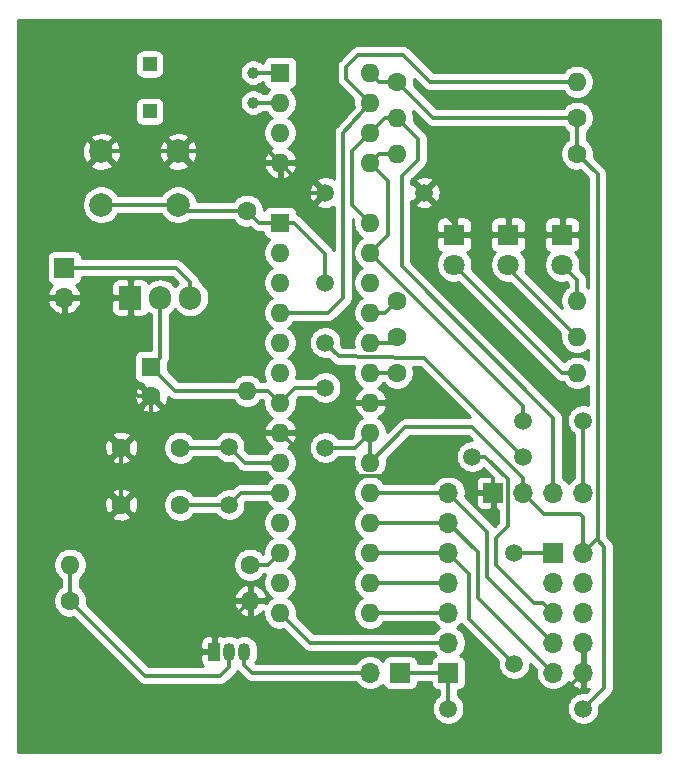
<source format=gbr>
G04 #@! TF.GenerationSoftware,KiCad,Pcbnew,5.1.5-1.fc30*
G04 #@! TF.CreationDate,2020-02-05T00:11:30+03:00*
G04 #@! TF.ProjectId,Tamagotchi-Atmega8,54616d61-676f-4746-9368-692d41746d65,rev?*
G04 #@! TF.SameCoordinates,Original*
G04 #@! TF.FileFunction,Copper,L4,Bot*
G04 #@! TF.FilePolarity,Positive*
%FSLAX46Y46*%
G04 Gerber Fmt 4.6, Leading zero omitted, Abs format (unit mm)*
G04 Created by KiCad (PCBNEW 5.1.5-1.fc30) date 2020-02-05 00:11:30*
%MOMM*%
%LPD*%
G04 APERTURE LIST*
%ADD10C,1.500000*%
%ADD11O,1.905000X2.000000*%
%ADD12R,1.905000X2.000000*%
%ADD13C,1.600000*%
%ADD14R,1.600000X1.600000*%
%ADD15R,1.700000X1.700000*%
%ADD16O,1.700000X1.700000*%
%ADD17R,1.200000X1.200000*%
%ADD18C,1.000000*%
%ADD19O,1.600000X1.600000*%
%ADD20C,2.000000*%
%ADD21R,1.050000X1.500000*%
%ADD22O,1.050000X1.500000*%
%ADD23C,1.800000*%
%ADD24R,1.800000X1.800000*%
%ADD25C,4.000000*%
%ADD26C,0.350000*%
%ADD27C,0.254000*%
G04 APERTURE END LIST*
D10*
X182626000Y-119380000D03*
X194056000Y-119380000D03*
D11*
X160782000Y-84582000D03*
X158242000Y-84582000D03*
D12*
X155702000Y-84582000D03*
D13*
X157480000Y-92924000D03*
D14*
X157480000Y-90424000D03*
D15*
X178562000Y-116332000D03*
D16*
X176022000Y-116332000D03*
D10*
X172212000Y-83312000D03*
X172212000Y-88392000D03*
X184658000Y-98044000D03*
X188976000Y-98044000D03*
X172212000Y-92202000D03*
X172212000Y-97282000D03*
X194056000Y-94996000D03*
X188976000Y-94996000D03*
X188214000Y-106172000D03*
X188214000Y-115570000D03*
X172212000Y-75692000D03*
X180594000Y-75692000D03*
D17*
X157366000Y-68802000D03*
X157366000Y-64802000D03*
D18*
X166116000Y-68072000D03*
X166116000Y-65532000D03*
D10*
X164084000Y-97228000D03*
X164084000Y-102108000D03*
D19*
X176022000Y-65532000D03*
X168402000Y-73152000D03*
X176022000Y-68072000D03*
X168402000Y-70612000D03*
X176022000Y-70612000D03*
X168402000Y-68072000D03*
X176022000Y-73152000D03*
D14*
X168402000Y-65532000D03*
D19*
X176022000Y-78232000D03*
X168402000Y-111252000D03*
X176022000Y-80772000D03*
X168402000Y-108712000D03*
X176022000Y-83312000D03*
X168402000Y-106172000D03*
X176022000Y-85852000D03*
X168402000Y-103632000D03*
X176022000Y-88392000D03*
X168402000Y-101092000D03*
X176022000Y-90932000D03*
X168402000Y-98552000D03*
X176022000Y-93472000D03*
X168402000Y-96012000D03*
X176022000Y-96012000D03*
X168402000Y-93472000D03*
X176022000Y-98552000D03*
X168402000Y-90932000D03*
X176022000Y-101092000D03*
X168402000Y-88392000D03*
X176022000Y-103632000D03*
X168402000Y-85852000D03*
X176022000Y-106172000D03*
X168402000Y-83312000D03*
X176022000Y-108712000D03*
X168402000Y-80772000D03*
X176022000Y-111252000D03*
D14*
X168402000Y-78232000D03*
D20*
X153266000Y-76708000D03*
X153266000Y-72208000D03*
X159766000Y-76708000D03*
X159766000Y-72208000D03*
D19*
X193548000Y-66294000D03*
D13*
X178308000Y-66294000D03*
D19*
X193548000Y-84836000D03*
D13*
X178308000Y-84836000D03*
D19*
X193548000Y-87884000D03*
D13*
X178308000Y-87884000D03*
D19*
X193548000Y-90932000D03*
D13*
X178308000Y-90932000D03*
D19*
X178308000Y-72390000D03*
D13*
X193548000Y-72390000D03*
D19*
X178308000Y-69342000D03*
D13*
X193548000Y-69342000D03*
D19*
X165608000Y-92456000D03*
D13*
X165608000Y-77216000D03*
D19*
X165862000Y-110236000D03*
D13*
X150622000Y-110236000D03*
D19*
X150622000Y-107188000D03*
D13*
X165862000Y-107188000D03*
D21*
X162814000Y-114554000D03*
D22*
X165354000Y-114554000D03*
X164084000Y-114554000D03*
D23*
X192278000Y-81788000D03*
D24*
X192278000Y-79248000D03*
D23*
X187706000Y-81788000D03*
D24*
X187706000Y-79248000D03*
D23*
X183134000Y-81788000D03*
D24*
X183134000Y-79248000D03*
D16*
X182626000Y-101092000D03*
X182626000Y-103632000D03*
X182626000Y-106172000D03*
X182626000Y-108712000D03*
X182626000Y-111252000D03*
X182626000Y-113792000D03*
D15*
X182626000Y-116332000D03*
D16*
X194056000Y-101092000D03*
X191516000Y-101092000D03*
X188976000Y-101092000D03*
D15*
X186436000Y-101092000D03*
D16*
X150114000Y-84582000D03*
D15*
X150114000Y-82042000D03*
D16*
X194056000Y-116332000D03*
X191516000Y-116332000D03*
X194056000Y-113792000D03*
X191516000Y-113792000D03*
X194056000Y-111252000D03*
X191516000Y-111252000D03*
X194056000Y-108712000D03*
X191516000Y-108712000D03*
X194056000Y-106172000D03*
D15*
X191516000Y-106172000D03*
D13*
X159940000Y-102108000D03*
X154940000Y-102108000D03*
X159940000Y-97282000D03*
X154940000Y-97282000D03*
D25*
X198120000Y-63500000D03*
X198120000Y-120650000D03*
X148590000Y-120650000D03*
X148590000Y-63500000D03*
D26*
X183134000Y-79248000D02*
X192278000Y-79248000D01*
X167270630Y-96012000D02*
X166254630Y-94996000D01*
X168402000Y-96012000D02*
X167270630Y-96012000D01*
X159552000Y-94996000D02*
X157480000Y-92924000D01*
X166254630Y-94996000D02*
X159552000Y-94996000D01*
X157480000Y-94742000D02*
X154940000Y-97282000D01*
X157480000Y-92924000D02*
X157480000Y-94742000D01*
X154940000Y-102108000D02*
X154940000Y-97282000D01*
X162814000Y-113284000D02*
X165862000Y-110236000D01*
X162814000Y-114554000D02*
X162814000Y-113284000D01*
X148336000Y-84006081D02*
X148336000Y-77138000D01*
X148336000Y-77138000D02*
X153266000Y-72208000D01*
X150114000Y-84582000D02*
X148911919Y-84582000D01*
X148911919Y-84582000D02*
X148336000Y-84006081D01*
X153266000Y-72208000D02*
X159766000Y-72208000D01*
X167458000Y-72208000D02*
X168402000Y-73152000D01*
X159766000Y-72208000D02*
X167458000Y-72208000D01*
X169201999Y-96811999D02*
X168402000Y-96012000D01*
X172117001Y-99727001D02*
X169201999Y-96811999D01*
X186271001Y-99727001D02*
X172117001Y-99727001D01*
X186436000Y-99892000D02*
X186271001Y-99727001D01*
X186436000Y-101092000D02*
X186436000Y-99892000D01*
X176022000Y-93472000D02*
X173482000Y-93472000D01*
X170942000Y-96012000D02*
X168402000Y-96012000D01*
X173482000Y-93472000D02*
X170942000Y-96012000D01*
X170942000Y-75692000D02*
X168402000Y-73152000D01*
X172212000Y-75692000D02*
X170942000Y-75692000D01*
X194056000Y-113792000D02*
X194056000Y-116332000D01*
X163068000Y-110236000D02*
X154940000Y-102108000D01*
X165862000Y-110236000D02*
X163068000Y-110236000D01*
X150114000Y-84582000D02*
X155702000Y-84582000D01*
X155702000Y-85932000D02*
X155702000Y-84582000D01*
X155702000Y-92277370D02*
X155702000Y-85932000D01*
X156348630Y-92924000D02*
X155702000Y-92277370D01*
X157480000Y-92924000D02*
X156348630Y-92924000D01*
X154140001Y-102907999D02*
X154940000Y-102108000D01*
X151346001Y-102907999D02*
X154140001Y-102907999D01*
X194056000Y-116332000D02*
X189738000Y-120650000D01*
X155194000Y-120650000D02*
X149098000Y-114554000D01*
X149098000Y-114554000D02*
X149098000Y-105156000D01*
X149098000Y-105156000D02*
X151346001Y-102907999D01*
X183896000Y-120650000D02*
X183388000Y-121158000D01*
X189738000Y-120650000D02*
X183896000Y-120650000D01*
X183388000Y-121158000D02*
X181864000Y-121158000D01*
X181864000Y-121158000D02*
X181356000Y-120650000D01*
X181356000Y-120650000D02*
X155194000Y-120650000D01*
X183134000Y-78232000D02*
X183134000Y-79248000D01*
X180594000Y-75692000D02*
X183134000Y-78232000D01*
X167386000Y-92456000D02*
X168402000Y-93472000D01*
X165608000Y-92456000D02*
X167386000Y-92456000D01*
X159512000Y-92456000D02*
X157480000Y-90424000D01*
X165608000Y-92456000D02*
X159512000Y-92456000D01*
X176784000Y-66294000D02*
X176022000Y-65532000D01*
X178308000Y-66294000D02*
X176784000Y-66294000D01*
X181356000Y-69342000D02*
X178308000Y-66294000D01*
X193548000Y-69342000D02*
X181356000Y-69342000D01*
X193548000Y-69342000D02*
X193548000Y-72390000D01*
X176022000Y-98552000D02*
X176022000Y-96012000D01*
X174752000Y-97282000D02*
X176022000Y-96012000D01*
X172212000Y-97282000D02*
X174752000Y-97282000D01*
X169672000Y-92202000D02*
X168402000Y-93472000D01*
X172212000Y-92202000D02*
X169672000Y-92202000D01*
X195281001Y-104946999D02*
X194056000Y-106172000D01*
X193548000Y-72390000D02*
X195281001Y-74123001D01*
X194056000Y-106172000D02*
X194056000Y-103124000D01*
X194056000Y-103124000D02*
X193802000Y-102870000D01*
X190754000Y-102870000D02*
X188976000Y-101092000D01*
X193802000Y-102870000D02*
X190754000Y-102870000D01*
X195281001Y-74123001D02*
X195281001Y-104692999D01*
X195281001Y-104692999D02*
X195281001Y-104946999D01*
X188976000Y-99889919D02*
X188976000Y-101092000D01*
X176022000Y-98552000D02*
X179002081Y-95571919D01*
X187452000Y-98298000D02*
X188976000Y-99889919D01*
X181426000Y-116332000D02*
X178562000Y-116332000D01*
X182626000Y-116332000D02*
X181426000Y-116332000D01*
X158242000Y-89662000D02*
X157480000Y-90424000D01*
X158242000Y-84582000D02*
X158242000Y-89662000D01*
X184658000Y-95504000D02*
X179070000Y-95504000D01*
X187452000Y-98298000D02*
X184658000Y-95504000D01*
X179002081Y-95571919D02*
X179070000Y-95504000D01*
X195834000Y-105664000D02*
X195834000Y-117602000D01*
X195281001Y-104946999D02*
X195281001Y-105111001D01*
X195834000Y-117602000D02*
X194056000Y-119380000D01*
X195281001Y-105111001D02*
X195834000Y-105664000D01*
X182626000Y-116332000D02*
X182626000Y-119380000D01*
X164030000Y-97282000D02*
X164084000Y-97228000D01*
X159940000Y-97282000D02*
X164030000Y-97282000D01*
X165408000Y-98552000D02*
X164084000Y-97228000D01*
X168402000Y-98552000D02*
X165408000Y-98552000D01*
X159940000Y-102108000D02*
X164084000Y-102108000D01*
X165100000Y-101092000D02*
X164084000Y-102108000D01*
X168402000Y-101092000D02*
X165100000Y-101092000D01*
X177153370Y-103632000D02*
X182626000Y-103632000D01*
X176022000Y-103632000D02*
X177153370Y-103632000D01*
X185166000Y-109982000D02*
X191516000Y-116332000D01*
X185123990Y-109939990D02*
X185166000Y-109982000D01*
X185123990Y-106129990D02*
X185123990Y-109939990D01*
X182626000Y-103632000D02*
X185123990Y-106129990D01*
X182626000Y-101092000D02*
X176022000Y-101092000D01*
X185928000Y-108204000D02*
X191516000Y-113792000D01*
X185928000Y-104394000D02*
X185928000Y-108204000D01*
X182626000Y-101092000D02*
X185928000Y-104394000D01*
X153266000Y-76708000D02*
X159766000Y-76708000D01*
X166624000Y-78232000D02*
X165608000Y-77216000D01*
X168402000Y-78232000D02*
X166624000Y-78232000D01*
X160274000Y-77216000D02*
X159766000Y-76708000D01*
X165608000Y-77216000D02*
X160274000Y-77216000D01*
X173387001Y-89567001D02*
X172212000Y-88392000D01*
X172212000Y-80892000D02*
X172212000Y-82251340D01*
X172212000Y-82251340D02*
X172212000Y-83312000D01*
X169552000Y-78232000D02*
X172212000Y-80892000D01*
X168402000Y-78232000D02*
X169552000Y-78232000D01*
X180594000Y-89662000D02*
X179578000Y-89662000D01*
X188976000Y-98044000D02*
X180594000Y-89662000D01*
X179578000Y-89662000D02*
X173387001Y-89567001D01*
X185763002Y-98044000D02*
X184658000Y-98044000D01*
X187661001Y-99941999D02*
X185763002Y-98044000D01*
X190666001Y-110402001D02*
X189904001Y-110402001D01*
X186690000Y-107188000D02*
X186690000Y-104902000D01*
X187661001Y-103930999D02*
X187661001Y-99941999D01*
X191516000Y-111252000D02*
X190666001Y-110402001D01*
X189904001Y-110402001D02*
X186690000Y-107188000D01*
X186690000Y-104902000D02*
X187661001Y-103930999D01*
X176022000Y-106172000D02*
X182626000Y-106172000D01*
X191516000Y-106172000D02*
X188468000Y-106172000D01*
X188214000Y-115570000D02*
X184404000Y-111760000D01*
X184404000Y-107950000D02*
X182626000Y-106172000D01*
X184404000Y-111760000D02*
X184404000Y-107950000D01*
X151314000Y-82042000D02*
X150114000Y-82042000D01*
X159592000Y-82042000D02*
X151314000Y-82042000D01*
X160782000Y-83232000D02*
X159592000Y-82042000D01*
X160782000Y-84582000D02*
X160782000Y-83232000D01*
X176784000Y-72390000D02*
X176022000Y-73152000D01*
X178308000Y-72390000D02*
X176784000Y-72390000D01*
X176022000Y-80772000D02*
X188976000Y-93726000D01*
X188976000Y-93726000D02*
X188976000Y-94996000D01*
X194056000Y-101092000D02*
X194056000Y-94996000D01*
X177546000Y-79248000D02*
X176022000Y-80772000D01*
X176022000Y-73152000D02*
X177546000Y-74676000D01*
X177546000Y-74676000D02*
X177546000Y-79248000D01*
X174498000Y-72136000D02*
X176022000Y-70612000D01*
X176022000Y-78232000D02*
X174498000Y-76708000D01*
X174498000Y-76708000D02*
X174498000Y-72136000D01*
X177292000Y-69342000D02*
X176022000Y-70612000D01*
X178308000Y-69342000D02*
X177292000Y-69342000D01*
X191516000Y-94742000D02*
X191516000Y-101092000D01*
X180086000Y-72898000D02*
X178689000Y-74295000D01*
X178689000Y-81915000D02*
X191516000Y-94742000D01*
X180086000Y-71120000D02*
X180086000Y-72898000D01*
X178689000Y-74295000D02*
X178689000Y-81915000D01*
X178308000Y-69342000D02*
X180086000Y-71120000D01*
X176022000Y-108712000D02*
X182626000Y-108712000D01*
X176022000Y-111252000D02*
X182626000Y-111252000D01*
X170942000Y-113792000D02*
X182626000Y-113792000D01*
X168402000Y-111252000D02*
X170942000Y-113792000D01*
X166032000Y-116332000D02*
X165354000Y-115654000D01*
X165354000Y-115654000D02*
X165354000Y-114554000D01*
X176022000Y-116332000D02*
X166032000Y-116332000D01*
X192278000Y-90932000D02*
X183134000Y-81788000D01*
X193548000Y-90932000D02*
X192278000Y-90932000D01*
X187706000Y-82042000D02*
X187706000Y-81788000D01*
X193548000Y-87884000D02*
X187706000Y-82042000D01*
X193548000Y-83058000D02*
X192278000Y-81788000D01*
X193548000Y-84836000D02*
X193548000Y-83058000D01*
X150622000Y-107188000D02*
X150622000Y-110236000D01*
X150622000Y-110236000D02*
X156972000Y-116586000D01*
X164084000Y-115824000D02*
X163322000Y-116586000D01*
X156972000Y-116586000D02*
X163322000Y-116586000D01*
X164084000Y-115824000D02*
X164084000Y-114554000D01*
X167386000Y-107188000D02*
X168402000Y-106172000D01*
X165862000Y-107188000D02*
X167386000Y-107188000D01*
X176022000Y-90932000D02*
X178308000Y-90932000D01*
X177800000Y-88392000D02*
X178308000Y-87884000D01*
X176022000Y-88392000D02*
X177800000Y-88392000D01*
X177292000Y-85852000D02*
X178308000Y-84836000D01*
X176022000Y-85852000D02*
X177292000Y-85852000D01*
X193548000Y-66294000D02*
X181102000Y-66294000D01*
X181102000Y-66294000D02*
X178816000Y-64008000D01*
X178816000Y-64008000D02*
X175006000Y-64008000D01*
X175006000Y-64008000D02*
X173990000Y-65024000D01*
X173990000Y-66040000D02*
X176022000Y-68072000D01*
X173990000Y-65024000D02*
X173990000Y-66040000D01*
X172466000Y-85852000D02*
X169533370Y-85852000D01*
X173736000Y-70612000D02*
X173736000Y-84582000D01*
X169533370Y-85852000D02*
X168402000Y-85852000D01*
X173736000Y-84582000D02*
X172466000Y-85852000D01*
X176022000Y-68072000D02*
X173736000Y-70612000D01*
X166116000Y-68072000D02*
X168402000Y-68072000D01*
X166116000Y-65532000D02*
X168402000Y-65532000D01*
D27*
G36*
X200533000Y-123063000D02*
G01*
X146177000Y-123063000D01*
X146177000Y-103100702D01*
X154126903Y-103100702D01*
X154198486Y-103344671D01*
X154453996Y-103465571D01*
X154728184Y-103534300D01*
X155010512Y-103548217D01*
X155290130Y-103506787D01*
X155556292Y-103411603D01*
X155681514Y-103344671D01*
X155753097Y-103100702D01*
X154940000Y-102287605D01*
X154126903Y-103100702D01*
X146177000Y-103100702D01*
X146177000Y-102178512D01*
X153499783Y-102178512D01*
X153541213Y-102458130D01*
X153636397Y-102724292D01*
X153703329Y-102849514D01*
X153947298Y-102921097D01*
X154760395Y-102108000D01*
X155119605Y-102108000D01*
X155932702Y-102921097D01*
X156176671Y-102849514D01*
X156297571Y-102594004D01*
X156366300Y-102319816D01*
X156380217Y-102037488D01*
X156338787Y-101757870D01*
X156243603Y-101491708D01*
X156176671Y-101366486D01*
X155932702Y-101294903D01*
X155119605Y-102108000D01*
X154760395Y-102108000D01*
X153947298Y-101294903D01*
X153703329Y-101366486D01*
X153582429Y-101621996D01*
X153513700Y-101896184D01*
X153499783Y-102178512D01*
X146177000Y-102178512D01*
X146177000Y-101115298D01*
X154126903Y-101115298D01*
X154940000Y-101928395D01*
X155753097Y-101115298D01*
X155681514Y-100871329D01*
X155426004Y-100750429D01*
X155151816Y-100681700D01*
X154869488Y-100667783D01*
X154589870Y-100709213D01*
X154323708Y-100804397D01*
X154198486Y-100871329D01*
X154126903Y-101115298D01*
X146177000Y-101115298D01*
X146177000Y-98274702D01*
X154126903Y-98274702D01*
X154198486Y-98518671D01*
X154453996Y-98639571D01*
X154728184Y-98708300D01*
X155010512Y-98722217D01*
X155290130Y-98680787D01*
X155556292Y-98585603D01*
X155681514Y-98518671D01*
X155753097Y-98274702D01*
X154940000Y-97461605D01*
X154126903Y-98274702D01*
X146177000Y-98274702D01*
X146177000Y-97352512D01*
X153499783Y-97352512D01*
X153541213Y-97632130D01*
X153636397Y-97898292D01*
X153703329Y-98023514D01*
X153947298Y-98095097D01*
X154760395Y-97282000D01*
X155119605Y-97282000D01*
X155932702Y-98095097D01*
X156176671Y-98023514D01*
X156297571Y-97768004D01*
X156366300Y-97493816D01*
X156380217Y-97211488D01*
X156338787Y-96931870D01*
X156243603Y-96665708D01*
X156176671Y-96540486D01*
X155932702Y-96468903D01*
X155119605Y-97282000D01*
X154760395Y-97282000D01*
X153947298Y-96468903D01*
X153703329Y-96540486D01*
X153582429Y-96795996D01*
X153513700Y-97070184D01*
X153499783Y-97352512D01*
X146177000Y-97352512D01*
X146177000Y-96289298D01*
X154126903Y-96289298D01*
X154940000Y-97102395D01*
X155753097Y-96289298D01*
X155681514Y-96045329D01*
X155426004Y-95924429D01*
X155151816Y-95855700D01*
X154869488Y-95841783D01*
X154589870Y-95883213D01*
X154323708Y-95978397D01*
X154198486Y-96045329D01*
X154126903Y-96289298D01*
X146177000Y-96289298D01*
X146177000Y-93916702D01*
X156666903Y-93916702D01*
X156738486Y-94160671D01*
X156993996Y-94281571D01*
X157268184Y-94350300D01*
X157550512Y-94364217D01*
X157830130Y-94322787D01*
X158096292Y-94227603D01*
X158221514Y-94160671D01*
X158293097Y-93916702D01*
X157480000Y-93103605D01*
X156666903Y-93916702D01*
X146177000Y-93916702D01*
X146177000Y-92994512D01*
X156039783Y-92994512D01*
X156081213Y-93274130D01*
X156176397Y-93540292D01*
X156243329Y-93665514D01*
X156487298Y-93737097D01*
X157300395Y-92924000D01*
X156487298Y-92110903D01*
X156243329Y-92182486D01*
X156122429Y-92437996D01*
X156053700Y-92712184D01*
X156039783Y-92994512D01*
X146177000Y-92994512D01*
X146177000Y-84938890D01*
X148672524Y-84938890D01*
X148717175Y-85086099D01*
X148842359Y-85348920D01*
X149016412Y-85582269D01*
X149232645Y-85777178D01*
X149482748Y-85926157D01*
X149757109Y-86023481D01*
X149987000Y-85902814D01*
X149987000Y-84709000D01*
X150241000Y-84709000D01*
X150241000Y-85902814D01*
X150470891Y-86023481D01*
X150745252Y-85926157D01*
X150995355Y-85777178D01*
X151211588Y-85582269D01*
X151211788Y-85582000D01*
X154111428Y-85582000D01*
X154123688Y-85706482D01*
X154159998Y-85826180D01*
X154218963Y-85936494D01*
X154298315Y-86033185D01*
X154395006Y-86112537D01*
X154505320Y-86171502D01*
X154625018Y-86207812D01*
X154749500Y-86220072D01*
X155416250Y-86217000D01*
X155575000Y-86058250D01*
X155575000Y-84709000D01*
X154273250Y-84709000D01*
X154114500Y-84867750D01*
X154111428Y-85582000D01*
X151211788Y-85582000D01*
X151385641Y-85348920D01*
X151510825Y-85086099D01*
X151555476Y-84938890D01*
X151434155Y-84709000D01*
X150241000Y-84709000D01*
X149987000Y-84709000D01*
X148793845Y-84709000D01*
X148672524Y-84938890D01*
X146177000Y-84938890D01*
X146177000Y-81192000D01*
X148625928Y-81192000D01*
X148625928Y-82892000D01*
X148638188Y-83016482D01*
X148674498Y-83136180D01*
X148733463Y-83246494D01*
X148812815Y-83343185D01*
X148909506Y-83422537D01*
X149019820Y-83481502D01*
X149100466Y-83505966D01*
X149016412Y-83581731D01*
X148842359Y-83815080D01*
X148717175Y-84077901D01*
X148672524Y-84225110D01*
X148793845Y-84455000D01*
X149987000Y-84455000D01*
X149987000Y-84435000D01*
X150241000Y-84435000D01*
X150241000Y-84455000D01*
X151434155Y-84455000D01*
X151555476Y-84225110D01*
X151510825Y-84077901D01*
X151385641Y-83815080D01*
X151211789Y-83582000D01*
X154111428Y-83582000D01*
X154114500Y-84296250D01*
X154273250Y-84455000D01*
X155575000Y-84455000D01*
X155575000Y-83105750D01*
X155416250Y-82947000D01*
X154749500Y-82943928D01*
X154625018Y-82956188D01*
X154505320Y-82992498D01*
X154395006Y-83051463D01*
X154298315Y-83130815D01*
X154218963Y-83227506D01*
X154159998Y-83337820D01*
X154123688Y-83457518D01*
X154111428Y-83582000D01*
X151211789Y-83582000D01*
X151211588Y-83581731D01*
X151127534Y-83505966D01*
X151208180Y-83481502D01*
X151318494Y-83422537D01*
X151415185Y-83343185D01*
X151494537Y-83246494D01*
X151553502Y-83136180D01*
X151589812Y-83016482D01*
X151602072Y-82892000D01*
X151602072Y-82852000D01*
X159256488Y-82852000D01*
X159740261Y-83335774D01*
X159654037Y-83406537D01*
X159512000Y-83579609D01*
X159369963Y-83406537D01*
X159128234Y-83208155D01*
X158852448Y-83060745D01*
X158553203Y-82969970D01*
X158242000Y-82939319D01*
X157930796Y-82969970D01*
X157631551Y-83060745D01*
X157355765Y-83208155D01*
X157229905Y-83311446D01*
X157185037Y-83227506D01*
X157105685Y-83130815D01*
X157008994Y-83051463D01*
X156898680Y-82992498D01*
X156778982Y-82956188D01*
X156654500Y-82943928D01*
X155987750Y-82947000D01*
X155829000Y-83105750D01*
X155829000Y-84455000D01*
X155849000Y-84455000D01*
X155849000Y-84709000D01*
X155829000Y-84709000D01*
X155829000Y-86058250D01*
X155987750Y-86217000D01*
X156654500Y-86220072D01*
X156778982Y-86207812D01*
X156898680Y-86171502D01*
X157008994Y-86112537D01*
X157105685Y-86033185D01*
X157185037Y-85936494D01*
X157229905Y-85852553D01*
X157355766Y-85955845D01*
X157432000Y-85996593D01*
X157432001Y-88985928D01*
X156680000Y-88985928D01*
X156555518Y-88998188D01*
X156435820Y-89034498D01*
X156325506Y-89093463D01*
X156228815Y-89172815D01*
X156149463Y-89269506D01*
X156090498Y-89379820D01*
X156054188Y-89499518D01*
X156041928Y-89624000D01*
X156041928Y-91224000D01*
X156054188Y-91348482D01*
X156090498Y-91468180D01*
X156149463Y-91578494D01*
X156228815Y-91675185D01*
X156325506Y-91754537D01*
X156435820Y-91813502D01*
X156555518Y-91849812D01*
X156680000Y-91862072D01*
X156687215Y-91862072D01*
X156666903Y-91931298D01*
X157480000Y-92744395D01*
X157494143Y-92730253D01*
X157673748Y-92909858D01*
X157659605Y-92924000D01*
X158472702Y-93737097D01*
X158716671Y-93665514D01*
X158837571Y-93410004D01*
X158906300Y-93135816D01*
X158912859Y-93002755D01*
X158936472Y-93031528D01*
X158967380Y-93056893D01*
X159059810Y-93132749D01*
X159111778Y-93160526D01*
X159200527Y-93207963D01*
X159353212Y-93254280D01*
X159472209Y-93266000D01*
X159472212Y-93266000D01*
X159512000Y-93269919D01*
X159551788Y-93266000D01*
X164423365Y-93266000D01*
X164493363Y-93370759D01*
X164693241Y-93570637D01*
X164928273Y-93727680D01*
X165189426Y-93835853D01*
X165466665Y-93891000D01*
X165749335Y-93891000D01*
X166026574Y-93835853D01*
X166287727Y-93727680D01*
X166522759Y-93570637D01*
X166722637Y-93370759D01*
X166792635Y-93266000D01*
X166979863Y-93266000D01*
X166967000Y-93330665D01*
X166967000Y-93613335D01*
X167022147Y-93890574D01*
X167130320Y-94151727D01*
X167287363Y-94386759D01*
X167487241Y-94586637D01*
X167722273Y-94743680D01*
X167732865Y-94748067D01*
X167546869Y-94859615D01*
X167338481Y-95048586D01*
X167170963Y-95274580D01*
X167050754Y-95528913D01*
X167010096Y-95662961D01*
X167132085Y-95885000D01*
X168275000Y-95885000D01*
X168275000Y-95865000D01*
X168529000Y-95865000D01*
X168529000Y-95885000D01*
X169671915Y-95885000D01*
X169793904Y-95662961D01*
X169753246Y-95528913D01*
X169633037Y-95274580D01*
X169465519Y-95048586D01*
X169257131Y-94859615D01*
X169071135Y-94748067D01*
X169081727Y-94743680D01*
X169316759Y-94586637D01*
X169516637Y-94386759D01*
X169673680Y-94151727D01*
X169781853Y-93890574D01*
X169837000Y-93613335D01*
X169837000Y-93330665D01*
X169812420Y-93207093D01*
X170007513Y-93012000D01*
X171087500Y-93012000D01*
X171136201Y-93084886D01*
X171329114Y-93277799D01*
X171555957Y-93429371D01*
X171808011Y-93533775D01*
X172075589Y-93587000D01*
X172348411Y-93587000D01*
X172615989Y-93533775D01*
X172868043Y-93429371D01*
X173094886Y-93277799D01*
X173287799Y-93084886D01*
X173439371Y-92858043D01*
X173543775Y-92605989D01*
X173597000Y-92338411D01*
X173597000Y-92065589D01*
X173543775Y-91798011D01*
X173439371Y-91545957D01*
X173287799Y-91319114D01*
X173094886Y-91126201D01*
X172868043Y-90974629D01*
X172615989Y-90870225D01*
X172348411Y-90817000D01*
X172075589Y-90817000D01*
X171808011Y-90870225D01*
X171555957Y-90974629D01*
X171329114Y-91126201D01*
X171136201Y-91319114D01*
X171087500Y-91392000D01*
X169764694Y-91392000D01*
X169781853Y-91350574D01*
X169837000Y-91073335D01*
X169837000Y-90790665D01*
X169781853Y-90513426D01*
X169673680Y-90252273D01*
X169516637Y-90017241D01*
X169316759Y-89817363D01*
X169084241Y-89662000D01*
X169316759Y-89506637D01*
X169516637Y-89306759D01*
X169673680Y-89071727D01*
X169781853Y-88810574D01*
X169837000Y-88533335D01*
X169837000Y-88250665D01*
X169781853Y-87973426D01*
X169673680Y-87712273D01*
X169516637Y-87477241D01*
X169316759Y-87277363D01*
X169084241Y-87122000D01*
X169316759Y-86966637D01*
X169516637Y-86766759D01*
X169586635Y-86662000D01*
X172426212Y-86662000D01*
X172466000Y-86665919D01*
X172505788Y-86662000D01*
X172505791Y-86662000D01*
X172624788Y-86650280D01*
X172777473Y-86603963D01*
X172918189Y-86528749D01*
X173041528Y-86427528D01*
X173066899Y-86396613D01*
X174280618Y-85182895D01*
X174311528Y-85157528D01*
X174370148Y-85086099D01*
X174412749Y-85034190D01*
X174452951Y-84958976D01*
X174487963Y-84893473D01*
X174534280Y-84740788D01*
X174546000Y-84621791D01*
X174546000Y-84621789D01*
X174549919Y-84582001D01*
X174546000Y-84542209D01*
X174546000Y-77901512D01*
X174611580Y-77967093D01*
X174587000Y-78090665D01*
X174587000Y-78373335D01*
X174642147Y-78650574D01*
X174750320Y-78911727D01*
X174907363Y-79146759D01*
X175107241Y-79346637D01*
X175339759Y-79502000D01*
X175107241Y-79657363D01*
X174907363Y-79857241D01*
X174750320Y-80092273D01*
X174642147Y-80353426D01*
X174587000Y-80630665D01*
X174587000Y-80913335D01*
X174642147Y-81190574D01*
X174750320Y-81451727D01*
X174907363Y-81686759D01*
X175107241Y-81886637D01*
X175339759Y-82042000D01*
X175107241Y-82197363D01*
X174907363Y-82397241D01*
X174750320Y-82632273D01*
X174642147Y-82893426D01*
X174587000Y-83170665D01*
X174587000Y-83453335D01*
X174642147Y-83730574D01*
X174750320Y-83991727D01*
X174907363Y-84226759D01*
X175107241Y-84426637D01*
X175339759Y-84582000D01*
X175107241Y-84737363D01*
X174907363Y-84937241D01*
X174750320Y-85172273D01*
X174642147Y-85433426D01*
X174587000Y-85710665D01*
X174587000Y-85993335D01*
X174642147Y-86270574D01*
X174750320Y-86531727D01*
X174907363Y-86766759D01*
X175107241Y-86966637D01*
X175339759Y-87122000D01*
X175107241Y-87277363D01*
X174907363Y-87477241D01*
X174750320Y-87712273D01*
X174642147Y-87973426D01*
X174587000Y-88250665D01*
X174587000Y-88533335D01*
X174635282Y-88776060D01*
X173727646Y-88762133D01*
X173579898Y-88614386D01*
X173597000Y-88528411D01*
X173597000Y-88255589D01*
X173543775Y-87988011D01*
X173439371Y-87735957D01*
X173287799Y-87509114D01*
X173094886Y-87316201D01*
X172868043Y-87164629D01*
X172615989Y-87060225D01*
X172348411Y-87007000D01*
X172075589Y-87007000D01*
X171808011Y-87060225D01*
X171555957Y-87164629D01*
X171329114Y-87316201D01*
X171136201Y-87509114D01*
X170984629Y-87735957D01*
X170880225Y-87988011D01*
X170827000Y-88255589D01*
X170827000Y-88528411D01*
X170880225Y-88795989D01*
X170984629Y-89048043D01*
X171136201Y-89274886D01*
X171329114Y-89467799D01*
X171555957Y-89619371D01*
X171808011Y-89723775D01*
X172075589Y-89777000D01*
X172348411Y-89777000D01*
X172434386Y-89759898D01*
X172781705Y-90107218D01*
X172802711Y-90133630D01*
X172837972Y-90163485D01*
X172842380Y-90167893D01*
X172868371Y-90189223D01*
X172924482Y-90236732D01*
X172929961Y-90239769D01*
X172934811Y-90243750D01*
X172999731Y-90278450D01*
X173064028Y-90314096D01*
X173069997Y-90316007D01*
X173075527Y-90318963D01*
X173145929Y-90340319D01*
X173215984Y-90362750D01*
X173222213Y-90363460D01*
X173228212Y-90365280D01*
X173301417Y-90372490D01*
X173334787Y-90376295D01*
X173341014Y-90376391D01*
X173387000Y-90380920D01*
X173420589Y-90377612D01*
X174690333Y-90397095D01*
X174642147Y-90513426D01*
X174587000Y-90790665D01*
X174587000Y-91073335D01*
X174642147Y-91350574D01*
X174750320Y-91611727D01*
X174907363Y-91846759D01*
X175107241Y-92046637D01*
X175342273Y-92203680D01*
X175352865Y-92208067D01*
X175166869Y-92319615D01*
X174958481Y-92508586D01*
X174790963Y-92734580D01*
X174670754Y-92988913D01*
X174630096Y-93122961D01*
X174752085Y-93345000D01*
X175895000Y-93345000D01*
X175895000Y-93325000D01*
X176149000Y-93325000D01*
X176149000Y-93345000D01*
X177291915Y-93345000D01*
X177413904Y-93122961D01*
X177373246Y-92988913D01*
X177253037Y-92734580D01*
X177085519Y-92508586D01*
X176877131Y-92319615D01*
X176691135Y-92208067D01*
X176701727Y-92203680D01*
X176936759Y-92046637D01*
X177136637Y-91846759D01*
X177165000Y-91804311D01*
X177193363Y-91846759D01*
X177393241Y-92046637D01*
X177628273Y-92203680D01*
X177889426Y-92311853D01*
X178166665Y-92367000D01*
X178449335Y-92367000D01*
X178726574Y-92311853D01*
X178987727Y-92203680D01*
X179222759Y-92046637D01*
X179422637Y-91846759D01*
X179579680Y-91611727D01*
X179687853Y-91350574D01*
X179743000Y-91073335D01*
X179743000Y-90790665D01*
X179687853Y-90513426D01*
X179670694Y-90472000D01*
X180258488Y-90472000D01*
X184480487Y-94694000D01*
X179109788Y-94694000D01*
X179070000Y-94690081D01*
X179030212Y-94694000D01*
X179030209Y-94694000D01*
X178911212Y-94705720D01*
X178758527Y-94752037D01*
X178617811Y-94827251D01*
X178494472Y-94928472D01*
X178469098Y-94959391D01*
X178457469Y-94971019D01*
X178457461Y-94971026D01*
X177457000Y-95971487D01*
X177457000Y-95870665D01*
X177401853Y-95593426D01*
X177293680Y-95332273D01*
X177136637Y-95097241D01*
X176936759Y-94897363D01*
X176701727Y-94740320D01*
X176691135Y-94735933D01*
X176877131Y-94624385D01*
X177085519Y-94435414D01*
X177253037Y-94209420D01*
X177373246Y-93955087D01*
X177413904Y-93821039D01*
X177291915Y-93599000D01*
X176149000Y-93599000D01*
X176149000Y-93619000D01*
X175895000Y-93619000D01*
X175895000Y-93599000D01*
X174752085Y-93599000D01*
X174630096Y-93821039D01*
X174670754Y-93955087D01*
X174790963Y-94209420D01*
X174958481Y-94435414D01*
X175166869Y-94624385D01*
X175352865Y-94735933D01*
X175342273Y-94740320D01*
X175107241Y-94897363D01*
X174907363Y-95097241D01*
X174750320Y-95332273D01*
X174642147Y-95593426D01*
X174587000Y-95870665D01*
X174587000Y-96153335D01*
X174611580Y-96276907D01*
X174416488Y-96472000D01*
X173336500Y-96472000D01*
X173287799Y-96399114D01*
X173094886Y-96206201D01*
X172868043Y-96054629D01*
X172615989Y-95950225D01*
X172348411Y-95897000D01*
X172075589Y-95897000D01*
X171808011Y-95950225D01*
X171555957Y-96054629D01*
X171329114Y-96206201D01*
X171136201Y-96399114D01*
X170984629Y-96625957D01*
X170880225Y-96878011D01*
X170827000Y-97145589D01*
X170827000Y-97418411D01*
X170880225Y-97685989D01*
X170984629Y-97938043D01*
X171136201Y-98164886D01*
X171329114Y-98357799D01*
X171555957Y-98509371D01*
X171808011Y-98613775D01*
X172075589Y-98667000D01*
X172348411Y-98667000D01*
X172615989Y-98613775D01*
X172868043Y-98509371D01*
X173094886Y-98357799D01*
X173287799Y-98164886D01*
X173336500Y-98092000D01*
X174659306Y-98092000D01*
X174642147Y-98133426D01*
X174587000Y-98410665D01*
X174587000Y-98693335D01*
X174642147Y-98970574D01*
X174750320Y-99231727D01*
X174907363Y-99466759D01*
X175107241Y-99666637D01*
X175339759Y-99822000D01*
X175107241Y-99977363D01*
X174907363Y-100177241D01*
X174750320Y-100412273D01*
X174642147Y-100673426D01*
X174587000Y-100950665D01*
X174587000Y-101233335D01*
X174642147Y-101510574D01*
X174750320Y-101771727D01*
X174907363Y-102006759D01*
X175107241Y-102206637D01*
X175339759Y-102362000D01*
X175107241Y-102517363D01*
X174907363Y-102717241D01*
X174750320Y-102952273D01*
X174642147Y-103213426D01*
X174587000Y-103490665D01*
X174587000Y-103773335D01*
X174642147Y-104050574D01*
X174750320Y-104311727D01*
X174907363Y-104546759D01*
X175107241Y-104746637D01*
X175339759Y-104902000D01*
X175107241Y-105057363D01*
X174907363Y-105257241D01*
X174750320Y-105492273D01*
X174642147Y-105753426D01*
X174587000Y-106030665D01*
X174587000Y-106313335D01*
X174642147Y-106590574D01*
X174750320Y-106851727D01*
X174907363Y-107086759D01*
X175107241Y-107286637D01*
X175339759Y-107442000D01*
X175107241Y-107597363D01*
X174907363Y-107797241D01*
X174750320Y-108032273D01*
X174642147Y-108293426D01*
X174587000Y-108570665D01*
X174587000Y-108853335D01*
X174642147Y-109130574D01*
X174750320Y-109391727D01*
X174907363Y-109626759D01*
X175107241Y-109826637D01*
X175339759Y-109982000D01*
X175107241Y-110137363D01*
X174907363Y-110337241D01*
X174750320Y-110572273D01*
X174642147Y-110833426D01*
X174587000Y-111110665D01*
X174587000Y-111393335D01*
X174642147Y-111670574D01*
X174750320Y-111931727D01*
X174907363Y-112166759D01*
X175107241Y-112366637D01*
X175342273Y-112523680D01*
X175603426Y-112631853D01*
X175880665Y-112687000D01*
X176163335Y-112687000D01*
X176440574Y-112631853D01*
X176701727Y-112523680D01*
X176936759Y-112366637D01*
X177136637Y-112166759D01*
X177206635Y-112062000D01*
X181381230Y-112062000D01*
X181472525Y-112198632D01*
X181679368Y-112405475D01*
X181853760Y-112522000D01*
X181679368Y-112638525D01*
X181472525Y-112845368D01*
X181381230Y-112982000D01*
X171277513Y-112982000D01*
X169812420Y-111516907D01*
X169837000Y-111393335D01*
X169837000Y-111110665D01*
X169781853Y-110833426D01*
X169673680Y-110572273D01*
X169516637Y-110337241D01*
X169316759Y-110137363D01*
X169084241Y-109982000D01*
X169316759Y-109826637D01*
X169516637Y-109626759D01*
X169673680Y-109391727D01*
X169781853Y-109130574D01*
X169837000Y-108853335D01*
X169837000Y-108570665D01*
X169781853Y-108293426D01*
X169673680Y-108032273D01*
X169516637Y-107797241D01*
X169316759Y-107597363D01*
X169084241Y-107442000D01*
X169316759Y-107286637D01*
X169516637Y-107086759D01*
X169673680Y-106851727D01*
X169781853Y-106590574D01*
X169837000Y-106313335D01*
X169837000Y-106030665D01*
X169781853Y-105753426D01*
X169673680Y-105492273D01*
X169516637Y-105257241D01*
X169316759Y-105057363D01*
X169084241Y-104902000D01*
X169316759Y-104746637D01*
X169516637Y-104546759D01*
X169673680Y-104311727D01*
X169781853Y-104050574D01*
X169837000Y-103773335D01*
X169837000Y-103490665D01*
X169781853Y-103213426D01*
X169673680Y-102952273D01*
X169516637Y-102717241D01*
X169316759Y-102517363D01*
X169084241Y-102362000D01*
X169316759Y-102206637D01*
X169516637Y-102006759D01*
X169673680Y-101771727D01*
X169781853Y-101510574D01*
X169837000Y-101233335D01*
X169837000Y-100950665D01*
X169781853Y-100673426D01*
X169673680Y-100412273D01*
X169516637Y-100177241D01*
X169316759Y-99977363D01*
X169084241Y-99822000D01*
X169316759Y-99666637D01*
X169516637Y-99466759D01*
X169673680Y-99231727D01*
X169781853Y-98970574D01*
X169837000Y-98693335D01*
X169837000Y-98410665D01*
X169781853Y-98133426D01*
X169673680Y-97872273D01*
X169516637Y-97637241D01*
X169316759Y-97437363D01*
X169081727Y-97280320D01*
X169071135Y-97275933D01*
X169257131Y-97164385D01*
X169465519Y-96975414D01*
X169633037Y-96749420D01*
X169753246Y-96495087D01*
X169793904Y-96361039D01*
X169671915Y-96139000D01*
X168529000Y-96139000D01*
X168529000Y-96159000D01*
X168275000Y-96159000D01*
X168275000Y-96139000D01*
X167132085Y-96139000D01*
X167010096Y-96361039D01*
X167050754Y-96495087D01*
X167170963Y-96749420D01*
X167338481Y-96975414D01*
X167546869Y-97164385D01*
X167732865Y-97275933D01*
X167722273Y-97280320D01*
X167487241Y-97437363D01*
X167287363Y-97637241D01*
X167217365Y-97742000D01*
X165743513Y-97742000D01*
X165451898Y-97450386D01*
X165469000Y-97364411D01*
X165469000Y-97091589D01*
X165415775Y-96824011D01*
X165311371Y-96571957D01*
X165159799Y-96345114D01*
X164966886Y-96152201D01*
X164740043Y-96000629D01*
X164487989Y-95896225D01*
X164220411Y-95843000D01*
X163947589Y-95843000D01*
X163680011Y-95896225D01*
X163427957Y-96000629D01*
X163201114Y-96152201D01*
X163008201Y-96345114D01*
X162923418Y-96472000D01*
X161124635Y-96472000D01*
X161054637Y-96367241D01*
X160854759Y-96167363D01*
X160619727Y-96010320D01*
X160358574Y-95902147D01*
X160081335Y-95847000D01*
X159798665Y-95847000D01*
X159521426Y-95902147D01*
X159260273Y-96010320D01*
X159025241Y-96167363D01*
X158825363Y-96367241D01*
X158668320Y-96602273D01*
X158560147Y-96863426D01*
X158505000Y-97140665D01*
X158505000Y-97423335D01*
X158560147Y-97700574D01*
X158668320Y-97961727D01*
X158825363Y-98196759D01*
X159025241Y-98396637D01*
X159260273Y-98553680D01*
X159521426Y-98661853D01*
X159798665Y-98717000D01*
X160081335Y-98717000D01*
X160358574Y-98661853D01*
X160619727Y-98553680D01*
X160854759Y-98396637D01*
X161054637Y-98196759D01*
X161124635Y-98092000D01*
X162995582Y-98092000D01*
X163008201Y-98110886D01*
X163201114Y-98303799D01*
X163427957Y-98455371D01*
X163680011Y-98559775D01*
X163947589Y-98613000D01*
X164220411Y-98613000D01*
X164306386Y-98595898D01*
X164807105Y-99096618D01*
X164832472Y-99127528D01*
X164955811Y-99228749D01*
X165096527Y-99303963D01*
X165249212Y-99350280D01*
X165368209Y-99362000D01*
X165368212Y-99362000D01*
X165408000Y-99365919D01*
X165447788Y-99362000D01*
X167217365Y-99362000D01*
X167287363Y-99466759D01*
X167487241Y-99666637D01*
X167719759Y-99822000D01*
X167487241Y-99977363D01*
X167287363Y-100177241D01*
X167217365Y-100282000D01*
X165139788Y-100282000D01*
X165100000Y-100278081D01*
X165060212Y-100282000D01*
X165060209Y-100282000D01*
X164941212Y-100293720D01*
X164788527Y-100340037D01*
X164757263Y-100356748D01*
X164647810Y-100415251D01*
X164613093Y-100443743D01*
X164524472Y-100516472D01*
X164499100Y-100547388D01*
X164306386Y-100740102D01*
X164220411Y-100723000D01*
X163947589Y-100723000D01*
X163680011Y-100776225D01*
X163427957Y-100880629D01*
X163201114Y-101032201D01*
X163008201Y-101225114D01*
X162959500Y-101298000D01*
X161124635Y-101298000D01*
X161054637Y-101193241D01*
X160854759Y-100993363D01*
X160619727Y-100836320D01*
X160358574Y-100728147D01*
X160081335Y-100673000D01*
X159798665Y-100673000D01*
X159521426Y-100728147D01*
X159260273Y-100836320D01*
X159025241Y-100993363D01*
X158825363Y-101193241D01*
X158668320Y-101428273D01*
X158560147Y-101689426D01*
X158505000Y-101966665D01*
X158505000Y-102249335D01*
X158560147Y-102526574D01*
X158668320Y-102787727D01*
X158825363Y-103022759D01*
X159025241Y-103222637D01*
X159260273Y-103379680D01*
X159521426Y-103487853D01*
X159798665Y-103543000D01*
X160081335Y-103543000D01*
X160358574Y-103487853D01*
X160619727Y-103379680D01*
X160854759Y-103222637D01*
X161054637Y-103022759D01*
X161124635Y-102918000D01*
X162959500Y-102918000D01*
X163008201Y-102990886D01*
X163201114Y-103183799D01*
X163427957Y-103335371D01*
X163680011Y-103439775D01*
X163947589Y-103493000D01*
X164220411Y-103493000D01*
X164487989Y-103439775D01*
X164740043Y-103335371D01*
X164966886Y-103183799D01*
X165159799Y-102990886D01*
X165311371Y-102764043D01*
X165415775Y-102511989D01*
X165469000Y-102244411D01*
X165469000Y-101971589D01*
X165455158Y-101902000D01*
X167217365Y-101902000D01*
X167287363Y-102006759D01*
X167487241Y-102206637D01*
X167719759Y-102362000D01*
X167487241Y-102517363D01*
X167287363Y-102717241D01*
X167130320Y-102952273D01*
X167022147Y-103213426D01*
X166967000Y-103490665D01*
X166967000Y-103773335D01*
X167022147Y-104050574D01*
X167130320Y-104311727D01*
X167287363Y-104546759D01*
X167487241Y-104746637D01*
X167719759Y-104902000D01*
X167487241Y-105057363D01*
X167287363Y-105257241D01*
X167130320Y-105492273D01*
X167022147Y-105753426D01*
X166967000Y-106030665D01*
X166967000Y-106263604D01*
X166776759Y-106073363D01*
X166541727Y-105916320D01*
X166280574Y-105808147D01*
X166003335Y-105753000D01*
X165720665Y-105753000D01*
X165443426Y-105808147D01*
X165182273Y-105916320D01*
X164947241Y-106073363D01*
X164747363Y-106273241D01*
X164590320Y-106508273D01*
X164482147Y-106769426D01*
X164427000Y-107046665D01*
X164427000Y-107329335D01*
X164482147Y-107606574D01*
X164590320Y-107867727D01*
X164747363Y-108102759D01*
X164947241Y-108302637D01*
X165182273Y-108459680D01*
X165443426Y-108567853D01*
X165720665Y-108623000D01*
X166003335Y-108623000D01*
X166280574Y-108567853D01*
X166541727Y-108459680D01*
X166776759Y-108302637D01*
X166976637Y-108102759D01*
X167046635Y-107998000D01*
X167153220Y-107998000D01*
X167130320Y-108032273D01*
X167022147Y-108293426D01*
X166967000Y-108570665D01*
X166967000Y-108853335D01*
X167022147Y-109130574D01*
X167130320Y-109391727D01*
X167287363Y-109626759D01*
X167487241Y-109826637D01*
X167719759Y-109982000D01*
X167487241Y-110137363D01*
X167287363Y-110337241D01*
X167194291Y-110476534D01*
X167131915Y-110363000D01*
X165989000Y-110363000D01*
X165989000Y-111506624D01*
X166211040Y-111627909D01*
X166475881Y-111533070D01*
X166717131Y-111388385D01*
X166925519Y-111199414D01*
X166967000Y-111143453D01*
X166967000Y-111393335D01*
X167022147Y-111670574D01*
X167130320Y-111931727D01*
X167287363Y-112166759D01*
X167487241Y-112366637D01*
X167722273Y-112523680D01*
X167983426Y-112631853D01*
X168260665Y-112687000D01*
X168543335Y-112687000D01*
X168666907Y-112662420D01*
X170341105Y-114336618D01*
X170366472Y-114367528D01*
X170489811Y-114468749D01*
X170630527Y-114543963D01*
X170783212Y-114590280D01*
X170902209Y-114602000D01*
X170902211Y-114602000D01*
X170941999Y-114605919D01*
X170981787Y-114602000D01*
X181381230Y-114602000D01*
X181472525Y-114738632D01*
X181604380Y-114870487D01*
X181531820Y-114892498D01*
X181421506Y-114951463D01*
X181324815Y-115030815D01*
X181245463Y-115127506D01*
X181186498Y-115237820D01*
X181150188Y-115357518D01*
X181137928Y-115482000D01*
X181137928Y-115522000D01*
X180050072Y-115522000D01*
X180050072Y-115482000D01*
X180037812Y-115357518D01*
X180001502Y-115237820D01*
X179942537Y-115127506D01*
X179863185Y-115030815D01*
X179766494Y-114951463D01*
X179656180Y-114892498D01*
X179536482Y-114856188D01*
X179412000Y-114843928D01*
X177712000Y-114843928D01*
X177587518Y-114856188D01*
X177467820Y-114892498D01*
X177357506Y-114951463D01*
X177260815Y-115030815D01*
X177181463Y-115127506D01*
X177122498Y-115237820D01*
X177100487Y-115310380D01*
X176968632Y-115178525D01*
X176725411Y-115016010D01*
X176455158Y-114904068D01*
X176168260Y-114847000D01*
X175875740Y-114847000D01*
X175588842Y-114904068D01*
X175318589Y-115016010D01*
X175075368Y-115178525D01*
X174868525Y-115385368D01*
X174777230Y-115522000D01*
X166367513Y-115522000D01*
X166300147Y-115454634D01*
X166323171Y-115426579D01*
X166430885Y-115225059D01*
X166497215Y-115006399D01*
X166514000Y-114835978D01*
X166514000Y-114272021D01*
X166497215Y-114101600D01*
X166430885Y-113882940D01*
X166323171Y-113681421D01*
X166178212Y-113504788D01*
X166001578Y-113359829D01*
X165800059Y-113252115D01*
X165581399Y-113185785D01*
X165354000Y-113163388D01*
X165126600Y-113185785D01*
X164907940Y-113252115D01*
X164719000Y-113353106D01*
X164530059Y-113252115D01*
X164311399Y-113185785D01*
X164084000Y-113163388D01*
X163856600Y-113185785D01*
X163647902Y-113249093D01*
X163583180Y-113214498D01*
X163463482Y-113178188D01*
X163339000Y-113165928D01*
X163099750Y-113169000D01*
X162941000Y-113327750D01*
X162941000Y-114100892D01*
X162940785Y-114101601D01*
X162924000Y-114272022D01*
X162924000Y-114701000D01*
X162687000Y-114701000D01*
X162687000Y-114681000D01*
X161812750Y-114681000D01*
X161654000Y-114839750D01*
X161650928Y-115304000D01*
X161663188Y-115428482D01*
X161699498Y-115548180D01*
X161758463Y-115658494D01*
X161837815Y-115755185D01*
X161863178Y-115776000D01*
X157307513Y-115776000D01*
X155335513Y-113804000D01*
X161650928Y-113804000D01*
X161654000Y-114268250D01*
X161812750Y-114427000D01*
X162687000Y-114427000D01*
X162687000Y-113327750D01*
X162528250Y-113169000D01*
X162289000Y-113165928D01*
X162164518Y-113178188D01*
X162044820Y-113214498D01*
X161934506Y-113273463D01*
X161837815Y-113352815D01*
X161758463Y-113449506D01*
X161699498Y-113559820D01*
X161663188Y-113679518D01*
X161650928Y-113804000D01*
X155335513Y-113804000D01*
X152116552Y-110585039D01*
X164470096Y-110585039D01*
X164510754Y-110719087D01*
X164630963Y-110973420D01*
X164798481Y-111199414D01*
X165006869Y-111388385D01*
X165248119Y-111533070D01*
X165512960Y-111627909D01*
X165735000Y-111506624D01*
X165735000Y-110363000D01*
X164592085Y-110363000D01*
X164470096Y-110585039D01*
X152116552Y-110585039D01*
X152032420Y-110500907D01*
X152057000Y-110377335D01*
X152057000Y-110094665D01*
X152015685Y-109886961D01*
X164470096Y-109886961D01*
X164592085Y-110109000D01*
X165735000Y-110109000D01*
X165735000Y-108965376D01*
X165989000Y-108965376D01*
X165989000Y-110109000D01*
X167131915Y-110109000D01*
X167253904Y-109886961D01*
X167213246Y-109752913D01*
X167093037Y-109498580D01*
X166925519Y-109272586D01*
X166717131Y-109083615D01*
X166475881Y-108938930D01*
X166211040Y-108844091D01*
X165989000Y-108965376D01*
X165735000Y-108965376D01*
X165512960Y-108844091D01*
X165248119Y-108938930D01*
X165006869Y-109083615D01*
X164798481Y-109272586D01*
X164630963Y-109498580D01*
X164510754Y-109752913D01*
X164470096Y-109886961D01*
X152015685Y-109886961D01*
X152001853Y-109817426D01*
X151893680Y-109556273D01*
X151736637Y-109321241D01*
X151536759Y-109121363D01*
X151432000Y-109051365D01*
X151432000Y-108372635D01*
X151536759Y-108302637D01*
X151736637Y-108102759D01*
X151893680Y-107867727D01*
X152001853Y-107606574D01*
X152057000Y-107329335D01*
X152057000Y-107046665D01*
X152001853Y-106769426D01*
X151893680Y-106508273D01*
X151736637Y-106273241D01*
X151536759Y-106073363D01*
X151301727Y-105916320D01*
X151040574Y-105808147D01*
X150763335Y-105753000D01*
X150480665Y-105753000D01*
X150203426Y-105808147D01*
X149942273Y-105916320D01*
X149707241Y-106073363D01*
X149507363Y-106273241D01*
X149350320Y-106508273D01*
X149242147Y-106769426D01*
X149187000Y-107046665D01*
X149187000Y-107329335D01*
X149242147Y-107606574D01*
X149350320Y-107867727D01*
X149507363Y-108102759D01*
X149707241Y-108302637D01*
X149812000Y-108372635D01*
X149812001Y-109051365D01*
X149707241Y-109121363D01*
X149507363Y-109321241D01*
X149350320Y-109556273D01*
X149242147Y-109817426D01*
X149187000Y-110094665D01*
X149187000Y-110377335D01*
X149242147Y-110654574D01*
X149350320Y-110915727D01*
X149507363Y-111150759D01*
X149707241Y-111350637D01*
X149942273Y-111507680D01*
X150203426Y-111615853D01*
X150480665Y-111671000D01*
X150763335Y-111671000D01*
X150886907Y-111646420D01*
X156371105Y-117130618D01*
X156396472Y-117161528D01*
X156464210Y-117217119D01*
X156519810Y-117262749D01*
X156549526Y-117278632D01*
X156660527Y-117337963D01*
X156813212Y-117384280D01*
X156932209Y-117396000D01*
X156932211Y-117396000D01*
X156971999Y-117399919D01*
X157011787Y-117396000D01*
X163282212Y-117396000D01*
X163322000Y-117399919D01*
X163361788Y-117396000D01*
X163361791Y-117396000D01*
X163480788Y-117384280D01*
X163633473Y-117337963D01*
X163774189Y-117262749D01*
X163897528Y-117161528D01*
X163922899Y-117130613D01*
X164628619Y-116424894D01*
X164659528Y-116399528D01*
X164760749Y-116276189D01*
X164783489Y-116233645D01*
X164809387Y-116254899D01*
X165431105Y-116876618D01*
X165456472Y-116907528D01*
X165579811Y-117008749D01*
X165720527Y-117083963D01*
X165873212Y-117130280D01*
X165992209Y-117142000D01*
X165992212Y-117142000D01*
X166032000Y-117145919D01*
X166071788Y-117142000D01*
X174777230Y-117142000D01*
X174868525Y-117278632D01*
X175075368Y-117485475D01*
X175318589Y-117647990D01*
X175588842Y-117759932D01*
X175875740Y-117817000D01*
X176168260Y-117817000D01*
X176455158Y-117759932D01*
X176725411Y-117647990D01*
X176968632Y-117485475D01*
X177100487Y-117353620D01*
X177122498Y-117426180D01*
X177181463Y-117536494D01*
X177260815Y-117633185D01*
X177357506Y-117712537D01*
X177467820Y-117771502D01*
X177587518Y-117807812D01*
X177712000Y-117820072D01*
X179412000Y-117820072D01*
X179536482Y-117807812D01*
X179656180Y-117771502D01*
X179766494Y-117712537D01*
X179863185Y-117633185D01*
X179942537Y-117536494D01*
X180001502Y-117426180D01*
X180037812Y-117306482D01*
X180050072Y-117182000D01*
X180050072Y-117142000D01*
X181137928Y-117142000D01*
X181137928Y-117182000D01*
X181150188Y-117306482D01*
X181186498Y-117426180D01*
X181245463Y-117536494D01*
X181324815Y-117633185D01*
X181421506Y-117712537D01*
X181531820Y-117771502D01*
X181651518Y-117807812D01*
X181776000Y-117820072D01*
X181816000Y-117820072D01*
X181816001Y-118255500D01*
X181743114Y-118304201D01*
X181550201Y-118497114D01*
X181398629Y-118723957D01*
X181294225Y-118976011D01*
X181241000Y-119243589D01*
X181241000Y-119516411D01*
X181294225Y-119783989D01*
X181398629Y-120036043D01*
X181550201Y-120262886D01*
X181743114Y-120455799D01*
X181969957Y-120607371D01*
X182222011Y-120711775D01*
X182489589Y-120765000D01*
X182762411Y-120765000D01*
X183029989Y-120711775D01*
X183282043Y-120607371D01*
X183508886Y-120455799D01*
X183701799Y-120262886D01*
X183853371Y-120036043D01*
X183957775Y-119783989D01*
X184011000Y-119516411D01*
X184011000Y-119243589D01*
X183957775Y-118976011D01*
X183853371Y-118723957D01*
X183701799Y-118497114D01*
X183508886Y-118304201D01*
X183436000Y-118255500D01*
X183436000Y-117820072D01*
X183476000Y-117820072D01*
X183600482Y-117807812D01*
X183720180Y-117771502D01*
X183830494Y-117712537D01*
X183927185Y-117633185D01*
X184006537Y-117536494D01*
X184065502Y-117426180D01*
X184101812Y-117306482D01*
X184114072Y-117182000D01*
X184114072Y-115482000D01*
X184101812Y-115357518D01*
X184065502Y-115237820D01*
X184006537Y-115127506D01*
X183927185Y-115030815D01*
X183830494Y-114951463D01*
X183720180Y-114892498D01*
X183647620Y-114870487D01*
X183779475Y-114738632D01*
X183941990Y-114495411D01*
X184053932Y-114225158D01*
X184111000Y-113938260D01*
X184111000Y-113645740D01*
X184053932Y-113358842D01*
X183941990Y-113088589D01*
X183779475Y-112845368D01*
X183572632Y-112638525D01*
X183398240Y-112522000D01*
X183572632Y-112405475D01*
X183744680Y-112233427D01*
X183758703Y-112250513D01*
X183828472Y-112335528D01*
X183859388Y-112360900D01*
X186846102Y-115347614D01*
X186829000Y-115433589D01*
X186829000Y-115706411D01*
X186882225Y-115973989D01*
X186986629Y-116226043D01*
X187138201Y-116452886D01*
X187331114Y-116645799D01*
X187557957Y-116797371D01*
X187810011Y-116901775D01*
X188077589Y-116955000D01*
X188350411Y-116955000D01*
X188617989Y-116901775D01*
X188870043Y-116797371D01*
X189096886Y-116645799D01*
X189289799Y-116452886D01*
X189441371Y-116226043D01*
X189545775Y-115973989D01*
X189599000Y-115706411D01*
X189599000Y-115560513D01*
X190063059Y-116024572D01*
X190031000Y-116185740D01*
X190031000Y-116478260D01*
X190088068Y-116765158D01*
X190200010Y-117035411D01*
X190362525Y-117278632D01*
X190569368Y-117485475D01*
X190812589Y-117647990D01*
X191082842Y-117759932D01*
X191369740Y-117817000D01*
X191662260Y-117817000D01*
X191949158Y-117759932D01*
X192219411Y-117647990D01*
X192462632Y-117485475D01*
X192669475Y-117278632D01*
X192787100Y-117102594D01*
X192958412Y-117332269D01*
X193174645Y-117527178D01*
X193424748Y-117676157D01*
X193699109Y-117773481D01*
X193929000Y-117652814D01*
X193929000Y-116459000D01*
X193909000Y-116459000D01*
X193909000Y-116205000D01*
X193929000Y-116205000D01*
X193929000Y-113919000D01*
X193909000Y-113919000D01*
X193909000Y-113665000D01*
X193929000Y-113665000D01*
X193929000Y-113645000D01*
X194183000Y-113645000D01*
X194183000Y-113665000D01*
X194203000Y-113665000D01*
X194203000Y-113919000D01*
X194183000Y-113919000D01*
X194183000Y-116205000D01*
X194203000Y-116205000D01*
X194203000Y-116459000D01*
X194183000Y-116459000D01*
X194183000Y-117652814D01*
X194412891Y-117773481D01*
X194574243Y-117716245D01*
X194278386Y-118012102D01*
X194192411Y-117995000D01*
X193919589Y-117995000D01*
X193652011Y-118048225D01*
X193399957Y-118152629D01*
X193173114Y-118304201D01*
X192980201Y-118497114D01*
X192828629Y-118723957D01*
X192724225Y-118976011D01*
X192671000Y-119243589D01*
X192671000Y-119516411D01*
X192724225Y-119783989D01*
X192828629Y-120036043D01*
X192980201Y-120262886D01*
X193173114Y-120455799D01*
X193399957Y-120607371D01*
X193652011Y-120711775D01*
X193919589Y-120765000D01*
X194192411Y-120765000D01*
X194459989Y-120711775D01*
X194712043Y-120607371D01*
X194938886Y-120455799D01*
X195131799Y-120262886D01*
X195283371Y-120036043D01*
X195387775Y-119783989D01*
X195441000Y-119516411D01*
X195441000Y-119243589D01*
X195423898Y-119157614D01*
X196378618Y-118202895D01*
X196409528Y-118177528D01*
X196510749Y-118054189D01*
X196542386Y-117995000D01*
X196585963Y-117913474D01*
X196618015Y-117807812D01*
X196632280Y-117760788D01*
X196644000Y-117641791D01*
X196644000Y-117641788D01*
X196647919Y-117602000D01*
X196644000Y-117562212D01*
X196644000Y-105703788D01*
X196647919Y-105664000D01*
X196644000Y-105624209D01*
X196632280Y-105505212D01*
X196596743Y-105388063D01*
X196585963Y-105352526D01*
X196510749Y-105211811D01*
X196460672Y-105150792D01*
X196409528Y-105088472D01*
X196378619Y-105063106D01*
X196091001Y-104775489D01*
X196091001Y-74162792D01*
X196094920Y-74123001D01*
X196079281Y-73964213D01*
X196032964Y-73811527D01*
X195957750Y-73670812D01*
X195928431Y-73635087D01*
X195856529Y-73547473D01*
X195825620Y-73522107D01*
X194958420Y-72654907D01*
X194983000Y-72531335D01*
X194983000Y-72248665D01*
X194927853Y-71971426D01*
X194819680Y-71710273D01*
X194662637Y-71475241D01*
X194462759Y-71275363D01*
X194358000Y-71205365D01*
X194358000Y-70526635D01*
X194462759Y-70456637D01*
X194662637Y-70256759D01*
X194819680Y-70021727D01*
X194927853Y-69760574D01*
X194983000Y-69483335D01*
X194983000Y-69200665D01*
X194927853Y-68923426D01*
X194819680Y-68662273D01*
X194662637Y-68427241D01*
X194462759Y-68227363D01*
X194227727Y-68070320D01*
X193966574Y-67962147D01*
X193689335Y-67907000D01*
X193406665Y-67907000D01*
X193129426Y-67962147D01*
X192868273Y-68070320D01*
X192633241Y-68227363D01*
X192433363Y-68427241D01*
X192363365Y-68532000D01*
X181691513Y-68532000D01*
X179718420Y-66558907D01*
X179743000Y-66435335D01*
X179743000Y-66152665D01*
X179725084Y-66062597D01*
X180501105Y-66838618D01*
X180526472Y-66869528D01*
X180557380Y-66894893D01*
X180649810Y-66970749D01*
X180725024Y-67010951D01*
X180790527Y-67045963D01*
X180943212Y-67092280D01*
X181062209Y-67104000D01*
X181062211Y-67104000D01*
X181101999Y-67107919D01*
X181141787Y-67104000D01*
X192363365Y-67104000D01*
X192433363Y-67208759D01*
X192633241Y-67408637D01*
X192868273Y-67565680D01*
X193129426Y-67673853D01*
X193406665Y-67729000D01*
X193689335Y-67729000D01*
X193966574Y-67673853D01*
X194227727Y-67565680D01*
X194462759Y-67408637D01*
X194662637Y-67208759D01*
X194819680Y-66973727D01*
X194927853Y-66712574D01*
X194983000Y-66435335D01*
X194983000Y-66152665D01*
X194927853Y-65875426D01*
X194819680Y-65614273D01*
X194662637Y-65379241D01*
X194462759Y-65179363D01*
X194227727Y-65022320D01*
X193966574Y-64914147D01*
X193689335Y-64859000D01*
X193406665Y-64859000D01*
X193129426Y-64914147D01*
X192868273Y-65022320D01*
X192633241Y-65179363D01*
X192433363Y-65379241D01*
X192363365Y-65484000D01*
X181437513Y-65484000D01*
X179416899Y-63463387D01*
X179391528Y-63432472D01*
X179268189Y-63331251D01*
X179127473Y-63256037D01*
X178974788Y-63209720D01*
X178855791Y-63198000D01*
X178855788Y-63198000D01*
X178816000Y-63194081D01*
X178776212Y-63198000D01*
X175045788Y-63198000D01*
X175006000Y-63194081D01*
X174966212Y-63198000D01*
X174966209Y-63198000D01*
X174847212Y-63209720D01*
X174694527Y-63256037D01*
X174629024Y-63291049D01*
X174553810Y-63331251D01*
X174519093Y-63359743D01*
X174430472Y-63432472D01*
X174405100Y-63463388D01*
X173445388Y-64423100D01*
X173414472Y-64448472D01*
X173350703Y-64526176D01*
X173313251Y-64571811D01*
X173294166Y-64607518D01*
X173238037Y-64712528D01*
X173191720Y-64865213D01*
X173182732Y-64956472D01*
X173176081Y-65024000D01*
X173180000Y-65063789D01*
X173180001Y-66000202D01*
X173176081Y-66040000D01*
X173191721Y-66198787D01*
X173238038Y-66351473D01*
X173313251Y-66492189D01*
X173350703Y-66537824D01*
X173414473Y-66615528D01*
X173445383Y-66640895D01*
X174611580Y-67807093D01*
X174587000Y-67930665D01*
X174587000Y-68213335D01*
X174626470Y-68411762D01*
X173174855Y-70024668D01*
X173160472Y-70036472D01*
X173121580Y-70083863D01*
X173107313Y-70099715D01*
X173096347Y-70114610D01*
X173059251Y-70159812D01*
X173049139Y-70178730D01*
X173036420Y-70196006D01*
X173011603Y-70248956D01*
X172984037Y-70300528D01*
X172977810Y-70321056D01*
X172968706Y-70340480D01*
X172954697Y-70397249D01*
X172937720Y-70453213D01*
X172935617Y-70474564D01*
X172930478Y-70495389D01*
X172927813Y-70553803D01*
X172926000Y-70572210D01*
X172926000Y-70593539D01*
X172923206Y-70654778D01*
X172926000Y-70673170D01*
X172926000Y-74503931D01*
X172923863Y-74496140D01*
X172676884Y-74380240D01*
X172412040Y-74314750D01*
X172139508Y-74302188D01*
X171869762Y-74343035D01*
X171613168Y-74435723D01*
X171500137Y-74496140D01*
X171434612Y-74735007D01*
X172212000Y-75512395D01*
X172226143Y-75498253D01*
X172405748Y-75677858D01*
X172391605Y-75692000D01*
X172405748Y-75706143D01*
X172226143Y-75885748D01*
X172212000Y-75871605D01*
X171434612Y-76648993D01*
X171500137Y-76887860D01*
X171747116Y-77003760D01*
X172011960Y-77069250D01*
X172284492Y-77081812D01*
X172554238Y-77040965D01*
X172810832Y-76948277D01*
X172923863Y-76887860D01*
X172926000Y-76880068D01*
X172926001Y-80509504D01*
X172888750Y-80439812D01*
X172888749Y-80439810D01*
X172817855Y-80353426D01*
X172787528Y-80316472D01*
X172756619Y-80291106D01*
X170152900Y-77687387D01*
X170127528Y-77656472D01*
X170004189Y-77555251D01*
X169863473Y-77480037D01*
X169840072Y-77472938D01*
X169840072Y-77432000D01*
X169827812Y-77307518D01*
X169791502Y-77187820D01*
X169732537Y-77077506D01*
X169653185Y-76980815D01*
X169556494Y-76901463D01*
X169446180Y-76842498D01*
X169326482Y-76806188D01*
X169202000Y-76793928D01*
X167602000Y-76793928D01*
X167477518Y-76806188D01*
X167357820Y-76842498D01*
X167247506Y-76901463D01*
X167150815Y-76980815D01*
X167071463Y-77077506D01*
X167043000Y-77130756D01*
X167043000Y-77074665D01*
X166987853Y-76797426D01*
X166879680Y-76536273D01*
X166722637Y-76301241D01*
X166522759Y-76101363D01*
X166287727Y-75944320D01*
X166026574Y-75836147D01*
X165749335Y-75781000D01*
X165466665Y-75781000D01*
X165189426Y-75836147D01*
X164928273Y-75944320D01*
X164693241Y-76101363D01*
X164493363Y-76301241D01*
X164423365Y-76406000D01*
X161372960Y-76406000D01*
X161338168Y-76231088D01*
X161214918Y-75933537D01*
X161101966Y-75764492D01*
X170822188Y-75764492D01*
X170863035Y-76034238D01*
X170955723Y-76290832D01*
X171016140Y-76403863D01*
X171255007Y-76469388D01*
X172032395Y-75692000D01*
X171255007Y-74914612D01*
X171016140Y-74980137D01*
X170900240Y-75227116D01*
X170834750Y-75491960D01*
X170822188Y-75764492D01*
X161101966Y-75764492D01*
X161035987Y-75665748D01*
X160808252Y-75438013D01*
X160540463Y-75259082D01*
X160242912Y-75135832D01*
X159927033Y-75073000D01*
X159604967Y-75073000D01*
X159289088Y-75135832D01*
X158991537Y-75259082D01*
X158723748Y-75438013D01*
X158496013Y-75665748D01*
X158340827Y-75898000D01*
X154691173Y-75898000D01*
X154535987Y-75665748D01*
X154308252Y-75438013D01*
X154040463Y-75259082D01*
X153742912Y-75135832D01*
X153427033Y-75073000D01*
X153104967Y-75073000D01*
X152789088Y-75135832D01*
X152491537Y-75259082D01*
X152223748Y-75438013D01*
X151996013Y-75665748D01*
X151817082Y-75933537D01*
X151693832Y-76231088D01*
X151631000Y-76546967D01*
X151631000Y-76869033D01*
X151693832Y-77184912D01*
X151817082Y-77482463D01*
X151996013Y-77750252D01*
X152223748Y-77977987D01*
X152491537Y-78156918D01*
X152789088Y-78280168D01*
X153104967Y-78343000D01*
X153427033Y-78343000D01*
X153742912Y-78280168D01*
X154040463Y-78156918D01*
X154308252Y-77977987D01*
X154535987Y-77750252D01*
X154691173Y-77518000D01*
X158340827Y-77518000D01*
X158496013Y-77750252D01*
X158723748Y-77977987D01*
X158991537Y-78156918D01*
X159289088Y-78280168D01*
X159604967Y-78343000D01*
X159927033Y-78343000D01*
X160242912Y-78280168D01*
X160540463Y-78156918D01*
X160736396Y-78026000D01*
X164423365Y-78026000D01*
X164493363Y-78130759D01*
X164693241Y-78330637D01*
X164928273Y-78487680D01*
X165189426Y-78595853D01*
X165466665Y-78651000D01*
X165749335Y-78651000D01*
X165872908Y-78626420D01*
X166023100Y-78776612D01*
X166048472Y-78807528D01*
X166137093Y-78880257D01*
X166171810Y-78908749D01*
X166177382Y-78911727D01*
X166312527Y-78983963D01*
X166465212Y-79030280D01*
X166584209Y-79042000D01*
X166584212Y-79042000D01*
X166624000Y-79045919D01*
X166663788Y-79042000D01*
X166964913Y-79042000D01*
X166976188Y-79156482D01*
X167012498Y-79276180D01*
X167071463Y-79386494D01*
X167150815Y-79483185D01*
X167247506Y-79562537D01*
X167357820Y-79621502D01*
X167477518Y-79657812D01*
X167485961Y-79658643D01*
X167287363Y-79857241D01*
X167130320Y-80092273D01*
X167022147Y-80353426D01*
X166967000Y-80630665D01*
X166967000Y-80913335D01*
X167022147Y-81190574D01*
X167130320Y-81451727D01*
X167287363Y-81686759D01*
X167487241Y-81886637D01*
X167719759Y-82042000D01*
X167487241Y-82197363D01*
X167287363Y-82397241D01*
X167130320Y-82632273D01*
X167022147Y-82893426D01*
X166967000Y-83170665D01*
X166967000Y-83453335D01*
X167022147Y-83730574D01*
X167130320Y-83991727D01*
X167287363Y-84226759D01*
X167487241Y-84426637D01*
X167719759Y-84582000D01*
X167487241Y-84737363D01*
X167287363Y-84937241D01*
X167130320Y-85172273D01*
X167022147Y-85433426D01*
X166967000Y-85710665D01*
X166967000Y-85993335D01*
X167022147Y-86270574D01*
X167130320Y-86531727D01*
X167287363Y-86766759D01*
X167487241Y-86966637D01*
X167719759Y-87122000D01*
X167487241Y-87277363D01*
X167287363Y-87477241D01*
X167130320Y-87712273D01*
X167022147Y-87973426D01*
X166967000Y-88250665D01*
X166967000Y-88533335D01*
X167022147Y-88810574D01*
X167130320Y-89071727D01*
X167287363Y-89306759D01*
X167487241Y-89506637D01*
X167719759Y-89662000D01*
X167487241Y-89817363D01*
X167287363Y-90017241D01*
X167130320Y-90252273D01*
X167022147Y-90513426D01*
X166967000Y-90790665D01*
X166967000Y-91073335D01*
X167022147Y-91350574D01*
X167130320Y-91611727D01*
X167153220Y-91646000D01*
X166792635Y-91646000D01*
X166722637Y-91541241D01*
X166522759Y-91341363D01*
X166287727Y-91184320D01*
X166026574Y-91076147D01*
X165749335Y-91021000D01*
X165466665Y-91021000D01*
X165189426Y-91076147D01*
X164928273Y-91184320D01*
X164693241Y-91341363D01*
X164493363Y-91541241D01*
X164423365Y-91646000D01*
X159847513Y-91646000D01*
X158918072Y-90716560D01*
X158918072Y-90115014D01*
X158918749Y-90114189D01*
X158993963Y-89973473D01*
X159040280Y-89820788D01*
X159052000Y-89701791D01*
X159052000Y-89701788D01*
X159055919Y-89662000D01*
X159052000Y-89622212D01*
X159052000Y-85996593D01*
X159128235Y-85955845D01*
X159369963Y-85757463D01*
X159512000Y-85584391D01*
X159654037Y-85757463D01*
X159895766Y-85955845D01*
X160171552Y-86103255D01*
X160470797Y-86194030D01*
X160782000Y-86224681D01*
X161093204Y-86194030D01*
X161392449Y-86103255D01*
X161668235Y-85955845D01*
X161909963Y-85757463D01*
X162108345Y-85515734D01*
X162255755Y-85239948D01*
X162346530Y-84940703D01*
X162369500Y-84707485D01*
X162369500Y-84456514D01*
X162346530Y-84223296D01*
X162255755Y-83924051D01*
X162108345Y-83648265D01*
X161909963Y-83406537D01*
X161668234Y-83208155D01*
X161589421Y-83166029D01*
X161586909Y-83140519D01*
X161580280Y-83073212D01*
X161533963Y-82920527D01*
X161491070Y-82840280D01*
X161458749Y-82779810D01*
X161396146Y-82703529D01*
X161357528Y-82656472D01*
X161326618Y-82631105D01*
X160192899Y-81497387D01*
X160167528Y-81466472D01*
X160044189Y-81365251D01*
X159903473Y-81290037D01*
X159750788Y-81243720D01*
X159631791Y-81232000D01*
X159631788Y-81232000D01*
X159592000Y-81228081D01*
X159552212Y-81232000D01*
X151602072Y-81232000D01*
X151602072Y-81192000D01*
X151589812Y-81067518D01*
X151553502Y-80947820D01*
X151494537Y-80837506D01*
X151415185Y-80740815D01*
X151318494Y-80661463D01*
X151208180Y-80602498D01*
X151088482Y-80566188D01*
X150964000Y-80553928D01*
X149264000Y-80553928D01*
X149139518Y-80566188D01*
X149019820Y-80602498D01*
X148909506Y-80661463D01*
X148812815Y-80740815D01*
X148733463Y-80837506D01*
X148674498Y-80947820D01*
X148638188Y-81067518D01*
X148625928Y-81192000D01*
X146177000Y-81192000D01*
X146177000Y-73343413D01*
X152310192Y-73343413D01*
X152405956Y-73607814D01*
X152695571Y-73748704D01*
X153007108Y-73830384D01*
X153328595Y-73849718D01*
X153647675Y-73805961D01*
X153952088Y-73700795D01*
X154126044Y-73607814D01*
X154221808Y-73343413D01*
X158810192Y-73343413D01*
X158905956Y-73607814D01*
X159195571Y-73748704D01*
X159507108Y-73830384D01*
X159828595Y-73849718D01*
X160147675Y-73805961D01*
X160452088Y-73700795D01*
X160626044Y-73607814D01*
X160664717Y-73501039D01*
X167010096Y-73501039D01*
X167050754Y-73635087D01*
X167170963Y-73889420D01*
X167338481Y-74115414D01*
X167546869Y-74304385D01*
X167788119Y-74449070D01*
X168052960Y-74543909D01*
X168275000Y-74422624D01*
X168275000Y-73279000D01*
X168529000Y-73279000D01*
X168529000Y-74422624D01*
X168751040Y-74543909D01*
X169015881Y-74449070D01*
X169257131Y-74304385D01*
X169465519Y-74115414D01*
X169633037Y-73889420D01*
X169753246Y-73635087D01*
X169793904Y-73501039D01*
X169671915Y-73279000D01*
X168529000Y-73279000D01*
X168275000Y-73279000D01*
X167132085Y-73279000D01*
X167010096Y-73501039D01*
X160664717Y-73501039D01*
X160721808Y-73343413D01*
X159766000Y-72387605D01*
X158810192Y-73343413D01*
X154221808Y-73343413D01*
X153266000Y-72387605D01*
X152310192Y-73343413D01*
X146177000Y-73343413D01*
X146177000Y-72270595D01*
X151624282Y-72270595D01*
X151668039Y-72589675D01*
X151773205Y-72894088D01*
X151866186Y-73068044D01*
X152130587Y-73163808D01*
X153086395Y-72208000D01*
X153445605Y-72208000D01*
X154401413Y-73163808D01*
X154665814Y-73068044D01*
X154806704Y-72778429D01*
X154888384Y-72466892D01*
X154900189Y-72270595D01*
X158124282Y-72270595D01*
X158168039Y-72589675D01*
X158273205Y-72894088D01*
X158366186Y-73068044D01*
X158630587Y-73163808D01*
X159586395Y-72208000D01*
X159945605Y-72208000D01*
X160901413Y-73163808D01*
X161165814Y-73068044D01*
X161306704Y-72778429D01*
X161388384Y-72466892D01*
X161407718Y-72145405D01*
X161363961Y-71826325D01*
X161258795Y-71521912D01*
X161165814Y-71347956D01*
X160901413Y-71252192D01*
X159945605Y-72208000D01*
X159586395Y-72208000D01*
X158630587Y-71252192D01*
X158366186Y-71347956D01*
X158225296Y-71637571D01*
X158143616Y-71949108D01*
X158124282Y-72270595D01*
X154900189Y-72270595D01*
X154907718Y-72145405D01*
X154863961Y-71826325D01*
X154758795Y-71521912D01*
X154665814Y-71347956D01*
X154401413Y-71252192D01*
X153445605Y-72208000D01*
X153086395Y-72208000D01*
X152130587Y-71252192D01*
X151866186Y-71347956D01*
X151725296Y-71637571D01*
X151643616Y-71949108D01*
X151624282Y-72270595D01*
X146177000Y-72270595D01*
X146177000Y-71072587D01*
X152310192Y-71072587D01*
X153266000Y-72028395D01*
X154221808Y-71072587D01*
X158810192Y-71072587D01*
X159766000Y-72028395D01*
X160721808Y-71072587D01*
X160626044Y-70808186D01*
X160336429Y-70667296D01*
X160024892Y-70585616D01*
X159703405Y-70566282D01*
X159384325Y-70610039D01*
X159079912Y-70715205D01*
X158905956Y-70808186D01*
X158810192Y-71072587D01*
X154221808Y-71072587D01*
X154126044Y-70808186D01*
X153836429Y-70667296D01*
X153524892Y-70585616D01*
X153203405Y-70566282D01*
X152884325Y-70610039D01*
X152579912Y-70715205D01*
X152405956Y-70808186D01*
X152310192Y-71072587D01*
X146177000Y-71072587D01*
X146177000Y-68202000D01*
X156127928Y-68202000D01*
X156127928Y-69402000D01*
X156140188Y-69526482D01*
X156176498Y-69646180D01*
X156235463Y-69756494D01*
X156314815Y-69853185D01*
X156411506Y-69932537D01*
X156521820Y-69991502D01*
X156641518Y-70027812D01*
X156766000Y-70040072D01*
X157966000Y-70040072D01*
X158090482Y-70027812D01*
X158210180Y-69991502D01*
X158320494Y-69932537D01*
X158417185Y-69853185D01*
X158496537Y-69756494D01*
X158555502Y-69646180D01*
X158591812Y-69526482D01*
X158604072Y-69402000D01*
X158604072Y-68202000D01*
X158591812Y-68077518D01*
X158555502Y-67957820D01*
X158496537Y-67847506D01*
X158417185Y-67750815D01*
X158320494Y-67671463D01*
X158210180Y-67612498D01*
X158090482Y-67576188D01*
X157966000Y-67563928D01*
X156766000Y-67563928D01*
X156641518Y-67576188D01*
X156521820Y-67612498D01*
X156411506Y-67671463D01*
X156314815Y-67750815D01*
X156235463Y-67847506D01*
X156176498Y-67957820D01*
X156140188Y-68077518D01*
X156127928Y-68202000D01*
X146177000Y-68202000D01*
X146177000Y-64202000D01*
X156127928Y-64202000D01*
X156127928Y-65402000D01*
X156140188Y-65526482D01*
X156176498Y-65646180D01*
X156235463Y-65756494D01*
X156314815Y-65853185D01*
X156411506Y-65932537D01*
X156521820Y-65991502D01*
X156641518Y-66027812D01*
X156766000Y-66040072D01*
X157966000Y-66040072D01*
X158090482Y-66027812D01*
X158210180Y-65991502D01*
X158320494Y-65932537D01*
X158417185Y-65853185D01*
X158496537Y-65756494D01*
X158555502Y-65646180D01*
X158591812Y-65526482D01*
X158602278Y-65420212D01*
X164981000Y-65420212D01*
X164981000Y-65643788D01*
X165024617Y-65863067D01*
X165110176Y-66069624D01*
X165234388Y-66255520D01*
X165392480Y-66413612D01*
X165578376Y-66537824D01*
X165784933Y-66623383D01*
X166004212Y-66667000D01*
X166227788Y-66667000D01*
X166447067Y-66623383D01*
X166653624Y-66537824D01*
X166839520Y-66413612D01*
X166911132Y-66342000D01*
X166964913Y-66342000D01*
X166976188Y-66456482D01*
X167012498Y-66576180D01*
X167071463Y-66686494D01*
X167150815Y-66783185D01*
X167247506Y-66862537D01*
X167357820Y-66921502D01*
X167477518Y-66957812D01*
X167485961Y-66958643D01*
X167287363Y-67157241D01*
X167217365Y-67262000D01*
X166911132Y-67262000D01*
X166839520Y-67190388D01*
X166653624Y-67066176D01*
X166447067Y-66980617D01*
X166227788Y-66937000D01*
X166004212Y-66937000D01*
X165784933Y-66980617D01*
X165578376Y-67066176D01*
X165392480Y-67190388D01*
X165234388Y-67348480D01*
X165110176Y-67534376D01*
X165024617Y-67740933D01*
X164981000Y-67960212D01*
X164981000Y-68183788D01*
X165024617Y-68403067D01*
X165110176Y-68609624D01*
X165234388Y-68795520D01*
X165392480Y-68953612D01*
X165578376Y-69077824D01*
X165784933Y-69163383D01*
X166004212Y-69207000D01*
X166227788Y-69207000D01*
X166447067Y-69163383D01*
X166653624Y-69077824D01*
X166839520Y-68953612D01*
X166911132Y-68882000D01*
X167217365Y-68882000D01*
X167287363Y-68986759D01*
X167487241Y-69186637D01*
X167719759Y-69342000D01*
X167487241Y-69497363D01*
X167287363Y-69697241D01*
X167130320Y-69932273D01*
X167022147Y-70193426D01*
X166967000Y-70470665D01*
X166967000Y-70753335D01*
X167022147Y-71030574D01*
X167130320Y-71291727D01*
X167287363Y-71526759D01*
X167487241Y-71726637D01*
X167722273Y-71883680D01*
X167732865Y-71888067D01*
X167546869Y-71999615D01*
X167338481Y-72188586D01*
X167170963Y-72414580D01*
X167050754Y-72668913D01*
X167010096Y-72802961D01*
X167132085Y-73025000D01*
X168275000Y-73025000D01*
X168275000Y-73005000D01*
X168529000Y-73005000D01*
X168529000Y-73025000D01*
X169671915Y-73025000D01*
X169793904Y-72802961D01*
X169753246Y-72668913D01*
X169633037Y-72414580D01*
X169465519Y-72188586D01*
X169257131Y-71999615D01*
X169071135Y-71888067D01*
X169081727Y-71883680D01*
X169316759Y-71726637D01*
X169516637Y-71526759D01*
X169673680Y-71291727D01*
X169781853Y-71030574D01*
X169837000Y-70753335D01*
X169837000Y-70470665D01*
X169781853Y-70193426D01*
X169673680Y-69932273D01*
X169516637Y-69697241D01*
X169316759Y-69497363D01*
X169084241Y-69342000D01*
X169316759Y-69186637D01*
X169516637Y-68986759D01*
X169673680Y-68751727D01*
X169781853Y-68490574D01*
X169837000Y-68213335D01*
X169837000Y-67930665D01*
X169781853Y-67653426D01*
X169673680Y-67392273D01*
X169516637Y-67157241D01*
X169318039Y-66958643D01*
X169326482Y-66957812D01*
X169446180Y-66921502D01*
X169556494Y-66862537D01*
X169653185Y-66783185D01*
X169732537Y-66686494D01*
X169791502Y-66576180D01*
X169827812Y-66456482D01*
X169840072Y-66332000D01*
X169840072Y-64732000D01*
X169827812Y-64607518D01*
X169791502Y-64487820D01*
X169732537Y-64377506D01*
X169653185Y-64280815D01*
X169556494Y-64201463D01*
X169446180Y-64142498D01*
X169326482Y-64106188D01*
X169202000Y-64093928D01*
X167602000Y-64093928D01*
X167477518Y-64106188D01*
X167357820Y-64142498D01*
X167247506Y-64201463D01*
X167150815Y-64280815D01*
X167071463Y-64377506D01*
X167012498Y-64487820D01*
X166976188Y-64607518D01*
X166964913Y-64722000D01*
X166911132Y-64722000D01*
X166839520Y-64650388D01*
X166653624Y-64526176D01*
X166447067Y-64440617D01*
X166227788Y-64397000D01*
X166004212Y-64397000D01*
X165784933Y-64440617D01*
X165578376Y-64526176D01*
X165392480Y-64650388D01*
X165234388Y-64808480D01*
X165110176Y-64994376D01*
X165024617Y-65200933D01*
X164981000Y-65420212D01*
X158602278Y-65420212D01*
X158604072Y-65402000D01*
X158604072Y-64202000D01*
X158591812Y-64077518D01*
X158555502Y-63957820D01*
X158496537Y-63847506D01*
X158417185Y-63750815D01*
X158320494Y-63671463D01*
X158210180Y-63612498D01*
X158090482Y-63576188D01*
X157966000Y-63563928D01*
X156766000Y-63563928D01*
X156641518Y-63576188D01*
X156521820Y-63612498D01*
X156411506Y-63671463D01*
X156314815Y-63750815D01*
X156235463Y-63847506D01*
X156176498Y-63957820D01*
X156140188Y-64077518D01*
X156127928Y-64202000D01*
X146177000Y-64202000D01*
X146177000Y-61087000D01*
X200533000Y-61087000D01*
X200533000Y-123063000D01*
G37*
X200533000Y-123063000D02*
X146177000Y-123063000D01*
X146177000Y-103100702D01*
X154126903Y-103100702D01*
X154198486Y-103344671D01*
X154453996Y-103465571D01*
X154728184Y-103534300D01*
X155010512Y-103548217D01*
X155290130Y-103506787D01*
X155556292Y-103411603D01*
X155681514Y-103344671D01*
X155753097Y-103100702D01*
X154940000Y-102287605D01*
X154126903Y-103100702D01*
X146177000Y-103100702D01*
X146177000Y-102178512D01*
X153499783Y-102178512D01*
X153541213Y-102458130D01*
X153636397Y-102724292D01*
X153703329Y-102849514D01*
X153947298Y-102921097D01*
X154760395Y-102108000D01*
X155119605Y-102108000D01*
X155932702Y-102921097D01*
X156176671Y-102849514D01*
X156297571Y-102594004D01*
X156366300Y-102319816D01*
X156380217Y-102037488D01*
X156338787Y-101757870D01*
X156243603Y-101491708D01*
X156176671Y-101366486D01*
X155932702Y-101294903D01*
X155119605Y-102108000D01*
X154760395Y-102108000D01*
X153947298Y-101294903D01*
X153703329Y-101366486D01*
X153582429Y-101621996D01*
X153513700Y-101896184D01*
X153499783Y-102178512D01*
X146177000Y-102178512D01*
X146177000Y-101115298D01*
X154126903Y-101115298D01*
X154940000Y-101928395D01*
X155753097Y-101115298D01*
X155681514Y-100871329D01*
X155426004Y-100750429D01*
X155151816Y-100681700D01*
X154869488Y-100667783D01*
X154589870Y-100709213D01*
X154323708Y-100804397D01*
X154198486Y-100871329D01*
X154126903Y-101115298D01*
X146177000Y-101115298D01*
X146177000Y-98274702D01*
X154126903Y-98274702D01*
X154198486Y-98518671D01*
X154453996Y-98639571D01*
X154728184Y-98708300D01*
X155010512Y-98722217D01*
X155290130Y-98680787D01*
X155556292Y-98585603D01*
X155681514Y-98518671D01*
X155753097Y-98274702D01*
X154940000Y-97461605D01*
X154126903Y-98274702D01*
X146177000Y-98274702D01*
X146177000Y-97352512D01*
X153499783Y-97352512D01*
X153541213Y-97632130D01*
X153636397Y-97898292D01*
X153703329Y-98023514D01*
X153947298Y-98095097D01*
X154760395Y-97282000D01*
X155119605Y-97282000D01*
X155932702Y-98095097D01*
X156176671Y-98023514D01*
X156297571Y-97768004D01*
X156366300Y-97493816D01*
X156380217Y-97211488D01*
X156338787Y-96931870D01*
X156243603Y-96665708D01*
X156176671Y-96540486D01*
X155932702Y-96468903D01*
X155119605Y-97282000D01*
X154760395Y-97282000D01*
X153947298Y-96468903D01*
X153703329Y-96540486D01*
X153582429Y-96795996D01*
X153513700Y-97070184D01*
X153499783Y-97352512D01*
X146177000Y-97352512D01*
X146177000Y-96289298D01*
X154126903Y-96289298D01*
X154940000Y-97102395D01*
X155753097Y-96289298D01*
X155681514Y-96045329D01*
X155426004Y-95924429D01*
X155151816Y-95855700D01*
X154869488Y-95841783D01*
X154589870Y-95883213D01*
X154323708Y-95978397D01*
X154198486Y-96045329D01*
X154126903Y-96289298D01*
X146177000Y-96289298D01*
X146177000Y-93916702D01*
X156666903Y-93916702D01*
X156738486Y-94160671D01*
X156993996Y-94281571D01*
X157268184Y-94350300D01*
X157550512Y-94364217D01*
X157830130Y-94322787D01*
X158096292Y-94227603D01*
X158221514Y-94160671D01*
X158293097Y-93916702D01*
X157480000Y-93103605D01*
X156666903Y-93916702D01*
X146177000Y-93916702D01*
X146177000Y-92994512D01*
X156039783Y-92994512D01*
X156081213Y-93274130D01*
X156176397Y-93540292D01*
X156243329Y-93665514D01*
X156487298Y-93737097D01*
X157300395Y-92924000D01*
X156487298Y-92110903D01*
X156243329Y-92182486D01*
X156122429Y-92437996D01*
X156053700Y-92712184D01*
X156039783Y-92994512D01*
X146177000Y-92994512D01*
X146177000Y-84938890D01*
X148672524Y-84938890D01*
X148717175Y-85086099D01*
X148842359Y-85348920D01*
X149016412Y-85582269D01*
X149232645Y-85777178D01*
X149482748Y-85926157D01*
X149757109Y-86023481D01*
X149987000Y-85902814D01*
X149987000Y-84709000D01*
X150241000Y-84709000D01*
X150241000Y-85902814D01*
X150470891Y-86023481D01*
X150745252Y-85926157D01*
X150995355Y-85777178D01*
X151211588Y-85582269D01*
X151211788Y-85582000D01*
X154111428Y-85582000D01*
X154123688Y-85706482D01*
X154159998Y-85826180D01*
X154218963Y-85936494D01*
X154298315Y-86033185D01*
X154395006Y-86112537D01*
X154505320Y-86171502D01*
X154625018Y-86207812D01*
X154749500Y-86220072D01*
X155416250Y-86217000D01*
X155575000Y-86058250D01*
X155575000Y-84709000D01*
X154273250Y-84709000D01*
X154114500Y-84867750D01*
X154111428Y-85582000D01*
X151211788Y-85582000D01*
X151385641Y-85348920D01*
X151510825Y-85086099D01*
X151555476Y-84938890D01*
X151434155Y-84709000D01*
X150241000Y-84709000D01*
X149987000Y-84709000D01*
X148793845Y-84709000D01*
X148672524Y-84938890D01*
X146177000Y-84938890D01*
X146177000Y-81192000D01*
X148625928Y-81192000D01*
X148625928Y-82892000D01*
X148638188Y-83016482D01*
X148674498Y-83136180D01*
X148733463Y-83246494D01*
X148812815Y-83343185D01*
X148909506Y-83422537D01*
X149019820Y-83481502D01*
X149100466Y-83505966D01*
X149016412Y-83581731D01*
X148842359Y-83815080D01*
X148717175Y-84077901D01*
X148672524Y-84225110D01*
X148793845Y-84455000D01*
X149987000Y-84455000D01*
X149987000Y-84435000D01*
X150241000Y-84435000D01*
X150241000Y-84455000D01*
X151434155Y-84455000D01*
X151555476Y-84225110D01*
X151510825Y-84077901D01*
X151385641Y-83815080D01*
X151211789Y-83582000D01*
X154111428Y-83582000D01*
X154114500Y-84296250D01*
X154273250Y-84455000D01*
X155575000Y-84455000D01*
X155575000Y-83105750D01*
X155416250Y-82947000D01*
X154749500Y-82943928D01*
X154625018Y-82956188D01*
X154505320Y-82992498D01*
X154395006Y-83051463D01*
X154298315Y-83130815D01*
X154218963Y-83227506D01*
X154159998Y-83337820D01*
X154123688Y-83457518D01*
X154111428Y-83582000D01*
X151211789Y-83582000D01*
X151211588Y-83581731D01*
X151127534Y-83505966D01*
X151208180Y-83481502D01*
X151318494Y-83422537D01*
X151415185Y-83343185D01*
X151494537Y-83246494D01*
X151553502Y-83136180D01*
X151589812Y-83016482D01*
X151602072Y-82892000D01*
X151602072Y-82852000D01*
X159256488Y-82852000D01*
X159740261Y-83335774D01*
X159654037Y-83406537D01*
X159512000Y-83579609D01*
X159369963Y-83406537D01*
X159128234Y-83208155D01*
X158852448Y-83060745D01*
X158553203Y-82969970D01*
X158242000Y-82939319D01*
X157930796Y-82969970D01*
X157631551Y-83060745D01*
X157355765Y-83208155D01*
X157229905Y-83311446D01*
X157185037Y-83227506D01*
X157105685Y-83130815D01*
X157008994Y-83051463D01*
X156898680Y-82992498D01*
X156778982Y-82956188D01*
X156654500Y-82943928D01*
X155987750Y-82947000D01*
X155829000Y-83105750D01*
X155829000Y-84455000D01*
X155849000Y-84455000D01*
X155849000Y-84709000D01*
X155829000Y-84709000D01*
X155829000Y-86058250D01*
X155987750Y-86217000D01*
X156654500Y-86220072D01*
X156778982Y-86207812D01*
X156898680Y-86171502D01*
X157008994Y-86112537D01*
X157105685Y-86033185D01*
X157185037Y-85936494D01*
X157229905Y-85852553D01*
X157355766Y-85955845D01*
X157432000Y-85996593D01*
X157432001Y-88985928D01*
X156680000Y-88985928D01*
X156555518Y-88998188D01*
X156435820Y-89034498D01*
X156325506Y-89093463D01*
X156228815Y-89172815D01*
X156149463Y-89269506D01*
X156090498Y-89379820D01*
X156054188Y-89499518D01*
X156041928Y-89624000D01*
X156041928Y-91224000D01*
X156054188Y-91348482D01*
X156090498Y-91468180D01*
X156149463Y-91578494D01*
X156228815Y-91675185D01*
X156325506Y-91754537D01*
X156435820Y-91813502D01*
X156555518Y-91849812D01*
X156680000Y-91862072D01*
X156687215Y-91862072D01*
X156666903Y-91931298D01*
X157480000Y-92744395D01*
X157494143Y-92730253D01*
X157673748Y-92909858D01*
X157659605Y-92924000D01*
X158472702Y-93737097D01*
X158716671Y-93665514D01*
X158837571Y-93410004D01*
X158906300Y-93135816D01*
X158912859Y-93002755D01*
X158936472Y-93031528D01*
X158967380Y-93056893D01*
X159059810Y-93132749D01*
X159111778Y-93160526D01*
X159200527Y-93207963D01*
X159353212Y-93254280D01*
X159472209Y-93266000D01*
X159472212Y-93266000D01*
X159512000Y-93269919D01*
X159551788Y-93266000D01*
X164423365Y-93266000D01*
X164493363Y-93370759D01*
X164693241Y-93570637D01*
X164928273Y-93727680D01*
X165189426Y-93835853D01*
X165466665Y-93891000D01*
X165749335Y-93891000D01*
X166026574Y-93835853D01*
X166287727Y-93727680D01*
X166522759Y-93570637D01*
X166722637Y-93370759D01*
X166792635Y-93266000D01*
X166979863Y-93266000D01*
X166967000Y-93330665D01*
X166967000Y-93613335D01*
X167022147Y-93890574D01*
X167130320Y-94151727D01*
X167287363Y-94386759D01*
X167487241Y-94586637D01*
X167722273Y-94743680D01*
X167732865Y-94748067D01*
X167546869Y-94859615D01*
X167338481Y-95048586D01*
X167170963Y-95274580D01*
X167050754Y-95528913D01*
X167010096Y-95662961D01*
X167132085Y-95885000D01*
X168275000Y-95885000D01*
X168275000Y-95865000D01*
X168529000Y-95865000D01*
X168529000Y-95885000D01*
X169671915Y-95885000D01*
X169793904Y-95662961D01*
X169753246Y-95528913D01*
X169633037Y-95274580D01*
X169465519Y-95048586D01*
X169257131Y-94859615D01*
X169071135Y-94748067D01*
X169081727Y-94743680D01*
X169316759Y-94586637D01*
X169516637Y-94386759D01*
X169673680Y-94151727D01*
X169781853Y-93890574D01*
X169837000Y-93613335D01*
X169837000Y-93330665D01*
X169812420Y-93207093D01*
X170007513Y-93012000D01*
X171087500Y-93012000D01*
X171136201Y-93084886D01*
X171329114Y-93277799D01*
X171555957Y-93429371D01*
X171808011Y-93533775D01*
X172075589Y-93587000D01*
X172348411Y-93587000D01*
X172615989Y-93533775D01*
X172868043Y-93429371D01*
X173094886Y-93277799D01*
X173287799Y-93084886D01*
X173439371Y-92858043D01*
X173543775Y-92605989D01*
X173597000Y-92338411D01*
X173597000Y-92065589D01*
X173543775Y-91798011D01*
X173439371Y-91545957D01*
X173287799Y-91319114D01*
X173094886Y-91126201D01*
X172868043Y-90974629D01*
X172615989Y-90870225D01*
X172348411Y-90817000D01*
X172075589Y-90817000D01*
X171808011Y-90870225D01*
X171555957Y-90974629D01*
X171329114Y-91126201D01*
X171136201Y-91319114D01*
X171087500Y-91392000D01*
X169764694Y-91392000D01*
X169781853Y-91350574D01*
X169837000Y-91073335D01*
X169837000Y-90790665D01*
X169781853Y-90513426D01*
X169673680Y-90252273D01*
X169516637Y-90017241D01*
X169316759Y-89817363D01*
X169084241Y-89662000D01*
X169316759Y-89506637D01*
X169516637Y-89306759D01*
X169673680Y-89071727D01*
X169781853Y-88810574D01*
X169837000Y-88533335D01*
X169837000Y-88250665D01*
X169781853Y-87973426D01*
X169673680Y-87712273D01*
X169516637Y-87477241D01*
X169316759Y-87277363D01*
X169084241Y-87122000D01*
X169316759Y-86966637D01*
X169516637Y-86766759D01*
X169586635Y-86662000D01*
X172426212Y-86662000D01*
X172466000Y-86665919D01*
X172505788Y-86662000D01*
X172505791Y-86662000D01*
X172624788Y-86650280D01*
X172777473Y-86603963D01*
X172918189Y-86528749D01*
X173041528Y-86427528D01*
X173066899Y-86396613D01*
X174280618Y-85182895D01*
X174311528Y-85157528D01*
X174370148Y-85086099D01*
X174412749Y-85034190D01*
X174452951Y-84958976D01*
X174487963Y-84893473D01*
X174534280Y-84740788D01*
X174546000Y-84621791D01*
X174546000Y-84621789D01*
X174549919Y-84582001D01*
X174546000Y-84542209D01*
X174546000Y-77901512D01*
X174611580Y-77967093D01*
X174587000Y-78090665D01*
X174587000Y-78373335D01*
X174642147Y-78650574D01*
X174750320Y-78911727D01*
X174907363Y-79146759D01*
X175107241Y-79346637D01*
X175339759Y-79502000D01*
X175107241Y-79657363D01*
X174907363Y-79857241D01*
X174750320Y-80092273D01*
X174642147Y-80353426D01*
X174587000Y-80630665D01*
X174587000Y-80913335D01*
X174642147Y-81190574D01*
X174750320Y-81451727D01*
X174907363Y-81686759D01*
X175107241Y-81886637D01*
X175339759Y-82042000D01*
X175107241Y-82197363D01*
X174907363Y-82397241D01*
X174750320Y-82632273D01*
X174642147Y-82893426D01*
X174587000Y-83170665D01*
X174587000Y-83453335D01*
X174642147Y-83730574D01*
X174750320Y-83991727D01*
X174907363Y-84226759D01*
X175107241Y-84426637D01*
X175339759Y-84582000D01*
X175107241Y-84737363D01*
X174907363Y-84937241D01*
X174750320Y-85172273D01*
X174642147Y-85433426D01*
X174587000Y-85710665D01*
X174587000Y-85993335D01*
X174642147Y-86270574D01*
X174750320Y-86531727D01*
X174907363Y-86766759D01*
X175107241Y-86966637D01*
X175339759Y-87122000D01*
X175107241Y-87277363D01*
X174907363Y-87477241D01*
X174750320Y-87712273D01*
X174642147Y-87973426D01*
X174587000Y-88250665D01*
X174587000Y-88533335D01*
X174635282Y-88776060D01*
X173727646Y-88762133D01*
X173579898Y-88614386D01*
X173597000Y-88528411D01*
X173597000Y-88255589D01*
X173543775Y-87988011D01*
X173439371Y-87735957D01*
X173287799Y-87509114D01*
X173094886Y-87316201D01*
X172868043Y-87164629D01*
X172615989Y-87060225D01*
X172348411Y-87007000D01*
X172075589Y-87007000D01*
X171808011Y-87060225D01*
X171555957Y-87164629D01*
X171329114Y-87316201D01*
X171136201Y-87509114D01*
X170984629Y-87735957D01*
X170880225Y-87988011D01*
X170827000Y-88255589D01*
X170827000Y-88528411D01*
X170880225Y-88795989D01*
X170984629Y-89048043D01*
X171136201Y-89274886D01*
X171329114Y-89467799D01*
X171555957Y-89619371D01*
X171808011Y-89723775D01*
X172075589Y-89777000D01*
X172348411Y-89777000D01*
X172434386Y-89759898D01*
X172781705Y-90107218D01*
X172802711Y-90133630D01*
X172837972Y-90163485D01*
X172842380Y-90167893D01*
X172868371Y-90189223D01*
X172924482Y-90236732D01*
X172929961Y-90239769D01*
X172934811Y-90243750D01*
X172999731Y-90278450D01*
X173064028Y-90314096D01*
X173069997Y-90316007D01*
X173075527Y-90318963D01*
X173145929Y-90340319D01*
X173215984Y-90362750D01*
X173222213Y-90363460D01*
X173228212Y-90365280D01*
X173301417Y-90372490D01*
X173334787Y-90376295D01*
X173341014Y-90376391D01*
X173387000Y-90380920D01*
X173420589Y-90377612D01*
X174690333Y-90397095D01*
X174642147Y-90513426D01*
X174587000Y-90790665D01*
X174587000Y-91073335D01*
X174642147Y-91350574D01*
X174750320Y-91611727D01*
X174907363Y-91846759D01*
X175107241Y-92046637D01*
X175342273Y-92203680D01*
X175352865Y-92208067D01*
X175166869Y-92319615D01*
X174958481Y-92508586D01*
X174790963Y-92734580D01*
X174670754Y-92988913D01*
X174630096Y-93122961D01*
X174752085Y-93345000D01*
X175895000Y-93345000D01*
X175895000Y-93325000D01*
X176149000Y-93325000D01*
X176149000Y-93345000D01*
X177291915Y-93345000D01*
X177413904Y-93122961D01*
X177373246Y-92988913D01*
X177253037Y-92734580D01*
X177085519Y-92508586D01*
X176877131Y-92319615D01*
X176691135Y-92208067D01*
X176701727Y-92203680D01*
X176936759Y-92046637D01*
X177136637Y-91846759D01*
X177165000Y-91804311D01*
X177193363Y-91846759D01*
X177393241Y-92046637D01*
X177628273Y-92203680D01*
X177889426Y-92311853D01*
X178166665Y-92367000D01*
X178449335Y-92367000D01*
X178726574Y-92311853D01*
X178987727Y-92203680D01*
X179222759Y-92046637D01*
X179422637Y-91846759D01*
X179579680Y-91611727D01*
X179687853Y-91350574D01*
X179743000Y-91073335D01*
X179743000Y-90790665D01*
X179687853Y-90513426D01*
X179670694Y-90472000D01*
X180258488Y-90472000D01*
X184480487Y-94694000D01*
X179109788Y-94694000D01*
X179070000Y-94690081D01*
X179030212Y-94694000D01*
X179030209Y-94694000D01*
X178911212Y-94705720D01*
X178758527Y-94752037D01*
X178617811Y-94827251D01*
X178494472Y-94928472D01*
X178469098Y-94959391D01*
X178457469Y-94971019D01*
X178457461Y-94971026D01*
X177457000Y-95971487D01*
X177457000Y-95870665D01*
X177401853Y-95593426D01*
X177293680Y-95332273D01*
X177136637Y-95097241D01*
X176936759Y-94897363D01*
X176701727Y-94740320D01*
X176691135Y-94735933D01*
X176877131Y-94624385D01*
X177085519Y-94435414D01*
X177253037Y-94209420D01*
X177373246Y-93955087D01*
X177413904Y-93821039D01*
X177291915Y-93599000D01*
X176149000Y-93599000D01*
X176149000Y-93619000D01*
X175895000Y-93619000D01*
X175895000Y-93599000D01*
X174752085Y-93599000D01*
X174630096Y-93821039D01*
X174670754Y-93955087D01*
X174790963Y-94209420D01*
X174958481Y-94435414D01*
X175166869Y-94624385D01*
X175352865Y-94735933D01*
X175342273Y-94740320D01*
X175107241Y-94897363D01*
X174907363Y-95097241D01*
X174750320Y-95332273D01*
X174642147Y-95593426D01*
X174587000Y-95870665D01*
X174587000Y-96153335D01*
X174611580Y-96276907D01*
X174416488Y-96472000D01*
X173336500Y-96472000D01*
X173287799Y-96399114D01*
X173094886Y-96206201D01*
X172868043Y-96054629D01*
X172615989Y-95950225D01*
X172348411Y-95897000D01*
X172075589Y-95897000D01*
X171808011Y-95950225D01*
X171555957Y-96054629D01*
X171329114Y-96206201D01*
X171136201Y-96399114D01*
X170984629Y-96625957D01*
X170880225Y-96878011D01*
X170827000Y-97145589D01*
X170827000Y-97418411D01*
X170880225Y-97685989D01*
X170984629Y-97938043D01*
X171136201Y-98164886D01*
X171329114Y-98357799D01*
X171555957Y-98509371D01*
X171808011Y-98613775D01*
X172075589Y-98667000D01*
X172348411Y-98667000D01*
X172615989Y-98613775D01*
X172868043Y-98509371D01*
X173094886Y-98357799D01*
X173287799Y-98164886D01*
X173336500Y-98092000D01*
X174659306Y-98092000D01*
X174642147Y-98133426D01*
X174587000Y-98410665D01*
X174587000Y-98693335D01*
X174642147Y-98970574D01*
X174750320Y-99231727D01*
X174907363Y-99466759D01*
X175107241Y-99666637D01*
X175339759Y-99822000D01*
X175107241Y-99977363D01*
X174907363Y-100177241D01*
X174750320Y-100412273D01*
X174642147Y-100673426D01*
X174587000Y-100950665D01*
X174587000Y-101233335D01*
X174642147Y-101510574D01*
X174750320Y-101771727D01*
X174907363Y-102006759D01*
X175107241Y-102206637D01*
X175339759Y-102362000D01*
X175107241Y-102517363D01*
X174907363Y-102717241D01*
X174750320Y-102952273D01*
X174642147Y-103213426D01*
X174587000Y-103490665D01*
X174587000Y-103773335D01*
X174642147Y-104050574D01*
X174750320Y-104311727D01*
X174907363Y-104546759D01*
X175107241Y-104746637D01*
X175339759Y-104902000D01*
X175107241Y-105057363D01*
X174907363Y-105257241D01*
X174750320Y-105492273D01*
X174642147Y-105753426D01*
X174587000Y-106030665D01*
X174587000Y-106313335D01*
X174642147Y-106590574D01*
X174750320Y-106851727D01*
X174907363Y-107086759D01*
X175107241Y-107286637D01*
X175339759Y-107442000D01*
X175107241Y-107597363D01*
X174907363Y-107797241D01*
X174750320Y-108032273D01*
X174642147Y-108293426D01*
X174587000Y-108570665D01*
X174587000Y-108853335D01*
X174642147Y-109130574D01*
X174750320Y-109391727D01*
X174907363Y-109626759D01*
X175107241Y-109826637D01*
X175339759Y-109982000D01*
X175107241Y-110137363D01*
X174907363Y-110337241D01*
X174750320Y-110572273D01*
X174642147Y-110833426D01*
X174587000Y-111110665D01*
X174587000Y-111393335D01*
X174642147Y-111670574D01*
X174750320Y-111931727D01*
X174907363Y-112166759D01*
X175107241Y-112366637D01*
X175342273Y-112523680D01*
X175603426Y-112631853D01*
X175880665Y-112687000D01*
X176163335Y-112687000D01*
X176440574Y-112631853D01*
X176701727Y-112523680D01*
X176936759Y-112366637D01*
X177136637Y-112166759D01*
X177206635Y-112062000D01*
X181381230Y-112062000D01*
X181472525Y-112198632D01*
X181679368Y-112405475D01*
X181853760Y-112522000D01*
X181679368Y-112638525D01*
X181472525Y-112845368D01*
X181381230Y-112982000D01*
X171277513Y-112982000D01*
X169812420Y-111516907D01*
X169837000Y-111393335D01*
X169837000Y-111110665D01*
X169781853Y-110833426D01*
X169673680Y-110572273D01*
X169516637Y-110337241D01*
X169316759Y-110137363D01*
X169084241Y-109982000D01*
X169316759Y-109826637D01*
X169516637Y-109626759D01*
X169673680Y-109391727D01*
X169781853Y-109130574D01*
X169837000Y-108853335D01*
X169837000Y-108570665D01*
X169781853Y-108293426D01*
X169673680Y-108032273D01*
X169516637Y-107797241D01*
X169316759Y-107597363D01*
X169084241Y-107442000D01*
X169316759Y-107286637D01*
X169516637Y-107086759D01*
X169673680Y-106851727D01*
X169781853Y-106590574D01*
X169837000Y-106313335D01*
X169837000Y-106030665D01*
X169781853Y-105753426D01*
X169673680Y-105492273D01*
X169516637Y-105257241D01*
X169316759Y-105057363D01*
X169084241Y-104902000D01*
X169316759Y-104746637D01*
X169516637Y-104546759D01*
X169673680Y-104311727D01*
X169781853Y-104050574D01*
X169837000Y-103773335D01*
X169837000Y-103490665D01*
X169781853Y-103213426D01*
X169673680Y-102952273D01*
X169516637Y-102717241D01*
X169316759Y-102517363D01*
X169084241Y-102362000D01*
X169316759Y-102206637D01*
X169516637Y-102006759D01*
X169673680Y-101771727D01*
X169781853Y-101510574D01*
X169837000Y-101233335D01*
X169837000Y-100950665D01*
X169781853Y-100673426D01*
X169673680Y-100412273D01*
X169516637Y-100177241D01*
X169316759Y-99977363D01*
X169084241Y-99822000D01*
X169316759Y-99666637D01*
X169516637Y-99466759D01*
X169673680Y-99231727D01*
X169781853Y-98970574D01*
X169837000Y-98693335D01*
X169837000Y-98410665D01*
X169781853Y-98133426D01*
X169673680Y-97872273D01*
X169516637Y-97637241D01*
X169316759Y-97437363D01*
X169081727Y-97280320D01*
X169071135Y-97275933D01*
X169257131Y-97164385D01*
X169465519Y-96975414D01*
X169633037Y-96749420D01*
X169753246Y-96495087D01*
X169793904Y-96361039D01*
X169671915Y-96139000D01*
X168529000Y-96139000D01*
X168529000Y-96159000D01*
X168275000Y-96159000D01*
X168275000Y-96139000D01*
X167132085Y-96139000D01*
X167010096Y-96361039D01*
X167050754Y-96495087D01*
X167170963Y-96749420D01*
X167338481Y-96975414D01*
X167546869Y-97164385D01*
X167732865Y-97275933D01*
X167722273Y-97280320D01*
X167487241Y-97437363D01*
X167287363Y-97637241D01*
X167217365Y-97742000D01*
X165743513Y-97742000D01*
X165451898Y-97450386D01*
X165469000Y-97364411D01*
X165469000Y-97091589D01*
X165415775Y-96824011D01*
X165311371Y-96571957D01*
X165159799Y-96345114D01*
X164966886Y-96152201D01*
X164740043Y-96000629D01*
X164487989Y-95896225D01*
X164220411Y-95843000D01*
X163947589Y-95843000D01*
X163680011Y-95896225D01*
X163427957Y-96000629D01*
X163201114Y-96152201D01*
X163008201Y-96345114D01*
X162923418Y-96472000D01*
X161124635Y-96472000D01*
X161054637Y-96367241D01*
X160854759Y-96167363D01*
X160619727Y-96010320D01*
X160358574Y-95902147D01*
X160081335Y-95847000D01*
X159798665Y-95847000D01*
X159521426Y-95902147D01*
X159260273Y-96010320D01*
X159025241Y-96167363D01*
X158825363Y-96367241D01*
X158668320Y-96602273D01*
X158560147Y-96863426D01*
X158505000Y-97140665D01*
X158505000Y-97423335D01*
X158560147Y-97700574D01*
X158668320Y-97961727D01*
X158825363Y-98196759D01*
X159025241Y-98396637D01*
X159260273Y-98553680D01*
X159521426Y-98661853D01*
X159798665Y-98717000D01*
X160081335Y-98717000D01*
X160358574Y-98661853D01*
X160619727Y-98553680D01*
X160854759Y-98396637D01*
X161054637Y-98196759D01*
X161124635Y-98092000D01*
X162995582Y-98092000D01*
X163008201Y-98110886D01*
X163201114Y-98303799D01*
X163427957Y-98455371D01*
X163680011Y-98559775D01*
X163947589Y-98613000D01*
X164220411Y-98613000D01*
X164306386Y-98595898D01*
X164807105Y-99096618D01*
X164832472Y-99127528D01*
X164955811Y-99228749D01*
X165096527Y-99303963D01*
X165249212Y-99350280D01*
X165368209Y-99362000D01*
X165368212Y-99362000D01*
X165408000Y-99365919D01*
X165447788Y-99362000D01*
X167217365Y-99362000D01*
X167287363Y-99466759D01*
X167487241Y-99666637D01*
X167719759Y-99822000D01*
X167487241Y-99977363D01*
X167287363Y-100177241D01*
X167217365Y-100282000D01*
X165139788Y-100282000D01*
X165100000Y-100278081D01*
X165060212Y-100282000D01*
X165060209Y-100282000D01*
X164941212Y-100293720D01*
X164788527Y-100340037D01*
X164757263Y-100356748D01*
X164647810Y-100415251D01*
X164613093Y-100443743D01*
X164524472Y-100516472D01*
X164499100Y-100547388D01*
X164306386Y-100740102D01*
X164220411Y-100723000D01*
X163947589Y-100723000D01*
X163680011Y-100776225D01*
X163427957Y-100880629D01*
X163201114Y-101032201D01*
X163008201Y-101225114D01*
X162959500Y-101298000D01*
X161124635Y-101298000D01*
X161054637Y-101193241D01*
X160854759Y-100993363D01*
X160619727Y-100836320D01*
X160358574Y-100728147D01*
X160081335Y-100673000D01*
X159798665Y-100673000D01*
X159521426Y-100728147D01*
X159260273Y-100836320D01*
X159025241Y-100993363D01*
X158825363Y-101193241D01*
X158668320Y-101428273D01*
X158560147Y-101689426D01*
X158505000Y-101966665D01*
X158505000Y-102249335D01*
X158560147Y-102526574D01*
X158668320Y-102787727D01*
X158825363Y-103022759D01*
X159025241Y-103222637D01*
X159260273Y-103379680D01*
X159521426Y-103487853D01*
X159798665Y-103543000D01*
X160081335Y-103543000D01*
X160358574Y-103487853D01*
X160619727Y-103379680D01*
X160854759Y-103222637D01*
X161054637Y-103022759D01*
X161124635Y-102918000D01*
X162959500Y-102918000D01*
X163008201Y-102990886D01*
X163201114Y-103183799D01*
X163427957Y-103335371D01*
X163680011Y-103439775D01*
X163947589Y-103493000D01*
X164220411Y-103493000D01*
X164487989Y-103439775D01*
X164740043Y-103335371D01*
X164966886Y-103183799D01*
X165159799Y-102990886D01*
X165311371Y-102764043D01*
X165415775Y-102511989D01*
X165469000Y-102244411D01*
X165469000Y-101971589D01*
X165455158Y-101902000D01*
X167217365Y-101902000D01*
X167287363Y-102006759D01*
X167487241Y-102206637D01*
X167719759Y-102362000D01*
X167487241Y-102517363D01*
X167287363Y-102717241D01*
X167130320Y-102952273D01*
X167022147Y-103213426D01*
X166967000Y-103490665D01*
X166967000Y-103773335D01*
X167022147Y-104050574D01*
X167130320Y-104311727D01*
X167287363Y-104546759D01*
X167487241Y-104746637D01*
X167719759Y-104902000D01*
X167487241Y-105057363D01*
X167287363Y-105257241D01*
X167130320Y-105492273D01*
X167022147Y-105753426D01*
X166967000Y-106030665D01*
X166967000Y-106263604D01*
X166776759Y-106073363D01*
X166541727Y-105916320D01*
X166280574Y-105808147D01*
X166003335Y-105753000D01*
X165720665Y-105753000D01*
X165443426Y-105808147D01*
X165182273Y-105916320D01*
X164947241Y-106073363D01*
X164747363Y-106273241D01*
X164590320Y-106508273D01*
X164482147Y-106769426D01*
X164427000Y-107046665D01*
X164427000Y-107329335D01*
X164482147Y-107606574D01*
X164590320Y-107867727D01*
X164747363Y-108102759D01*
X164947241Y-108302637D01*
X165182273Y-108459680D01*
X165443426Y-108567853D01*
X165720665Y-108623000D01*
X166003335Y-108623000D01*
X166280574Y-108567853D01*
X166541727Y-108459680D01*
X166776759Y-108302637D01*
X166976637Y-108102759D01*
X167046635Y-107998000D01*
X167153220Y-107998000D01*
X167130320Y-108032273D01*
X167022147Y-108293426D01*
X166967000Y-108570665D01*
X166967000Y-108853335D01*
X167022147Y-109130574D01*
X167130320Y-109391727D01*
X167287363Y-109626759D01*
X167487241Y-109826637D01*
X167719759Y-109982000D01*
X167487241Y-110137363D01*
X167287363Y-110337241D01*
X167194291Y-110476534D01*
X167131915Y-110363000D01*
X165989000Y-110363000D01*
X165989000Y-111506624D01*
X166211040Y-111627909D01*
X166475881Y-111533070D01*
X166717131Y-111388385D01*
X166925519Y-111199414D01*
X166967000Y-111143453D01*
X166967000Y-111393335D01*
X167022147Y-111670574D01*
X167130320Y-111931727D01*
X167287363Y-112166759D01*
X167487241Y-112366637D01*
X167722273Y-112523680D01*
X167983426Y-112631853D01*
X168260665Y-112687000D01*
X168543335Y-112687000D01*
X168666907Y-112662420D01*
X170341105Y-114336618D01*
X170366472Y-114367528D01*
X170489811Y-114468749D01*
X170630527Y-114543963D01*
X170783212Y-114590280D01*
X170902209Y-114602000D01*
X170902211Y-114602000D01*
X170941999Y-114605919D01*
X170981787Y-114602000D01*
X181381230Y-114602000D01*
X181472525Y-114738632D01*
X181604380Y-114870487D01*
X181531820Y-114892498D01*
X181421506Y-114951463D01*
X181324815Y-115030815D01*
X181245463Y-115127506D01*
X181186498Y-115237820D01*
X181150188Y-115357518D01*
X181137928Y-115482000D01*
X181137928Y-115522000D01*
X180050072Y-115522000D01*
X180050072Y-115482000D01*
X180037812Y-115357518D01*
X180001502Y-115237820D01*
X179942537Y-115127506D01*
X179863185Y-115030815D01*
X179766494Y-114951463D01*
X179656180Y-114892498D01*
X179536482Y-114856188D01*
X179412000Y-114843928D01*
X177712000Y-114843928D01*
X177587518Y-114856188D01*
X177467820Y-114892498D01*
X177357506Y-114951463D01*
X177260815Y-115030815D01*
X177181463Y-115127506D01*
X177122498Y-115237820D01*
X177100487Y-115310380D01*
X176968632Y-115178525D01*
X176725411Y-115016010D01*
X176455158Y-114904068D01*
X176168260Y-114847000D01*
X175875740Y-114847000D01*
X175588842Y-114904068D01*
X175318589Y-115016010D01*
X175075368Y-115178525D01*
X174868525Y-115385368D01*
X174777230Y-115522000D01*
X166367513Y-115522000D01*
X166300147Y-115454634D01*
X166323171Y-115426579D01*
X166430885Y-115225059D01*
X166497215Y-115006399D01*
X166514000Y-114835978D01*
X166514000Y-114272021D01*
X166497215Y-114101600D01*
X166430885Y-113882940D01*
X166323171Y-113681421D01*
X166178212Y-113504788D01*
X166001578Y-113359829D01*
X165800059Y-113252115D01*
X165581399Y-113185785D01*
X165354000Y-113163388D01*
X165126600Y-113185785D01*
X164907940Y-113252115D01*
X164719000Y-113353106D01*
X164530059Y-113252115D01*
X164311399Y-113185785D01*
X164084000Y-113163388D01*
X163856600Y-113185785D01*
X163647902Y-113249093D01*
X163583180Y-113214498D01*
X163463482Y-113178188D01*
X163339000Y-113165928D01*
X163099750Y-113169000D01*
X162941000Y-113327750D01*
X162941000Y-114100892D01*
X162940785Y-114101601D01*
X162924000Y-114272022D01*
X162924000Y-114701000D01*
X162687000Y-114701000D01*
X162687000Y-114681000D01*
X161812750Y-114681000D01*
X161654000Y-114839750D01*
X161650928Y-115304000D01*
X161663188Y-115428482D01*
X161699498Y-115548180D01*
X161758463Y-115658494D01*
X161837815Y-115755185D01*
X161863178Y-115776000D01*
X157307513Y-115776000D01*
X155335513Y-113804000D01*
X161650928Y-113804000D01*
X161654000Y-114268250D01*
X161812750Y-114427000D01*
X162687000Y-114427000D01*
X162687000Y-113327750D01*
X162528250Y-113169000D01*
X162289000Y-113165928D01*
X162164518Y-113178188D01*
X162044820Y-113214498D01*
X161934506Y-113273463D01*
X161837815Y-113352815D01*
X161758463Y-113449506D01*
X161699498Y-113559820D01*
X161663188Y-113679518D01*
X161650928Y-113804000D01*
X155335513Y-113804000D01*
X152116552Y-110585039D01*
X164470096Y-110585039D01*
X164510754Y-110719087D01*
X164630963Y-110973420D01*
X164798481Y-111199414D01*
X165006869Y-111388385D01*
X165248119Y-111533070D01*
X165512960Y-111627909D01*
X165735000Y-111506624D01*
X165735000Y-110363000D01*
X164592085Y-110363000D01*
X164470096Y-110585039D01*
X152116552Y-110585039D01*
X152032420Y-110500907D01*
X152057000Y-110377335D01*
X152057000Y-110094665D01*
X152015685Y-109886961D01*
X164470096Y-109886961D01*
X164592085Y-110109000D01*
X165735000Y-110109000D01*
X165735000Y-108965376D01*
X165989000Y-108965376D01*
X165989000Y-110109000D01*
X167131915Y-110109000D01*
X167253904Y-109886961D01*
X167213246Y-109752913D01*
X167093037Y-109498580D01*
X166925519Y-109272586D01*
X166717131Y-109083615D01*
X166475881Y-108938930D01*
X166211040Y-108844091D01*
X165989000Y-108965376D01*
X165735000Y-108965376D01*
X165512960Y-108844091D01*
X165248119Y-108938930D01*
X165006869Y-109083615D01*
X164798481Y-109272586D01*
X164630963Y-109498580D01*
X164510754Y-109752913D01*
X164470096Y-109886961D01*
X152015685Y-109886961D01*
X152001853Y-109817426D01*
X151893680Y-109556273D01*
X151736637Y-109321241D01*
X151536759Y-109121363D01*
X151432000Y-109051365D01*
X151432000Y-108372635D01*
X151536759Y-108302637D01*
X151736637Y-108102759D01*
X151893680Y-107867727D01*
X152001853Y-107606574D01*
X152057000Y-107329335D01*
X152057000Y-107046665D01*
X152001853Y-106769426D01*
X151893680Y-106508273D01*
X151736637Y-106273241D01*
X151536759Y-106073363D01*
X151301727Y-105916320D01*
X151040574Y-105808147D01*
X150763335Y-105753000D01*
X150480665Y-105753000D01*
X150203426Y-105808147D01*
X149942273Y-105916320D01*
X149707241Y-106073363D01*
X149507363Y-106273241D01*
X149350320Y-106508273D01*
X149242147Y-106769426D01*
X149187000Y-107046665D01*
X149187000Y-107329335D01*
X149242147Y-107606574D01*
X149350320Y-107867727D01*
X149507363Y-108102759D01*
X149707241Y-108302637D01*
X149812000Y-108372635D01*
X149812001Y-109051365D01*
X149707241Y-109121363D01*
X149507363Y-109321241D01*
X149350320Y-109556273D01*
X149242147Y-109817426D01*
X149187000Y-110094665D01*
X149187000Y-110377335D01*
X149242147Y-110654574D01*
X149350320Y-110915727D01*
X149507363Y-111150759D01*
X149707241Y-111350637D01*
X149942273Y-111507680D01*
X150203426Y-111615853D01*
X150480665Y-111671000D01*
X150763335Y-111671000D01*
X150886907Y-111646420D01*
X156371105Y-117130618D01*
X156396472Y-117161528D01*
X156464210Y-117217119D01*
X156519810Y-117262749D01*
X156549526Y-117278632D01*
X156660527Y-117337963D01*
X156813212Y-117384280D01*
X156932209Y-117396000D01*
X156932211Y-117396000D01*
X156971999Y-117399919D01*
X157011787Y-117396000D01*
X163282212Y-117396000D01*
X163322000Y-117399919D01*
X163361788Y-117396000D01*
X163361791Y-117396000D01*
X163480788Y-117384280D01*
X163633473Y-117337963D01*
X163774189Y-117262749D01*
X163897528Y-117161528D01*
X163922899Y-117130613D01*
X164628619Y-116424894D01*
X164659528Y-116399528D01*
X164760749Y-116276189D01*
X164783489Y-116233645D01*
X164809387Y-116254899D01*
X165431105Y-116876618D01*
X165456472Y-116907528D01*
X165579811Y-117008749D01*
X165720527Y-117083963D01*
X165873212Y-117130280D01*
X165992209Y-117142000D01*
X165992212Y-117142000D01*
X166032000Y-117145919D01*
X166071788Y-117142000D01*
X174777230Y-117142000D01*
X174868525Y-117278632D01*
X175075368Y-117485475D01*
X175318589Y-117647990D01*
X175588842Y-117759932D01*
X175875740Y-117817000D01*
X176168260Y-117817000D01*
X176455158Y-117759932D01*
X176725411Y-117647990D01*
X176968632Y-117485475D01*
X177100487Y-117353620D01*
X177122498Y-117426180D01*
X177181463Y-117536494D01*
X177260815Y-117633185D01*
X177357506Y-117712537D01*
X177467820Y-117771502D01*
X177587518Y-117807812D01*
X177712000Y-117820072D01*
X179412000Y-117820072D01*
X179536482Y-117807812D01*
X179656180Y-117771502D01*
X179766494Y-117712537D01*
X179863185Y-117633185D01*
X179942537Y-117536494D01*
X180001502Y-117426180D01*
X180037812Y-117306482D01*
X180050072Y-117182000D01*
X180050072Y-117142000D01*
X181137928Y-117142000D01*
X181137928Y-117182000D01*
X181150188Y-117306482D01*
X181186498Y-117426180D01*
X181245463Y-117536494D01*
X181324815Y-117633185D01*
X181421506Y-117712537D01*
X181531820Y-117771502D01*
X181651518Y-117807812D01*
X181776000Y-117820072D01*
X181816000Y-117820072D01*
X181816001Y-118255500D01*
X181743114Y-118304201D01*
X181550201Y-118497114D01*
X181398629Y-118723957D01*
X181294225Y-118976011D01*
X181241000Y-119243589D01*
X181241000Y-119516411D01*
X181294225Y-119783989D01*
X181398629Y-120036043D01*
X181550201Y-120262886D01*
X181743114Y-120455799D01*
X181969957Y-120607371D01*
X182222011Y-120711775D01*
X182489589Y-120765000D01*
X182762411Y-120765000D01*
X183029989Y-120711775D01*
X183282043Y-120607371D01*
X183508886Y-120455799D01*
X183701799Y-120262886D01*
X183853371Y-120036043D01*
X183957775Y-119783989D01*
X184011000Y-119516411D01*
X184011000Y-119243589D01*
X183957775Y-118976011D01*
X183853371Y-118723957D01*
X183701799Y-118497114D01*
X183508886Y-118304201D01*
X183436000Y-118255500D01*
X183436000Y-117820072D01*
X183476000Y-117820072D01*
X183600482Y-117807812D01*
X183720180Y-117771502D01*
X183830494Y-117712537D01*
X183927185Y-117633185D01*
X184006537Y-117536494D01*
X184065502Y-117426180D01*
X184101812Y-117306482D01*
X184114072Y-117182000D01*
X184114072Y-115482000D01*
X184101812Y-115357518D01*
X184065502Y-115237820D01*
X184006537Y-115127506D01*
X183927185Y-115030815D01*
X183830494Y-114951463D01*
X183720180Y-114892498D01*
X183647620Y-114870487D01*
X183779475Y-114738632D01*
X183941990Y-114495411D01*
X184053932Y-114225158D01*
X184111000Y-113938260D01*
X184111000Y-113645740D01*
X184053932Y-113358842D01*
X183941990Y-113088589D01*
X183779475Y-112845368D01*
X183572632Y-112638525D01*
X183398240Y-112522000D01*
X183572632Y-112405475D01*
X183744680Y-112233427D01*
X183758703Y-112250513D01*
X183828472Y-112335528D01*
X183859388Y-112360900D01*
X186846102Y-115347614D01*
X186829000Y-115433589D01*
X186829000Y-115706411D01*
X186882225Y-115973989D01*
X186986629Y-116226043D01*
X187138201Y-116452886D01*
X187331114Y-116645799D01*
X187557957Y-116797371D01*
X187810011Y-116901775D01*
X188077589Y-116955000D01*
X188350411Y-116955000D01*
X188617989Y-116901775D01*
X188870043Y-116797371D01*
X189096886Y-116645799D01*
X189289799Y-116452886D01*
X189441371Y-116226043D01*
X189545775Y-115973989D01*
X189599000Y-115706411D01*
X189599000Y-115560513D01*
X190063059Y-116024572D01*
X190031000Y-116185740D01*
X190031000Y-116478260D01*
X190088068Y-116765158D01*
X190200010Y-117035411D01*
X190362525Y-117278632D01*
X190569368Y-117485475D01*
X190812589Y-117647990D01*
X191082842Y-117759932D01*
X191369740Y-117817000D01*
X191662260Y-117817000D01*
X191949158Y-117759932D01*
X192219411Y-117647990D01*
X192462632Y-117485475D01*
X192669475Y-117278632D01*
X192787100Y-117102594D01*
X192958412Y-117332269D01*
X193174645Y-117527178D01*
X193424748Y-117676157D01*
X193699109Y-117773481D01*
X193929000Y-117652814D01*
X193929000Y-116459000D01*
X193909000Y-116459000D01*
X193909000Y-116205000D01*
X193929000Y-116205000D01*
X193929000Y-113919000D01*
X193909000Y-113919000D01*
X193909000Y-113665000D01*
X193929000Y-113665000D01*
X193929000Y-113645000D01*
X194183000Y-113645000D01*
X194183000Y-113665000D01*
X194203000Y-113665000D01*
X194203000Y-113919000D01*
X194183000Y-113919000D01*
X194183000Y-116205000D01*
X194203000Y-116205000D01*
X194203000Y-116459000D01*
X194183000Y-116459000D01*
X194183000Y-117652814D01*
X194412891Y-117773481D01*
X194574243Y-117716245D01*
X194278386Y-118012102D01*
X194192411Y-117995000D01*
X193919589Y-117995000D01*
X193652011Y-118048225D01*
X193399957Y-118152629D01*
X193173114Y-118304201D01*
X192980201Y-118497114D01*
X192828629Y-118723957D01*
X192724225Y-118976011D01*
X192671000Y-119243589D01*
X192671000Y-119516411D01*
X192724225Y-119783989D01*
X192828629Y-120036043D01*
X192980201Y-120262886D01*
X193173114Y-120455799D01*
X193399957Y-120607371D01*
X193652011Y-120711775D01*
X193919589Y-120765000D01*
X194192411Y-120765000D01*
X194459989Y-120711775D01*
X194712043Y-120607371D01*
X194938886Y-120455799D01*
X195131799Y-120262886D01*
X195283371Y-120036043D01*
X195387775Y-119783989D01*
X195441000Y-119516411D01*
X195441000Y-119243589D01*
X195423898Y-119157614D01*
X196378618Y-118202895D01*
X196409528Y-118177528D01*
X196510749Y-118054189D01*
X196542386Y-117995000D01*
X196585963Y-117913474D01*
X196618015Y-117807812D01*
X196632280Y-117760788D01*
X196644000Y-117641791D01*
X196644000Y-117641788D01*
X196647919Y-117602000D01*
X196644000Y-117562212D01*
X196644000Y-105703788D01*
X196647919Y-105664000D01*
X196644000Y-105624209D01*
X196632280Y-105505212D01*
X196596743Y-105388063D01*
X196585963Y-105352526D01*
X196510749Y-105211811D01*
X196460672Y-105150792D01*
X196409528Y-105088472D01*
X196378619Y-105063106D01*
X196091001Y-104775489D01*
X196091001Y-74162792D01*
X196094920Y-74123001D01*
X196079281Y-73964213D01*
X196032964Y-73811527D01*
X195957750Y-73670812D01*
X195928431Y-73635087D01*
X195856529Y-73547473D01*
X195825620Y-73522107D01*
X194958420Y-72654907D01*
X194983000Y-72531335D01*
X194983000Y-72248665D01*
X194927853Y-71971426D01*
X194819680Y-71710273D01*
X194662637Y-71475241D01*
X194462759Y-71275363D01*
X194358000Y-71205365D01*
X194358000Y-70526635D01*
X194462759Y-70456637D01*
X194662637Y-70256759D01*
X194819680Y-70021727D01*
X194927853Y-69760574D01*
X194983000Y-69483335D01*
X194983000Y-69200665D01*
X194927853Y-68923426D01*
X194819680Y-68662273D01*
X194662637Y-68427241D01*
X194462759Y-68227363D01*
X194227727Y-68070320D01*
X193966574Y-67962147D01*
X193689335Y-67907000D01*
X193406665Y-67907000D01*
X193129426Y-67962147D01*
X192868273Y-68070320D01*
X192633241Y-68227363D01*
X192433363Y-68427241D01*
X192363365Y-68532000D01*
X181691513Y-68532000D01*
X179718420Y-66558907D01*
X179743000Y-66435335D01*
X179743000Y-66152665D01*
X179725084Y-66062597D01*
X180501105Y-66838618D01*
X180526472Y-66869528D01*
X180557380Y-66894893D01*
X180649810Y-66970749D01*
X180725024Y-67010951D01*
X180790527Y-67045963D01*
X180943212Y-67092280D01*
X181062209Y-67104000D01*
X181062211Y-67104000D01*
X181101999Y-67107919D01*
X181141787Y-67104000D01*
X192363365Y-67104000D01*
X192433363Y-67208759D01*
X192633241Y-67408637D01*
X192868273Y-67565680D01*
X193129426Y-67673853D01*
X193406665Y-67729000D01*
X193689335Y-67729000D01*
X193966574Y-67673853D01*
X194227727Y-67565680D01*
X194462759Y-67408637D01*
X194662637Y-67208759D01*
X194819680Y-66973727D01*
X194927853Y-66712574D01*
X194983000Y-66435335D01*
X194983000Y-66152665D01*
X194927853Y-65875426D01*
X194819680Y-65614273D01*
X194662637Y-65379241D01*
X194462759Y-65179363D01*
X194227727Y-65022320D01*
X193966574Y-64914147D01*
X193689335Y-64859000D01*
X193406665Y-64859000D01*
X193129426Y-64914147D01*
X192868273Y-65022320D01*
X192633241Y-65179363D01*
X192433363Y-65379241D01*
X192363365Y-65484000D01*
X181437513Y-65484000D01*
X179416899Y-63463387D01*
X179391528Y-63432472D01*
X179268189Y-63331251D01*
X179127473Y-63256037D01*
X178974788Y-63209720D01*
X178855791Y-63198000D01*
X178855788Y-63198000D01*
X178816000Y-63194081D01*
X178776212Y-63198000D01*
X175045788Y-63198000D01*
X175006000Y-63194081D01*
X174966212Y-63198000D01*
X174966209Y-63198000D01*
X174847212Y-63209720D01*
X174694527Y-63256037D01*
X174629024Y-63291049D01*
X174553810Y-63331251D01*
X174519093Y-63359743D01*
X174430472Y-63432472D01*
X174405100Y-63463388D01*
X173445388Y-64423100D01*
X173414472Y-64448472D01*
X173350703Y-64526176D01*
X173313251Y-64571811D01*
X173294166Y-64607518D01*
X173238037Y-64712528D01*
X173191720Y-64865213D01*
X173182732Y-64956472D01*
X173176081Y-65024000D01*
X173180000Y-65063789D01*
X173180001Y-66000202D01*
X173176081Y-66040000D01*
X173191721Y-66198787D01*
X173238038Y-66351473D01*
X173313251Y-66492189D01*
X173350703Y-66537824D01*
X173414473Y-66615528D01*
X173445383Y-66640895D01*
X174611580Y-67807093D01*
X174587000Y-67930665D01*
X174587000Y-68213335D01*
X174626470Y-68411762D01*
X173174855Y-70024668D01*
X173160472Y-70036472D01*
X173121580Y-70083863D01*
X173107313Y-70099715D01*
X173096347Y-70114610D01*
X173059251Y-70159812D01*
X173049139Y-70178730D01*
X173036420Y-70196006D01*
X173011603Y-70248956D01*
X172984037Y-70300528D01*
X172977810Y-70321056D01*
X172968706Y-70340480D01*
X172954697Y-70397249D01*
X172937720Y-70453213D01*
X172935617Y-70474564D01*
X172930478Y-70495389D01*
X172927813Y-70553803D01*
X172926000Y-70572210D01*
X172926000Y-70593539D01*
X172923206Y-70654778D01*
X172926000Y-70673170D01*
X172926000Y-74503931D01*
X172923863Y-74496140D01*
X172676884Y-74380240D01*
X172412040Y-74314750D01*
X172139508Y-74302188D01*
X171869762Y-74343035D01*
X171613168Y-74435723D01*
X171500137Y-74496140D01*
X171434612Y-74735007D01*
X172212000Y-75512395D01*
X172226143Y-75498253D01*
X172405748Y-75677858D01*
X172391605Y-75692000D01*
X172405748Y-75706143D01*
X172226143Y-75885748D01*
X172212000Y-75871605D01*
X171434612Y-76648993D01*
X171500137Y-76887860D01*
X171747116Y-77003760D01*
X172011960Y-77069250D01*
X172284492Y-77081812D01*
X172554238Y-77040965D01*
X172810832Y-76948277D01*
X172923863Y-76887860D01*
X172926000Y-76880068D01*
X172926001Y-80509504D01*
X172888750Y-80439812D01*
X172888749Y-80439810D01*
X172817855Y-80353426D01*
X172787528Y-80316472D01*
X172756619Y-80291106D01*
X170152900Y-77687387D01*
X170127528Y-77656472D01*
X170004189Y-77555251D01*
X169863473Y-77480037D01*
X169840072Y-77472938D01*
X169840072Y-77432000D01*
X169827812Y-77307518D01*
X169791502Y-77187820D01*
X169732537Y-77077506D01*
X169653185Y-76980815D01*
X169556494Y-76901463D01*
X169446180Y-76842498D01*
X169326482Y-76806188D01*
X169202000Y-76793928D01*
X167602000Y-76793928D01*
X167477518Y-76806188D01*
X167357820Y-76842498D01*
X167247506Y-76901463D01*
X167150815Y-76980815D01*
X167071463Y-77077506D01*
X167043000Y-77130756D01*
X167043000Y-77074665D01*
X166987853Y-76797426D01*
X166879680Y-76536273D01*
X166722637Y-76301241D01*
X166522759Y-76101363D01*
X166287727Y-75944320D01*
X166026574Y-75836147D01*
X165749335Y-75781000D01*
X165466665Y-75781000D01*
X165189426Y-75836147D01*
X164928273Y-75944320D01*
X164693241Y-76101363D01*
X164493363Y-76301241D01*
X164423365Y-76406000D01*
X161372960Y-76406000D01*
X161338168Y-76231088D01*
X161214918Y-75933537D01*
X161101966Y-75764492D01*
X170822188Y-75764492D01*
X170863035Y-76034238D01*
X170955723Y-76290832D01*
X171016140Y-76403863D01*
X171255007Y-76469388D01*
X172032395Y-75692000D01*
X171255007Y-74914612D01*
X171016140Y-74980137D01*
X170900240Y-75227116D01*
X170834750Y-75491960D01*
X170822188Y-75764492D01*
X161101966Y-75764492D01*
X161035987Y-75665748D01*
X160808252Y-75438013D01*
X160540463Y-75259082D01*
X160242912Y-75135832D01*
X159927033Y-75073000D01*
X159604967Y-75073000D01*
X159289088Y-75135832D01*
X158991537Y-75259082D01*
X158723748Y-75438013D01*
X158496013Y-75665748D01*
X158340827Y-75898000D01*
X154691173Y-75898000D01*
X154535987Y-75665748D01*
X154308252Y-75438013D01*
X154040463Y-75259082D01*
X153742912Y-75135832D01*
X153427033Y-75073000D01*
X153104967Y-75073000D01*
X152789088Y-75135832D01*
X152491537Y-75259082D01*
X152223748Y-75438013D01*
X151996013Y-75665748D01*
X151817082Y-75933537D01*
X151693832Y-76231088D01*
X151631000Y-76546967D01*
X151631000Y-76869033D01*
X151693832Y-77184912D01*
X151817082Y-77482463D01*
X151996013Y-77750252D01*
X152223748Y-77977987D01*
X152491537Y-78156918D01*
X152789088Y-78280168D01*
X153104967Y-78343000D01*
X153427033Y-78343000D01*
X153742912Y-78280168D01*
X154040463Y-78156918D01*
X154308252Y-77977987D01*
X154535987Y-77750252D01*
X154691173Y-77518000D01*
X158340827Y-77518000D01*
X158496013Y-77750252D01*
X158723748Y-77977987D01*
X158991537Y-78156918D01*
X159289088Y-78280168D01*
X159604967Y-78343000D01*
X159927033Y-78343000D01*
X160242912Y-78280168D01*
X160540463Y-78156918D01*
X160736396Y-78026000D01*
X164423365Y-78026000D01*
X164493363Y-78130759D01*
X164693241Y-78330637D01*
X164928273Y-78487680D01*
X165189426Y-78595853D01*
X165466665Y-78651000D01*
X165749335Y-78651000D01*
X165872908Y-78626420D01*
X166023100Y-78776612D01*
X166048472Y-78807528D01*
X166137093Y-78880257D01*
X166171810Y-78908749D01*
X166177382Y-78911727D01*
X166312527Y-78983963D01*
X166465212Y-79030280D01*
X166584209Y-79042000D01*
X166584212Y-79042000D01*
X166624000Y-79045919D01*
X166663788Y-79042000D01*
X166964913Y-79042000D01*
X166976188Y-79156482D01*
X167012498Y-79276180D01*
X167071463Y-79386494D01*
X167150815Y-79483185D01*
X167247506Y-79562537D01*
X167357820Y-79621502D01*
X167477518Y-79657812D01*
X167485961Y-79658643D01*
X167287363Y-79857241D01*
X167130320Y-80092273D01*
X167022147Y-80353426D01*
X166967000Y-80630665D01*
X166967000Y-80913335D01*
X167022147Y-81190574D01*
X167130320Y-81451727D01*
X167287363Y-81686759D01*
X167487241Y-81886637D01*
X167719759Y-82042000D01*
X167487241Y-82197363D01*
X167287363Y-82397241D01*
X167130320Y-82632273D01*
X167022147Y-82893426D01*
X166967000Y-83170665D01*
X166967000Y-83453335D01*
X167022147Y-83730574D01*
X167130320Y-83991727D01*
X167287363Y-84226759D01*
X167487241Y-84426637D01*
X167719759Y-84582000D01*
X167487241Y-84737363D01*
X167287363Y-84937241D01*
X167130320Y-85172273D01*
X167022147Y-85433426D01*
X166967000Y-85710665D01*
X166967000Y-85993335D01*
X167022147Y-86270574D01*
X167130320Y-86531727D01*
X167287363Y-86766759D01*
X167487241Y-86966637D01*
X167719759Y-87122000D01*
X167487241Y-87277363D01*
X167287363Y-87477241D01*
X167130320Y-87712273D01*
X167022147Y-87973426D01*
X166967000Y-88250665D01*
X166967000Y-88533335D01*
X167022147Y-88810574D01*
X167130320Y-89071727D01*
X167287363Y-89306759D01*
X167487241Y-89506637D01*
X167719759Y-89662000D01*
X167487241Y-89817363D01*
X167287363Y-90017241D01*
X167130320Y-90252273D01*
X167022147Y-90513426D01*
X166967000Y-90790665D01*
X166967000Y-91073335D01*
X167022147Y-91350574D01*
X167130320Y-91611727D01*
X167153220Y-91646000D01*
X166792635Y-91646000D01*
X166722637Y-91541241D01*
X166522759Y-91341363D01*
X166287727Y-91184320D01*
X166026574Y-91076147D01*
X165749335Y-91021000D01*
X165466665Y-91021000D01*
X165189426Y-91076147D01*
X164928273Y-91184320D01*
X164693241Y-91341363D01*
X164493363Y-91541241D01*
X164423365Y-91646000D01*
X159847513Y-91646000D01*
X158918072Y-90716560D01*
X158918072Y-90115014D01*
X158918749Y-90114189D01*
X158993963Y-89973473D01*
X159040280Y-89820788D01*
X159052000Y-89701791D01*
X159052000Y-89701788D01*
X159055919Y-89662000D01*
X159052000Y-89622212D01*
X159052000Y-85996593D01*
X159128235Y-85955845D01*
X159369963Y-85757463D01*
X159512000Y-85584391D01*
X159654037Y-85757463D01*
X159895766Y-85955845D01*
X160171552Y-86103255D01*
X160470797Y-86194030D01*
X160782000Y-86224681D01*
X161093204Y-86194030D01*
X161392449Y-86103255D01*
X161668235Y-85955845D01*
X161909963Y-85757463D01*
X162108345Y-85515734D01*
X162255755Y-85239948D01*
X162346530Y-84940703D01*
X162369500Y-84707485D01*
X162369500Y-84456514D01*
X162346530Y-84223296D01*
X162255755Y-83924051D01*
X162108345Y-83648265D01*
X161909963Y-83406537D01*
X161668234Y-83208155D01*
X161589421Y-83166029D01*
X161586909Y-83140519D01*
X161580280Y-83073212D01*
X161533963Y-82920527D01*
X161491070Y-82840280D01*
X161458749Y-82779810D01*
X161396146Y-82703529D01*
X161357528Y-82656472D01*
X161326618Y-82631105D01*
X160192899Y-81497387D01*
X160167528Y-81466472D01*
X160044189Y-81365251D01*
X159903473Y-81290037D01*
X159750788Y-81243720D01*
X159631791Y-81232000D01*
X159631788Y-81232000D01*
X159592000Y-81228081D01*
X159552212Y-81232000D01*
X151602072Y-81232000D01*
X151602072Y-81192000D01*
X151589812Y-81067518D01*
X151553502Y-80947820D01*
X151494537Y-80837506D01*
X151415185Y-80740815D01*
X151318494Y-80661463D01*
X151208180Y-80602498D01*
X151088482Y-80566188D01*
X150964000Y-80553928D01*
X149264000Y-80553928D01*
X149139518Y-80566188D01*
X149019820Y-80602498D01*
X148909506Y-80661463D01*
X148812815Y-80740815D01*
X148733463Y-80837506D01*
X148674498Y-80947820D01*
X148638188Y-81067518D01*
X148625928Y-81192000D01*
X146177000Y-81192000D01*
X146177000Y-73343413D01*
X152310192Y-73343413D01*
X152405956Y-73607814D01*
X152695571Y-73748704D01*
X153007108Y-73830384D01*
X153328595Y-73849718D01*
X153647675Y-73805961D01*
X153952088Y-73700795D01*
X154126044Y-73607814D01*
X154221808Y-73343413D01*
X158810192Y-73343413D01*
X158905956Y-73607814D01*
X159195571Y-73748704D01*
X159507108Y-73830384D01*
X159828595Y-73849718D01*
X160147675Y-73805961D01*
X160452088Y-73700795D01*
X160626044Y-73607814D01*
X160664717Y-73501039D01*
X167010096Y-73501039D01*
X167050754Y-73635087D01*
X167170963Y-73889420D01*
X167338481Y-74115414D01*
X167546869Y-74304385D01*
X167788119Y-74449070D01*
X168052960Y-74543909D01*
X168275000Y-74422624D01*
X168275000Y-73279000D01*
X168529000Y-73279000D01*
X168529000Y-74422624D01*
X168751040Y-74543909D01*
X169015881Y-74449070D01*
X169257131Y-74304385D01*
X169465519Y-74115414D01*
X169633037Y-73889420D01*
X169753246Y-73635087D01*
X169793904Y-73501039D01*
X169671915Y-73279000D01*
X168529000Y-73279000D01*
X168275000Y-73279000D01*
X167132085Y-73279000D01*
X167010096Y-73501039D01*
X160664717Y-73501039D01*
X160721808Y-73343413D01*
X159766000Y-72387605D01*
X158810192Y-73343413D01*
X154221808Y-73343413D01*
X153266000Y-72387605D01*
X152310192Y-73343413D01*
X146177000Y-73343413D01*
X146177000Y-72270595D01*
X151624282Y-72270595D01*
X151668039Y-72589675D01*
X151773205Y-72894088D01*
X151866186Y-73068044D01*
X152130587Y-73163808D01*
X153086395Y-72208000D01*
X153445605Y-72208000D01*
X154401413Y-73163808D01*
X154665814Y-73068044D01*
X154806704Y-72778429D01*
X154888384Y-72466892D01*
X154900189Y-72270595D01*
X158124282Y-72270595D01*
X158168039Y-72589675D01*
X158273205Y-72894088D01*
X158366186Y-73068044D01*
X158630587Y-73163808D01*
X159586395Y-72208000D01*
X159945605Y-72208000D01*
X160901413Y-73163808D01*
X161165814Y-73068044D01*
X161306704Y-72778429D01*
X161388384Y-72466892D01*
X161407718Y-72145405D01*
X161363961Y-71826325D01*
X161258795Y-71521912D01*
X161165814Y-71347956D01*
X160901413Y-71252192D01*
X159945605Y-72208000D01*
X159586395Y-72208000D01*
X158630587Y-71252192D01*
X158366186Y-71347956D01*
X158225296Y-71637571D01*
X158143616Y-71949108D01*
X158124282Y-72270595D01*
X154900189Y-72270595D01*
X154907718Y-72145405D01*
X154863961Y-71826325D01*
X154758795Y-71521912D01*
X154665814Y-71347956D01*
X154401413Y-71252192D01*
X153445605Y-72208000D01*
X153086395Y-72208000D01*
X152130587Y-71252192D01*
X151866186Y-71347956D01*
X151725296Y-71637571D01*
X151643616Y-71949108D01*
X151624282Y-72270595D01*
X146177000Y-72270595D01*
X146177000Y-71072587D01*
X152310192Y-71072587D01*
X153266000Y-72028395D01*
X154221808Y-71072587D01*
X158810192Y-71072587D01*
X159766000Y-72028395D01*
X160721808Y-71072587D01*
X160626044Y-70808186D01*
X160336429Y-70667296D01*
X160024892Y-70585616D01*
X159703405Y-70566282D01*
X159384325Y-70610039D01*
X159079912Y-70715205D01*
X158905956Y-70808186D01*
X158810192Y-71072587D01*
X154221808Y-71072587D01*
X154126044Y-70808186D01*
X153836429Y-70667296D01*
X153524892Y-70585616D01*
X153203405Y-70566282D01*
X152884325Y-70610039D01*
X152579912Y-70715205D01*
X152405956Y-70808186D01*
X152310192Y-71072587D01*
X146177000Y-71072587D01*
X146177000Y-68202000D01*
X156127928Y-68202000D01*
X156127928Y-69402000D01*
X156140188Y-69526482D01*
X156176498Y-69646180D01*
X156235463Y-69756494D01*
X156314815Y-69853185D01*
X156411506Y-69932537D01*
X156521820Y-69991502D01*
X156641518Y-70027812D01*
X156766000Y-70040072D01*
X157966000Y-70040072D01*
X158090482Y-70027812D01*
X158210180Y-69991502D01*
X158320494Y-69932537D01*
X158417185Y-69853185D01*
X158496537Y-69756494D01*
X158555502Y-69646180D01*
X158591812Y-69526482D01*
X158604072Y-69402000D01*
X158604072Y-68202000D01*
X158591812Y-68077518D01*
X158555502Y-67957820D01*
X158496537Y-67847506D01*
X158417185Y-67750815D01*
X158320494Y-67671463D01*
X158210180Y-67612498D01*
X158090482Y-67576188D01*
X157966000Y-67563928D01*
X156766000Y-67563928D01*
X156641518Y-67576188D01*
X156521820Y-67612498D01*
X156411506Y-67671463D01*
X156314815Y-67750815D01*
X156235463Y-67847506D01*
X156176498Y-67957820D01*
X156140188Y-68077518D01*
X156127928Y-68202000D01*
X146177000Y-68202000D01*
X146177000Y-64202000D01*
X156127928Y-64202000D01*
X156127928Y-65402000D01*
X156140188Y-65526482D01*
X156176498Y-65646180D01*
X156235463Y-65756494D01*
X156314815Y-65853185D01*
X156411506Y-65932537D01*
X156521820Y-65991502D01*
X156641518Y-66027812D01*
X156766000Y-66040072D01*
X157966000Y-66040072D01*
X158090482Y-66027812D01*
X158210180Y-65991502D01*
X158320494Y-65932537D01*
X158417185Y-65853185D01*
X158496537Y-65756494D01*
X158555502Y-65646180D01*
X158591812Y-65526482D01*
X158602278Y-65420212D01*
X164981000Y-65420212D01*
X164981000Y-65643788D01*
X165024617Y-65863067D01*
X165110176Y-66069624D01*
X165234388Y-66255520D01*
X165392480Y-66413612D01*
X165578376Y-66537824D01*
X165784933Y-66623383D01*
X166004212Y-66667000D01*
X166227788Y-66667000D01*
X166447067Y-66623383D01*
X166653624Y-66537824D01*
X166839520Y-66413612D01*
X166911132Y-66342000D01*
X166964913Y-66342000D01*
X166976188Y-66456482D01*
X167012498Y-66576180D01*
X167071463Y-66686494D01*
X167150815Y-66783185D01*
X167247506Y-66862537D01*
X167357820Y-66921502D01*
X167477518Y-66957812D01*
X167485961Y-66958643D01*
X167287363Y-67157241D01*
X167217365Y-67262000D01*
X166911132Y-67262000D01*
X166839520Y-67190388D01*
X166653624Y-67066176D01*
X166447067Y-66980617D01*
X166227788Y-66937000D01*
X166004212Y-66937000D01*
X165784933Y-66980617D01*
X165578376Y-67066176D01*
X165392480Y-67190388D01*
X165234388Y-67348480D01*
X165110176Y-67534376D01*
X165024617Y-67740933D01*
X164981000Y-67960212D01*
X164981000Y-68183788D01*
X165024617Y-68403067D01*
X165110176Y-68609624D01*
X165234388Y-68795520D01*
X165392480Y-68953612D01*
X165578376Y-69077824D01*
X165784933Y-69163383D01*
X166004212Y-69207000D01*
X166227788Y-69207000D01*
X166447067Y-69163383D01*
X166653624Y-69077824D01*
X166839520Y-68953612D01*
X166911132Y-68882000D01*
X167217365Y-68882000D01*
X167287363Y-68986759D01*
X167487241Y-69186637D01*
X167719759Y-69342000D01*
X167487241Y-69497363D01*
X167287363Y-69697241D01*
X167130320Y-69932273D01*
X167022147Y-70193426D01*
X166967000Y-70470665D01*
X166967000Y-70753335D01*
X167022147Y-71030574D01*
X167130320Y-71291727D01*
X167287363Y-71526759D01*
X167487241Y-71726637D01*
X167722273Y-71883680D01*
X167732865Y-71888067D01*
X167546869Y-71999615D01*
X167338481Y-72188586D01*
X167170963Y-72414580D01*
X167050754Y-72668913D01*
X167010096Y-72802961D01*
X167132085Y-73025000D01*
X168275000Y-73025000D01*
X168275000Y-73005000D01*
X168529000Y-73005000D01*
X168529000Y-73025000D01*
X169671915Y-73025000D01*
X169793904Y-72802961D01*
X169753246Y-72668913D01*
X169633037Y-72414580D01*
X169465519Y-72188586D01*
X169257131Y-71999615D01*
X169071135Y-71888067D01*
X169081727Y-71883680D01*
X169316759Y-71726637D01*
X169516637Y-71526759D01*
X169673680Y-71291727D01*
X169781853Y-71030574D01*
X169837000Y-70753335D01*
X169837000Y-70470665D01*
X169781853Y-70193426D01*
X169673680Y-69932273D01*
X169516637Y-69697241D01*
X169316759Y-69497363D01*
X169084241Y-69342000D01*
X169316759Y-69186637D01*
X169516637Y-68986759D01*
X169673680Y-68751727D01*
X169781853Y-68490574D01*
X169837000Y-68213335D01*
X169837000Y-67930665D01*
X169781853Y-67653426D01*
X169673680Y-67392273D01*
X169516637Y-67157241D01*
X169318039Y-66958643D01*
X169326482Y-66957812D01*
X169446180Y-66921502D01*
X169556494Y-66862537D01*
X169653185Y-66783185D01*
X169732537Y-66686494D01*
X169791502Y-66576180D01*
X169827812Y-66456482D01*
X169840072Y-66332000D01*
X169840072Y-64732000D01*
X169827812Y-64607518D01*
X169791502Y-64487820D01*
X169732537Y-64377506D01*
X169653185Y-64280815D01*
X169556494Y-64201463D01*
X169446180Y-64142498D01*
X169326482Y-64106188D01*
X169202000Y-64093928D01*
X167602000Y-64093928D01*
X167477518Y-64106188D01*
X167357820Y-64142498D01*
X167247506Y-64201463D01*
X167150815Y-64280815D01*
X167071463Y-64377506D01*
X167012498Y-64487820D01*
X166976188Y-64607518D01*
X166964913Y-64722000D01*
X166911132Y-64722000D01*
X166839520Y-64650388D01*
X166653624Y-64526176D01*
X166447067Y-64440617D01*
X166227788Y-64397000D01*
X166004212Y-64397000D01*
X165784933Y-64440617D01*
X165578376Y-64526176D01*
X165392480Y-64650388D01*
X165234388Y-64808480D01*
X165110176Y-64994376D01*
X165024617Y-65200933D01*
X164981000Y-65420212D01*
X158602278Y-65420212D01*
X158604072Y-65402000D01*
X158604072Y-64202000D01*
X158591812Y-64077518D01*
X158555502Y-63957820D01*
X158496537Y-63847506D01*
X158417185Y-63750815D01*
X158320494Y-63671463D01*
X158210180Y-63612498D01*
X158090482Y-63576188D01*
X157966000Y-63563928D01*
X156766000Y-63563928D01*
X156641518Y-63576188D01*
X156521820Y-63612498D01*
X156411506Y-63671463D01*
X156314815Y-63750815D01*
X156235463Y-63847506D01*
X156176498Y-63957820D01*
X156140188Y-64077518D01*
X156127928Y-64202000D01*
X146177000Y-64202000D01*
X146177000Y-61087000D01*
X200533000Y-61087000D01*
X200533000Y-123063000D01*
G36*
X184667488Y-96659000D02*
G01*
X184521589Y-96659000D01*
X184254011Y-96712225D01*
X184001957Y-96816629D01*
X183775114Y-96968201D01*
X183582201Y-97161114D01*
X183430629Y-97387957D01*
X183326225Y-97640011D01*
X183273000Y-97907589D01*
X183273000Y-98180411D01*
X183326225Y-98447989D01*
X183430629Y-98700043D01*
X183582201Y-98926886D01*
X183775114Y-99119799D01*
X184001957Y-99271371D01*
X184254011Y-99375775D01*
X184521589Y-99429000D01*
X184794411Y-99429000D01*
X185061989Y-99375775D01*
X185314043Y-99271371D01*
X185540886Y-99119799D01*
X185617087Y-99043598D01*
X186308998Y-99735509D01*
X186308998Y-99765748D01*
X186150250Y-99607000D01*
X185586000Y-99603928D01*
X185461518Y-99616188D01*
X185341820Y-99652498D01*
X185231506Y-99711463D01*
X185134815Y-99790815D01*
X185055463Y-99887506D01*
X184996498Y-99997820D01*
X184960188Y-100117518D01*
X184947928Y-100242000D01*
X184951000Y-100806250D01*
X185109750Y-100965000D01*
X186309000Y-100965000D01*
X186309000Y-100945000D01*
X186563000Y-100945000D01*
X186563000Y-100965000D01*
X186583000Y-100965000D01*
X186583000Y-101219000D01*
X186563000Y-101219000D01*
X186563000Y-102418250D01*
X186721750Y-102577000D01*
X186851001Y-102577704D01*
X186851001Y-103595486D01*
X186559641Y-103886846D01*
X186550708Y-103875962D01*
X186503528Y-103818472D01*
X186472619Y-103793106D01*
X184621513Y-101942000D01*
X184947928Y-101942000D01*
X184960188Y-102066482D01*
X184996498Y-102186180D01*
X185055463Y-102296494D01*
X185134815Y-102393185D01*
X185231506Y-102472537D01*
X185341820Y-102531502D01*
X185461518Y-102567812D01*
X185586000Y-102580072D01*
X186150250Y-102577000D01*
X186309000Y-102418250D01*
X186309000Y-101219000D01*
X185109750Y-101219000D01*
X184951000Y-101377750D01*
X184947928Y-101942000D01*
X184621513Y-101942000D01*
X184078941Y-101399429D01*
X184111000Y-101238260D01*
X184111000Y-100945740D01*
X184053932Y-100658842D01*
X183941990Y-100388589D01*
X183779475Y-100145368D01*
X183572632Y-99938525D01*
X183329411Y-99776010D01*
X183059158Y-99664068D01*
X182772260Y-99607000D01*
X182479740Y-99607000D01*
X182192842Y-99664068D01*
X181922589Y-99776010D01*
X181679368Y-99938525D01*
X181472525Y-100145368D01*
X181381230Y-100282000D01*
X177206635Y-100282000D01*
X177136637Y-100177241D01*
X176936759Y-99977363D01*
X176704241Y-99822000D01*
X176936759Y-99666637D01*
X177136637Y-99466759D01*
X177293680Y-99231727D01*
X177401853Y-98970574D01*
X177457000Y-98693335D01*
X177457000Y-98410665D01*
X177432420Y-98287093D01*
X179405513Y-96314000D01*
X184322488Y-96314000D01*
X184667488Y-96659000D01*
G37*
X184667488Y-96659000D02*
X184521589Y-96659000D01*
X184254011Y-96712225D01*
X184001957Y-96816629D01*
X183775114Y-96968201D01*
X183582201Y-97161114D01*
X183430629Y-97387957D01*
X183326225Y-97640011D01*
X183273000Y-97907589D01*
X183273000Y-98180411D01*
X183326225Y-98447989D01*
X183430629Y-98700043D01*
X183582201Y-98926886D01*
X183775114Y-99119799D01*
X184001957Y-99271371D01*
X184254011Y-99375775D01*
X184521589Y-99429000D01*
X184794411Y-99429000D01*
X185061989Y-99375775D01*
X185314043Y-99271371D01*
X185540886Y-99119799D01*
X185617087Y-99043598D01*
X186308998Y-99735509D01*
X186308998Y-99765748D01*
X186150250Y-99607000D01*
X185586000Y-99603928D01*
X185461518Y-99616188D01*
X185341820Y-99652498D01*
X185231506Y-99711463D01*
X185134815Y-99790815D01*
X185055463Y-99887506D01*
X184996498Y-99997820D01*
X184960188Y-100117518D01*
X184947928Y-100242000D01*
X184951000Y-100806250D01*
X185109750Y-100965000D01*
X186309000Y-100965000D01*
X186309000Y-100945000D01*
X186563000Y-100945000D01*
X186563000Y-100965000D01*
X186583000Y-100965000D01*
X186583000Y-101219000D01*
X186563000Y-101219000D01*
X186563000Y-102418250D01*
X186721750Y-102577000D01*
X186851001Y-102577704D01*
X186851001Y-103595486D01*
X186559641Y-103886846D01*
X186550708Y-103875962D01*
X186503528Y-103818472D01*
X186472619Y-103793106D01*
X184621513Y-101942000D01*
X184947928Y-101942000D01*
X184960188Y-102066482D01*
X184996498Y-102186180D01*
X185055463Y-102296494D01*
X185134815Y-102393185D01*
X185231506Y-102472537D01*
X185341820Y-102531502D01*
X185461518Y-102567812D01*
X185586000Y-102580072D01*
X186150250Y-102577000D01*
X186309000Y-102418250D01*
X186309000Y-101219000D01*
X185109750Y-101219000D01*
X184951000Y-101377750D01*
X184947928Y-101942000D01*
X184621513Y-101942000D01*
X184078941Y-101399429D01*
X184111000Y-101238260D01*
X184111000Y-100945740D01*
X184053932Y-100658842D01*
X183941990Y-100388589D01*
X183779475Y-100145368D01*
X183572632Y-99938525D01*
X183329411Y-99776010D01*
X183059158Y-99664068D01*
X182772260Y-99607000D01*
X182479740Y-99607000D01*
X182192842Y-99664068D01*
X181922589Y-99776010D01*
X181679368Y-99938525D01*
X181472525Y-100145368D01*
X181381230Y-100282000D01*
X177206635Y-100282000D01*
X177136637Y-100177241D01*
X176936759Y-99977363D01*
X176704241Y-99822000D01*
X176936759Y-99666637D01*
X177136637Y-99466759D01*
X177293680Y-99231727D01*
X177401853Y-98970574D01*
X177457000Y-98693335D01*
X177457000Y-98410665D01*
X177432420Y-98287093D01*
X179405513Y-96314000D01*
X184322488Y-96314000D01*
X184667488Y-96659000D01*
G36*
X180755105Y-69886618D02*
G01*
X180780472Y-69917528D01*
X180811380Y-69942893D01*
X180903810Y-70018749D01*
X180979024Y-70058951D01*
X181044527Y-70093963D01*
X181197212Y-70140280D01*
X181316209Y-70152000D01*
X181316212Y-70152000D01*
X181356000Y-70155919D01*
X181395788Y-70152000D01*
X192363365Y-70152000D01*
X192433363Y-70256759D01*
X192633241Y-70456637D01*
X192738000Y-70526635D01*
X192738001Y-71205365D01*
X192633241Y-71275363D01*
X192433363Y-71475241D01*
X192276320Y-71710273D01*
X192168147Y-71971426D01*
X192113000Y-72248665D01*
X192113000Y-72531335D01*
X192168147Y-72808574D01*
X192276320Y-73069727D01*
X192433363Y-73304759D01*
X192633241Y-73504637D01*
X192868273Y-73661680D01*
X193129426Y-73769853D01*
X193406665Y-73825000D01*
X193689335Y-73825000D01*
X193812907Y-73800420D01*
X194471001Y-74458514D01*
X194471001Y-83729605D01*
X194462759Y-83721363D01*
X194358000Y-83651365D01*
X194358000Y-83097787D01*
X194361919Y-83057999D01*
X194356532Y-83003303D01*
X194346280Y-82899212D01*
X194299963Y-82746527D01*
X194251828Y-82656472D01*
X194224749Y-82605810D01*
X194179119Y-82550210D01*
X194123528Y-82482472D01*
X194092618Y-82457105D01*
X193773463Y-82137950D01*
X193813000Y-81939184D01*
X193813000Y-81636816D01*
X193754011Y-81340257D01*
X193638299Y-81060905D01*
X193470312Y-80809495D01*
X193403873Y-80743056D01*
X193422180Y-80737502D01*
X193532494Y-80678537D01*
X193629185Y-80599185D01*
X193708537Y-80502494D01*
X193767502Y-80392180D01*
X193803812Y-80272482D01*
X193816072Y-80148000D01*
X193813000Y-79533750D01*
X193654250Y-79375000D01*
X192405000Y-79375000D01*
X192405000Y-79395000D01*
X192151000Y-79395000D01*
X192151000Y-79375000D01*
X190901750Y-79375000D01*
X190743000Y-79533750D01*
X190739928Y-80148000D01*
X190752188Y-80272482D01*
X190788498Y-80392180D01*
X190847463Y-80502494D01*
X190926815Y-80599185D01*
X191023506Y-80678537D01*
X191133820Y-80737502D01*
X191152127Y-80743056D01*
X191085688Y-80809495D01*
X190917701Y-81060905D01*
X190801989Y-81340257D01*
X190743000Y-81636816D01*
X190743000Y-81939184D01*
X190801989Y-82235743D01*
X190917701Y-82515095D01*
X191085688Y-82766505D01*
X191299495Y-82980312D01*
X191550905Y-83148299D01*
X191830257Y-83264011D01*
X192126816Y-83323000D01*
X192429184Y-83323000D01*
X192627950Y-83283463D01*
X192738001Y-83393514D01*
X192738001Y-83651365D01*
X192633241Y-83721363D01*
X192433363Y-83921241D01*
X192276320Y-84156273D01*
X192168147Y-84417426D01*
X192113000Y-84694665D01*
X192113000Y-84977335D01*
X192168147Y-85254574D01*
X192241729Y-85432216D01*
X189141956Y-82332444D01*
X189182011Y-82235743D01*
X189241000Y-81939184D01*
X189241000Y-81636816D01*
X189182011Y-81340257D01*
X189066299Y-81060905D01*
X188898312Y-80809495D01*
X188831873Y-80743056D01*
X188850180Y-80737502D01*
X188960494Y-80678537D01*
X189057185Y-80599185D01*
X189136537Y-80502494D01*
X189195502Y-80392180D01*
X189231812Y-80272482D01*
X189244072Y-80148000D01*
X189241000Y-79533750D01*
X189082250Y-79375000D01*
X187833000Y-79375000D01*
X187833000Y-79395000D01*
X187579000Y-79395000D01*
X187579000Y-79375000D01*
X186329750Y-79375000D01*
X186171000Y-79533750D01*
X186167928Y-80148000D01*
X186180188Y-80272482D01*
X186216498Y-80392180D01*
X186275463Y-80502494D01*
X186354815Y-80599185D01*
X186451506Y-80678537D01*
X186561820Y-80737502D01*
X186580127Y-80743056D01*
X186513688Y-80809495D01*
X186345701Y-81060905D01*
X186229989Y-81340257D01*
X186171000Y-81636816D01*
X186171000Y-81939184D01*
X186229989Y-82235743D01*
X186345701Y-82515095D01*
X186513688Y-82766505D01*
X186727495Y-82980312D01*
X186978905Y-83148299D01*
X187258257Y-83264011D01*
X187554816Y-83323000D01*
X187841488Y-83323000D01*
X192137580Y-87619093D01*
X192113000Y-87742665D01*
X192113000Y-88025335D01*
X192168147Y-88302574D01*
X192276320Y-88563727D01*
X192433363Y-88798759D01*
X192633241Y-88998637D01*
X192868273Y-89155680D01*
X193129426Y-89263853D01*
X193406665Y-89319000D01*
X193689335Y-89319000D01*
X193966574Y-89263853D01*
X194227727Y-89155680D01*
X194462759Y-88998637D01*
X194471001Y-88990395D01*
X194471002Y-89825606D01*
X194462759Y-89817363D01*
X194227727Y-89660320D01*
X193966574Y-89552147D01*
X193689335Y-89497000D01*
X193406665Y-89497000D01*
X193129426Y-89552147D01*
X192868273Y-89660320D01*
X192633241Y-89817363D01*
X192471058Y-89979546D01*
X184629463Y-82137951D01*
X184669000Y-81939184D01*
X184669000Y-81636816D01*
X184610011Y-81340257D01*
X184494299Y-81060905D01*
X184326312Y-80809495D01*
X184259873Y-80743056D01*
X184278180Y-80737502D01*
X184388494Y-80678537D01*
X184485185Y-80599185D01*
X184564537Y-80502494D01*
X184623502Y-80392180D01*
X184659812Y-80272482D01*
X184672072Y-80148000D01*
X184669000Y-79533750D01*
X184510250Y-79375000D01*
X183261000Y-79375000D01*
X183261000Y-79395000D01*
X183007000Y-79395000D01*
X183007000Y-79375000D01*
X181757750Y-79375000D01*
X181599000Y-79533750D01*
X181595928Y-80148000D01*
X181608188Y-80272482D01*
X181644498Y-80392180D01*
X181703463Y-80502494D01*
X181782815Y-80599185D01*
X181879506Y-80678537D01*
X181989820Y-80737502D01*
X182008127Y-80743056D01*
X181941688Y-80809495D01*
X181773701Y-81060905D01*
X181657989Y-81340257D01*
X181599000Y-81636816D01*
X181599000Y-81939184D01*
X181657989Y-82235743D01*
X181773701Y-82515095D01*
X181941688Y-82766505D01*
X182155495Y-82980312D01*
X182406905Y-83148299D01*
X182686257Y-83264011D01*
X182982816Y-83323000D01*
X183285184Y-83323000D01*
X183483951Y-83283463D01*
X191677105Y-91476618D01*
X191702472Y-91507528D01*
X191825811Y-91608749D01*
X191966527Y-91683963D01*
X192119212Y-91730280D01*
X192238209Y-91742000D01*
X192238212Y-91742000D01*
X192278000Y-91745919D01*
X192317788Y-91742000D01*
X192363365Y-91742000D01*
X192433363Y-91846759D01*
X192633241Y-92046637D01*
X192868273Y-92203680D01*
X193129426Y-92311853D01*
X193406665Y-92367000D01*
X193689335Y-92367000D01*
X193966574Y-92311853D01*
X194227727Y-92203680D01*
X194462759Y-92046637D01*
X194471002Y-92038394D01*
X194471002Y-93668787D01*
X194459989Y-93664225D01*
X194192411Y-93611000D01*
X193919589Y-93611000D01*
X193652011Y-93664225D01*
X193399957Y-93768629D01*
X193173114Y-93920201D01*
X192980201Y-94113114D01*
X192828629Y-94339957D01*
X192724225Y-94592011D01*
X192671000Y-94859589D01*
X192671000Y-95132411D01*
X192724225Y-95399989D01*
X192828629Y-95652043D01*
X192980201Y-95878886D01*
X193173114Y-96071799D01*
X193246001Y-96120501D01*
X193246000Y-99847230D01*
X193109368Y-99938525D01*
X192902525Y-100145368D01*
X192786000Y-100319760D01*
X192669475Y-100145368D01*
X192462632Y-99938525D01*
X192326000Y-99847230D01*
X192326000Y-94781787D01*
X192329919Y-94741999D01*
X192325191Y-94694000D01*
X192314280Y-94583212D01*
X192267963Y-94430527D01*
X192225081Y-94350300D01*
X192192749Y-94289810D01*
X192147119Y-94234210D01*
X192091528Y-94166472D01*
X192060619Y-94141106D01*
X179499000Y-81579488D01*
X179499000Y-78348000D01*
X181595928Y-78348000D01*
X181599000Y-78962250D01*
X181757750Y-79121000D01*
X183007000Y-79121000D01*
X183007000Y-77871750D01*
X183261000Y-77871750D01*
X183261000Y-79121000D01*
X184510250Y-79121000D01*
X184669000Y-78962250D01*
X184672072Y-78348000D01*
X186167928Y-78348000D01*
X186171000Y-78962250D01*
X186329750Y-79121000D01*
X187579000Y-79121000D01*
X187579000Y-77871750D01*
X187833000Y-77871750D01*
X187833000Y-79121000D01*
X189082250Y-79121000D01*
X189241000Y-78962250D01*
X189244072Y-78348000D01*
X190739928Y-78348000D01*
X190743000Y-78962250D01*
X190901750Y-79121000D01*
X192151000Y-79121000D01*
X192151000Y-77871750D01*
X192405000Y-77871750D01*
X192405000Y-79121000D01*
X193654250Y-79121000D01*
X193813000Y-78962250D01*
X193816072Y-78348000D01*
X193803812Y-78223518D01*
X193767502Y-78103820D01*
X193708537Y-77993506D01*
X193629185Y-77896815D01*
X193532494Y-77817463D01*
X193422180Y-77758498D01*
X193302482Y-77722188D01*
X193178000Y-77709928D01*
X192563750Y-77713000D01*
X192405000Y-77871750D01*
X192151000Y-77871750D01*
X191992250Y-77713000D01*
X191378000Y-77709928D01*
X191253518Y-77722188D01*
X191133820Y-77758498D01*
X191023506Y-77817463D01*
X190926815Y-77896815D01*
X190847463Y-77993506D01*
X190788498Y-78103820D01*
X190752188Y-78223518D01*
X190739928Y-78348000D01*
X189244072Y-78348000D01*
X189231812Y-78223518D01*
X189195502Y-78103820D01*
X189136537Y-77993506D01*
X189057185Y-77896815D01*
X188960494Y-77817463D01*
X188850180Y-77758498D01*
X188730482Y-77722188D01*
X188606000Y-77709928D01*
X187991750Y-77713000D01*
X187833000Y-77871750D01*
X187579000Y-77871750D01*
X187420250Y-77713000D01*
X186806000Y-77709928D01*
X186681518Y-77722188D01*
X186561820Y-77758498D01*
X186451506Y-77817463D01*
X186354815Y-77896815D01*
X186275463Y-77993506D01*
X186216498Y-78103820D01*
X186180188Y-78223518D01*
X186167928Y-78348000D01*
X184672072Y-78348000D01*
X184659812Y-78223518D01*
X184623502Y-78103820D01*
X184564537Y-77993506D01*
X184485185Y-77896815D01*
X184388494Y-77817463D01*
X184278180Y-77758498D01*
X184158482Y-77722188D01*
X184034000Y-77709928D01*
X183419750Y-77713000D01*
X183261000Y-77871750D01*
X183007000Y-77871750D01*
X182848250Y-77713000D01*
X182234000Y-77709928D01*
X182109518Y-77722188D01*
X181989820Y-77758498D01*
X181879506Y-77817463D01*
X181782815Y-77896815D01*
X181703463Y-77993506D01*
X181644498Y-78103820D01*
X181608188Y-78223518D01*
X181595928Y-78348000D01*
X179499000Y-78348000D01*
X179499000Y-76648993D01*
X179816612Y-76648993D01*
X179882137Y-76887860D01*
X180129116Y-77003760D01*
X180393960Y-77069250D01*
X180666492Y-77081812D01*
X180936238Y-77040965D01*
X181192832Y-76948277D01*
X181305863Y-76887860D01*
X181371388Y-76648993D01*
X180594000Y-75871605D01*
X179816612Y-76648993D01*
X179499000Y-76648993D01*
X179499000Y-76431530D01*
X179637007Y-76469388D01*
X180414395Y-75692000D01*
X180773605Y-75692000D01*
X181550993Y-76469388D01*
X181789860Y-76403863D01*
X181905760Y-76156884D01*
X181971250Y-75892040D01*
X181983812Y-75619508D01*
X181942965Y-75349762D01*
X181850277Y-75093168D01*
X181789860Y-74980137D01*
X181550993Y-74914612D01*
X180773605Y-75692000D01*
X180414395Y-75692000D01*
X179637007Y-74914612D01*
X179499000Y-74952470D01*
X179499000Y-74735007D01*
X179816612Y-74735007D01*
X180594000Y-75512395D01*
X181371388Y-74735007D01*
X181305863Y-74496140D01*
X181058884Y-74380240D01*
X180794040Y-74314750D01*
X180521508Y-74302188D01*
X180251762Y-74343035D01*
X179995168Y-74435723D01*
X179882137Y-74496140D01*
X179816612Y-74735007D01*
X179499000Y-74735007D01*
X179499000Y-74630512D01*
X180630618Y-73498895D01*
X180661528Y-73473528D01*
X180745639Y-73371038D01*
X180762749Y-73350190D01*
X180837962Y-73209474D01*
X180837963Y-73209473D01*
X180884280Y-73056788D01*
X180896000Y-72937791D01*
X180896000Y-72937789D01*
X180899919Y-72898001D01*
X180896000Y-72858213D01*
X180896000Y-71159788D01*
X180899919Y-71120000D01*
X180891111Y-71030574D01*
X180884280Y-70961212D01*
X180839176Y-70812525D01*
X180837963Y-70808526D01*
X180762749Y-70667811D01*
X180715337Y-70610039D01*
X180661528Y-70544472D01*
X180630619Y-70519106D01*
X179718420Y-69606907D01*
X179743000Y-69483335D01*
X179743000Y-69200665D01*
X179687853Y-68923426D01*
X179614271Y-68745784D01*
X180755105Y-69886618D01*
G37*
X180755105Y-69886618D02*
X180780472Y-69917528D01*
X180811380Y-69942893D01*
X180903810Y-70018749D01*
X180979024Y-70058951D01*
X181044527Y-70093963D01*
X181197212Y-70140280D01*
X181316209Y-70152000D01*
X181316212Y-70152000D01*
X181356000Y-70155919D01*
X181395788Y-70152000D01*
X192363365Y-70152000D01*
X192433363Y-70256759D01*
X192633241Y-70456637D01*
X192738000Y-70526635D01*
X192738001Y-71205365D01*
X192633241Y-71275363D01*
X192433363Y-71475241D01*
X192276320Y-71710273D01*
X192168147Y-71971426D01*
X192113000Y-72248665D01*
X192113000Y-72531335D01*
X192168147Y-72808574D01*
X192276320Y-73069727D01*
X192433363Y-73304759D01*
X192633241Y-73504637D01*
X192868273Y-73661680D01*
X193129426Y-73769853D01*
X193406665Y-73825000D01*
X193689335Y-73825000D01*
X193812907Y-73800420D01*
X194471001Y-74458514D01*
X194471001Y-83729605D01*
X194462759Y-83721363D01*
X194358000Y-83651365D01*
X194358000Y-83097787D01*
X194361919Y-83057999D01*
X194356532Y-83003303D01*
X194346280Y-82899212D01*
X194299963Y-82746527D01*
X194251828Y-82656472D01*
X194224749Y-82605810D01*
X194179119Y-82550210D01*
X194123528Y-82482472D01*
X194092618Y-82457105D01*
X193773463Y-82137950D01*
X193813000Y-81939184D01*
X193813000Y-81636816D01*
X193754011Y-81340257D01*
X193638299Y-81060905D01*
X193470312Y-80809495D01*
X193403873Y-80743056D01*
X193422180Y-80737502D01*
X193532494Y-80678537D01*
X193629185Y-80599185D01*
X193708537Y-80502494D01*
X193767502Y-80392180D01*
X193803812Y-80272482D01*
X193816072Y-80148000D01*
X193813000Y-79533750D01*
X193654250Y-79375000D01*
X192405000Y-79375000D01*
X192405000Y-79395000D01*
X192151000Y-79395000D01*
X192151000Y-79375000D01*
X190901750Y-79375000D01*
X190743000Y-79533750D01*
X190739928Y-80148000D01*
X190752188Y-80272482D01*
X190788498Y-80392180D01*
X190847463Y-80502494D01*
X190926815Y-80599185D01*
X191023506Y-80678537D01*
X191133820Y-80737502D01*
X191152127Y-80743056D01*
X191085688Y-80809495D01*
X190917701Y-81060905D01*
X190801989Y-81340257D01*
X190743000Y-81636816D01*
X190743000Y-81939184D01*
X190801989Y-82235743D01*
X190917701Y-82515095D01*
X191085688Y-82766505D01*
X191299495Y-82980312D01*
X191550905Y-83148299D01*
X191830257Y-83264011D01*
X192126816Y-83323000D01*
X192429184Y-83323000D01*
X192627950Y-83283463D01*
X192738001Y-83393514D01*
X192738001Y-83651365D01*
X192633241Y-83721363D01*
X192433363Y-83921241D01*
X192276320Y-84156273D01*
X192168147Y-84417426D01*
X192113000Y-84694665D01*
X192113000Y-84977335D01*
X192168147Y-85254574D01*
X192241729Y-85432216D01*
X189141956Y-82332444D01*
X189182011Y-82235743D01*
X189241000Y-81939184D01*
X189241000Y-81636816D01*
X189182011Y-81340257D01*
X189066299Y-81060905D01*
X188898312Y-80809495D01*
X188831873Y-80743056D01*
X188850180Y-80737502D01*
X188960494Y-80678537D01*
X189057185Y-80599185D01*
X189136537Y-80502494D01*
X189195502Y-80392180D01*
X189231812Y-80272482D01*
X189244072Y-80148000D01*
X189241000Y-79533750D01*
X189082250Y-79375000D01*
X187833000Y-79375000D01*
X187833000Y-79395000D01*
X187579000Y-79395000D01*
X187579000Y-79375000D01*
X186329750Y-79375000D01*
X186171000Y-79533750D01*
X186167928Y-80148000D01*
X186180188Y-80272482D01*
X186216498Y-80392180D01*
X186275463Y-80502494D01*
X186354815Y-80599185D01*
X186451506Y-80678537D01*
X186561820Y-80737502D01*
X186580127Y-80743056D01*
X186513688Y-80809495D01*
X186345701Y-81060905D01*
X186229989Y-81340257D01*
X186171000Y-81636816D01*
X186171000Y-81939184D01*
X186229989Y-82235743D01*
X186345701Y-82515095D01*
X186513688Y-82766505D01*
X186727495Y-82980312D01*
X186978905Y-83148299D01*
X187258257Y-83264011D01*
X187554816Y-83323000D01*
X187841488Y-83323000D01*
X192137580Y-87619093D01*
X192113000Y-87742665D01*
X192113000Y-88025335D01*
X192168147Y-88302574D01*
X192276320Y-88563727D01*
X192433363Y-88798759D01*
X192633241Y-88998637D01*
X192868273Y-89155680D01*
X193129426Y-89263853D01*
X193406665Y-89319000D01*
X193689335Y-89319000D01*
X193966574Y-89263853D01*
X194227727Y-89155680D01*
X194462759Y-88998637D01*
X194471001Y-88990395D01*
X194471002Y-89825606D01*
X194462759Y-89817363D01*
X194227727Y-89660320D01*
X193966574Y-89552147D01*
X193689335Y-89497000D01*
X193406665Y-89497000D01*
X193129426Y-89552147D01*
X192868273Y-89660320D01*
X192633241Y-89817363D01*
X192471058Y-89979546D01*
X184629463Y-82137951D01*
X184669000Y-81939184D01*
X184669000Y-81636816D01*
X184610011Y-81340257D01*
X184494299Y-81060905D01*
X184326312Y-80809495D01*
X184259873Y-80743056D01*
X184278180Y-80737502D01*
X184388494Y-80678537D01*
X184485185Y-80599185D01*
X184564537Y-80502494D01*
X184623502Y-80392180D01*
X184659812Y-80272482D01*
X184672072Y-80148000D01*
X184669000Y-79533750D01*
X184510250Y-79375000D01*
X183261000Y-79375000D01*
X183261000Y-79395000D01*
X183007000Y-79395000D01*
X183007000Y-79375000D01*
X181757750Y-79375000D01*
X181599000Y-79533750D01*
X181595928Y-80148000D01*
X181608188Y-80272482D01*
X181644498Y-80392180D01*
X181703463Y-80502494D01*
X181782815Y-80599185D01*
X181879506Y-80678537D01*
X181989820Y-80737502D01*
X182008127Y-80743056D01*
X181941688Y-80809495D01*
X181773701Y-81060905D01*
X181657989Y-81340257D01*
X181599000Y-81636816D01*
X181599000Y-81939184D01*
X181657989Y-82235743D01*
X181773701Y-82515095D01*
X181941688Y-82766505D01*
X182155495Y-82980312D01*
X182406905Y-83148299D01*
X182686257Y-83264011D01*
X182982816Y-83323000D01*
X183285184Y-83323000D01*
X183483951Y-83283463D01*
X191677105Y-91476618D01*
X191702472Y-91507528D01*
X191825811Y-91608749D01*
X191966527Y-91683963D01*
X192119212Y-91730280D01*
X192238209Y-91742000D01*
X192238212Y-91742000D01*
X192278000Y-91745919D01*
X192317788Y-91742000D01*
X192363365Y-91742000D01*
X192433363Y-91846759D01*
X192633241Y-92046637D01*
X192868273Y-92203680D01*
X193129426Y-92311853D01*
X193406665Y-92367000D01*
X193689335Y-92367000D01*
X193966574Y-92311853D01*
X194227727Y-92203680D01*
X194462759Y-92046637D01*
X194471002Y-92038394D01*
X194471002Y-93668787D01*
X194459989Y-93664225D01*
X194192411Y-93611000D01*
X193919589Y-93611000D01*
X193652011Y-93664225D01*
X193399957Y-93768629D01*
X193173114Y-93920201D01*
X192980201Y-94113114D01*
X192828629Y-94339957D01*
X192724225Y-94592011D01*
X192671000Y-94859589D01*
X192671000Y-95132411D01*
X192724225Y-95399989D01*
X192828629Y-95652043D01*
X192980201Y-95878886D01*
X193173114Y-96071799D01*
X193246001Y-96120501D01*
X193246000Y-99847230D01*
X193109368Y-99938525D01*
X192902525Y-100145368D01*
X192786000Y-100319760D01*
X192669475Y-100145368D01*
X192462632Y-99938525D01*
X192326000Y-99847230D01*
X192326000Y-94781787D01*
X192329919Y-94741999D01*
X192325191Y-94694000D01*
X192314280Y-94583212D01*
X192267963Y-94430527D01*
X192225081Y-94350300D01*
X192192749Y-94289810D01*
X192147119Y-94234210D01*
X192091528Y-94166472D01*
X192060619Y-94141106D01*
X179499000Y-81579488D01*
X179499000Y-78348000D01*
X181595928Y-78348000D01*
X181599000Y-78962250D01*
X181757750Y-79121000D01*
X183007000Y-79121000D01*
X183007000Y-77871750D01*
X183261000Y-77871750D01*
X183261000Y-79121000D01*
X184510250Y-79121000D01*
X184669000Y-78962250D01*
X184672072Y-78348000D01*
X186167928Y-78348000D01*
X186171000Y-78962250D01*
X186329750Y-79121000D01*
X187579000Y-79121000D01*
X187579000Y-77871750D01*
X187833000Y-77871750D01*
X187833000Y-79121000D01*
X189082250Y-79121000D01*
X189241000Y-78962250D01*
X189244072Y-78348000D01*
X190739928Y-78348000D01*
X190743000Y-78962250D01*
X190901750Y-79121000D01*
X192151000Y-79121000D01*
X192151000Y-77871750D01*
X192405000Y-77871750D01*
X192405000Y-79121000D01*
X193654250Y-79121000D01*
X193813000Y-78962250D01*
X193816072Y-78348000D01*
X193803812Y-78223518D01*
X193767502Y-78103820D01*
X193708537Y-77993506D01*
X193629185Y-77896815D01*
X193532494Y-77817463D01*
X193422180Y-77758498D01*
X193302482Y-77722188D01*
X193178000Y-77709928D01*
X192563750Y-77713000D01*
X192405000Y-77871750D01*
X192151000Y-77871750D01*
X191992250Y-77713000D01*
X191378000Y-77709928D01*
X191253518Y-77722188D01*
X191133820Y-77758498D01*
X191023506Y-77817463D01*
X190926815Y-77896815D01*
X190847463Y-77993506D01*
X190788498Y-78103820D01*
X190752188Y-78223518D01*
X190739928Y-78348000D01*
X189244072Y-78348000D01*
X189231812Y-78223518D01*
X189195502Y-78103820D01*
X189136537Y-77993506D01*
X189057185Y-77896815D01*
X188960494Y-77817463D01*
X188850180Y-77758498D01*
X188730482Y-77722188D01*
X188606000Y-77709928D01*
X187991750Y-77713000D01*
X187833000Y-77871750D01*
X187579000Y-77871750D01*
X187420250Y-77713000D01*
X186806000Y-77709928D01*
X186681518Y-77722188D01*
X186561820Y-77758498D01*
X186451506Y-77817463D01*
X186354815Y-77896815D01*
X186275463Y-77993506D01*
X186216498Y-78103820D01*
X186180188Y-78223518D01*
X186167928Y-78348000D01*
X184672072Y-78348000D01*
X184659812Y-78223518D01*
X184623502Y-78103820D01*
X184564537Y-77993506D01*
X184485185Y-77896815D01*
X184388494Y-77817463D01*
X184278180Y-77758498D01*
X184158482Y-77722188D01*
X184034000Y-77709928D01*
X183419750Y-77713000D01*
X183261000Y-77871750D01*
X183007000Y-77871750D01*
X182848250Y-77713000D01*
X182234000Y-77709928D01*
X182109518Y-77722188D01*
X181989820Y-77758498D01*
X181879506Y-77817463D01*
X181782815Y-77896815D01*
X181703463Y-77993506D01*
X181644498Y-78103820D01*
X181608188Y-78223518D01*
X181595928Y-78348000D01*
X179499000Y-78348000D01*
X179499000Y-76648993D01*
X179816612Y-76648993D01*
X179882137Y-76887860D01*
X180129116Y-77003760D01*
X180393960Y-77069250D01*
X180666492Y-77081812D01*
X180936238Y-77040965D01*
X181192832Y-76948277D01*
X181305863Y-76887860D01*
X181371388Y-76648993D01*
X180594000Y-75871605D01*
X179816612Y-76648993D01*
X179499000Y-76648993D01*
X179499000Y-76431530D01*
X179637007Y-76469388D01*
X180414395Y-75692000D01*
X180773605Y-75692000D01*
X181550993Y-76469388D01*
X181789860Y-76403863D01*
X181905760Y-76156884D01*
X181971250Y-75892040D01*
X181983812Y-75619508D01*
X181942965Y-75349762D01*
X181850277Y-75093168D01*
X181789860Y-74980137D01*
X181550993Y-74914612D01*
X180773605Y-75692000D01*
X180414395Y-75692000D01*
X179637007Y-74914612D01*
X179499000Y-74952470D01*
X179499000Y-74735007D01*
X179816612Y-74735007D01*
X180594000Y-75512395D01*
X181371388Y-74735007D01*
X181305863Y-74496140D01*
X181058884Y-74380240D01*
X180794040Y-74314750D01*
X180521508Y-74302188D01*
X180251762Y-74343035D01*
X179995168Y-74435723D01*
X179882137Y-74496140D01*
X179816612Y-74735007D01*
X179499000Y-74735007D01*
X179499000Y-74630512D01*
X180630618Y-73498895D01*
X180661528Y-73473528D01*
X180745639Y-73371038D01*
X180762749Y-73350190D01*
X180837962Y-73209474D01*
X180837963Y-73209473D01*
X180884280Y-73056788D01*
X180896000Y-72937791D01*
X180896000Y-72937789D01*
X180899919Y-72898001D01*
X180896000Y-72858213D01*
X180896000Y-71159788D01*
X180899919Y-71120000D01*
X180891111Y-71030574D01*
X180884280Y-70961212D01*
X180839176Y-70812525D01*
X180837963Y-70808526D01*
X180762749Y-70667811D01*
X180715337Y-70610039D01*
X180661528Y-70544472D01*
X180630619Y-70519106D01*
X179718420Y-69606907D01*
X179743000Y-69483335D01*
X179743000Y-69200665D01*
X179687853Y-68923426D01*
X179614271Y-68745784D01*
X180755105Y-69886618D01*
M02*

</source>
